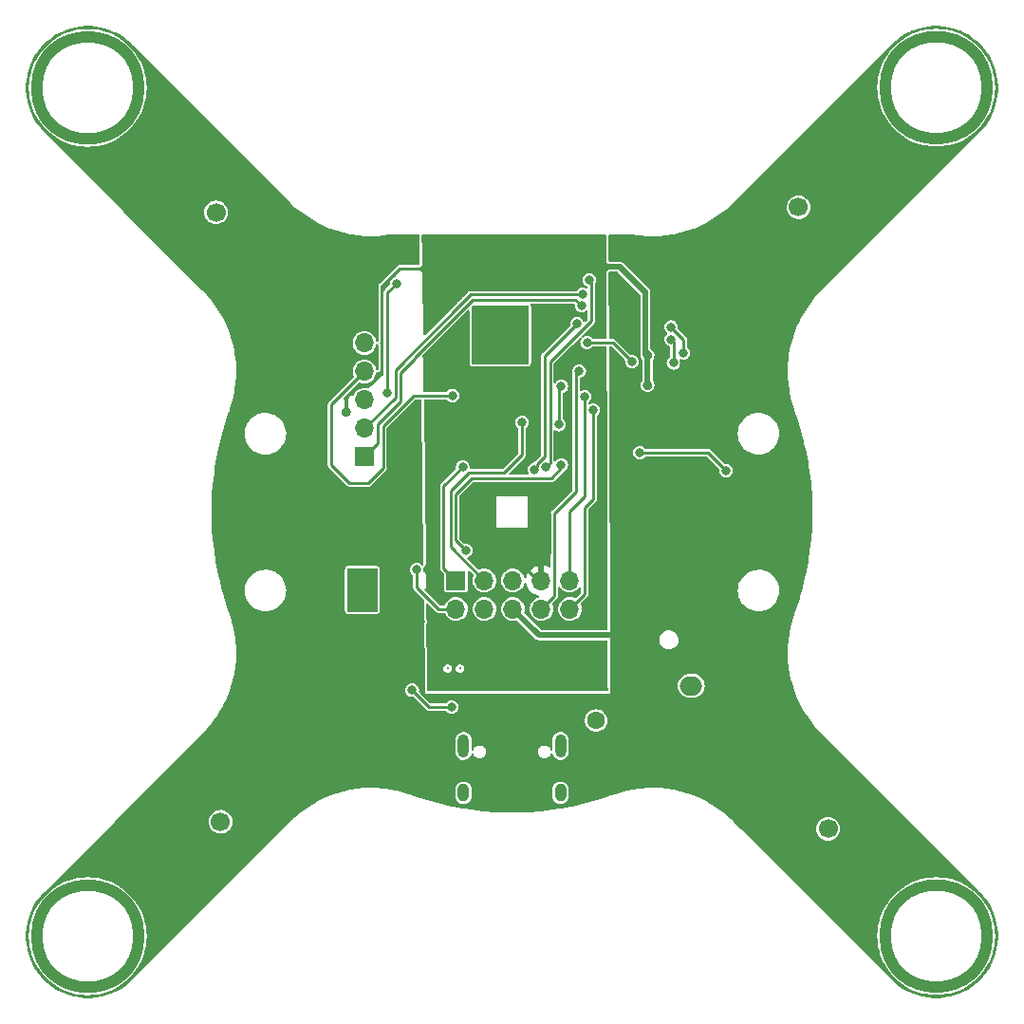
<source format=gbr>
%TF.GenerationSoftware,KiCad,Pcbnew,(6.0.1)*%
%TF.CreationDate,2022-08-15T17:42:43+03:00*%
%TF.ProjectId,ESP32_Drone,45535033-325f-4447-926f-6e652e6b6963,rev?*%
%TF.SameCoordinates,Original*%
%TF.FileFunction,Copper,L2,Bot*%
%TF.FilePolarity,Positive*%
%FSLAX46Y46*%
G04 Gerber Fmt 4.6, Leading zero omitted, Abs format (unit mm)*
G04 Created by KiCad (PCBNEW (6.0.1)) date 2022-08-15 17:42:43*
%MOMM*%
%LPD*%
G01*
G04 APERTURE LIST*
G04 Aperture macros list*
%AMRoundRect*
0 Rectangle with rounded corners*
0 $1 Rounding radius*
0 $2 $3 $4 $5 $6 $7 $8 $9 X,Y pos of 4 corners*
0 Add a 4 corners polygon primitive as box body*
4,1,4,$2,$3,$4,$5,$6,$7,$8,$9,$2,$3,0*
0 Add four circle primitives for the rounded corners*
1,1,$1+$1,$2,$3*
1,1,$1+$1,$4,$5*
1,1,$1+$1,$6,$7*
1,1,$1+$1,$8,$9*
0 Add four rect primitives between the rounded corners*
20,1,$1+$1,$2,$3,$4,$5,0*
20,1,$1+$1,$4,$5,$6,$7,0*
20,1,$1+$1,$6,$7,$8,$9,0*
20,1,$1+$1,$8,$9,$2,$3,0*%
%AMHorizOval*
0 Thick line with rounded ends*
0 $1 width*
0 $2 $3 position (X,Y) of the first rounded end (center of the circle)*
0 $4 $5 position (X,Y) of the second rounded end (center of the circle)*
0 Add line between two ends*
20,1,$1,$2,$3,$4,$5,0*
0 Add two circle primitives to create the rounded ends*
1,1,$1,$2,$3*
1,1,$1,$4,$5*%
%AMRotRect*
0 Rectangle, with rotation*
0 The origin of the aperture is its center*
0 $1 length*
0 $2 width*
0 $3 Rotation angle, in degrees counterclockwise*
0 Add horizontal line*
21,1,$1,$2,0,0,$3*%
G04 Aperture macros list end*
%TA.AperFunction,EtchedComponent*%
%ADD10C,1.000000*%
%TD*%
%TA.AperFunction,ComponentPad*%
%ADD11RoundRect,0.250000X-0.750000X0.600000X-0.750000X-0.600000X0.750000X-0.600000X0.750000X0.600000X0*%
%TD*%
%TA.AperFunction,ComponentPad*%
%ADD12O,2.000000X1.700000*%
%TD*%
%TA.AperFunction,ComponentPad*%
%ADD13R,1.600000X1.600000*%
%TD*%
%TA.AperFunction,ComponentPad*%
%ADD14C,1.600000*%
%TD*%
%TA.AperFunction,ComponentPad*%
%ADD15R,1.700000X1.700000*%
%TD*%
%TA.AperFunction,ComponentPad*%
%ADD16O,1.700000X1.700000*%
%TD*%
%TA.AperFunction,ComponentPad*%
%ADD17O,1.000000X1.600000*%
%TD*%
%TA.AperFunction,ComponentPad*%
%ADD18O,1.000000X2.100000*%
%TD*%
%TA.AperFunction,ComponentPad*%
%ADD19RotRect,1.700000X1.700000X45.000000*%
%TD*%
%TA.AperFunction,ComponentPad*%
%ADD20HorizOval,1.700000X0.000000X0.000000X0.000000X0.000000X0*%
%TD*%
%TA.AperFunction,ComponentPad*%
%ADD21C,0.300000*%
%TD*%
%TA.AperFunction,ComponentPad*%
%ADD22RotRect,1.700000X1.700000X225.000000*%
%TD*%
%TA.AperFunction,ComponentPad*%
%ADD23HorizOval,1.700000X0.000000X0.000000X0.000000X0.000000X0*%
%TD*%
%TA.AperFunction,ComponentPad*%
%ADD24RotRect,1.700000X1.700000X135.000000*%
%TD*%
%TA.AperFunction,ComponentPad*%
%ADD25HorizOval,1.700000X0.000000X0.000000X0.000000X0.000000X0*%
%TD*%
%TA.AperFunction,ViaPad*%
%ADD26C,0.800000*%
%TD*%
%TA.AperFunction,Conductor*%
%ADD27C,0.250000*%
%TD*%
%TA.AperFunction,Conductor*%
%ADD28C,0.500000*%
%TD*%
G04 APERTURE END LIST*
D10*
%TO.C,SYM1*%
X184396000Y-33140508D02*
G75*
G03*
X184396000Y-33140508I-4550000J0D01*
G01*
X184396000Y-108832508D02*
G75*
G03*
X184396000Y-108832508I-4550000J0D01*
G01*
X108704000Y-108846000D02*
G75*
G03*
X108704000Y-108846000I-4550000J0D01*
G01*
X108704000Y-33159216D02*
G75*
G03*
X108704000Y-33159216I-4550000J0D01*
G01*
%TD*%
D11*
%TO.P,J2,1,Pin_1*%
%TO.N,+BATT*%
X158000000Y-84000000D03*
D12*
%TO.P,J2,2,Pin_2*%
%TO.N,GND*%
X158000000Y-86500000D03*
%TD*%
D13*
%TO.P,C11,1*%
%TO.N,+BATT*%
X152000000Y-89600000D03*
D14*
%TO.P,C11,2*%
%TO.N,GND*%
X149500000Y-89600000D03*
%TD*%
D15*
%TO.P,J3,1,Pin_1*%
%TO.N,/GPIO13*%
X137000000Y-77110000D03*
D16*
%TO.P,J3,2,Pin_2*%
%TO.N,/GPIO12*%
X137000000Y-79650000D03*
%TO.P,J3,3,Pin_3*%
%TO.N,/GPIO5*%
X139540000Y-77110000D03*
%TO.P,J3,4,Pin_4*%
%TO.N,/GPIO15*%
X139540000Y-79650000D03*
%TO.P,J3,5,Pin_5*%
%TO.N,GND*%
X142080000Y-77110000D03*
%TO.P,J3,6,Pin_6*%
%TO.N,+BATT*%
X142080000Y-79650000D03*
%TO.P,J3,7,Pin_7*%
%TO.N,VCC*%
X144620000Y-77110000D03*
%TO.P,J3,8,Pin_8*%
%TO.N,/GPIO18*%
X144620000Y-79650000D03*
%TO.P,J3,9,Pin_9*%
%TO.N,/GPIO17*%
X147160000Y-77110000D03*
%TO.P,J3,10,Pin_10*%
%TO.N,/GPIO16*%
X147160000Y-79650000D03*
%TD*%
D17*
%TO.P,J8,S1,SHIELD*%
%TO.N,GND*%
X137680000Y-96050000D03*
D18*
X146320000Y-91870000D03*
D17*
X146320000Y-96050000D03*
D18*
X137680000Y-91870000D03*
%TD*%
D19*
%TO.P,J7,1,Pin_1*%
%TO.N,+BATT*%
X114203949Y-96838334D03*
D20*
%TO.P,J7,2,Pin_2*%
%TO.N,Net-(D7-Pad2)*%
X116000000Y-98634385D03*
%TD*%
D15*
%TO.P,J1,1,Pin_1*%
%TO.N,/RX*%
X128840000Y-66075000D03*
D16*
%TO.P,J1,2,Pin_2*%
%TO.N,/TX*%
X128840000Y-63535000D03*
%TO.P,J1,3,Pin_3*%
%TO.N,/EN*%
X128840000Y-60995000D03*
%TO.P,J1,4,Pin_4*%
%TO.N,/DTR*%
X128840000Y-58455000D03*
%TO.P,J1,5,Pin_5*%
%TO.N,GND*%
X128840000Y-55915000D03*
%TD*%
D21*
%TO.P,PS1,9_1,EXP*%
%TO.N,GND*%
X136250000Y-84962500D03*
%TO.P,PS1,9_2,EXP*%
X137350000Y-84962500D03*
%TD*%
D22*
%TO.P,J5,1,Pin_1*%
%TO.N,+BATT*%
X169366206Y-45601561D03*
D23*
%TO.P,J5,2,Pin_2*%
%TO.N,Net-(D5-Pad2)*%
X167570155Y-43805510D03*
%TD*%
D24*
%TO.P,J6,1,Pin_1*%
%TO.N,+BATT*%
X168403464Y-101061181D03*
D25*
%TO.P,J6,2,Pin_2*%
%TO.N,Net-(D6-Pad2)*%
X170199515Y-99265130D03*
%TD*%
D24*
%TO.P,J4,1,Pin_1*%
%TO.N,+BATT*%
X113798439Y-46066206D03*
D25*
%TO.P,J4,2,Pin_2*%
%TO.N,Net-(D4-Pad2)*%
X115594490Y-44270155D03*
%TD*%
D26*
%TO.N,GND*%
X141000000Y-54200000D03*
X138995467Y-55200000D03*
X127800000Y-76500000D03*
X142986417Y-57300000D03*
X142995467Y-55200000D03*
X139000000Y-53200000D03*
X141000000Y-56300000D03*
X128800000Y-76500000D03*
X138986417Y-57300000D03*
X127800000Y-77500000D03*
X143000000Y-53200000D03*
X129500000Y-78400000D03*
X128500000Y-79400000D03*
X129500000Y-79400000D03*
%TO.N,VCC*%
X142750000Y-75550000D03*
X137115818Y-55889614D03*
X135600000Y-56000000D03*
X154100000Y-59700000D03*
X146509050Y-52800000D03*
X135600000Y-49300000D03*
X137100000Y-54900000D03*
X154100000Y-57000000D03*
X135597289Y-56900000D03*
X140997757Y-83000000D03*
X143000000Y-82100000D03*
X146511761Y-50800000D03*
X142997757Y-83000000D03*
X137097289Y-56900000D03*
X145009050Y-52800000D03*
X127200000Y-62100000D03*
X135584182Y-51800000D03*
X135602711Y-50789614D03*
X138100000Y-69500000D03*
X140000000Y-82100000D03*
X137102711Y-50789614D03*
X142000000Y-82100000D03*
X135600000Y-52789614D03*
X139997757Y-83000000D03*
X137100000Y-51791869D03*
X141000000Y-82100000D03*
X145011761Y-50800000D03*
X141997757Y-83000000D03*
%TO.N,+BATT*%
X133800000Y-80800000D03*
X128000000Y-50300000D03*
X135900000Y-89300000D03*
X132900000Y-80800000D03*
X132900000Y-81700000D03*
%TO.N,/RX*%
X148200000Y-52600000D03*
%TO.N,/TX*%
X148300000Y-51600000D03*
%TO.N,/EN*%
X131700000Y-50600000D03*
X130875500Y-60400000D03*
%TO.N,/DTR*%
X136700000Y-60600000D03*
%TO.N,/GPIO5*%
X146400000Y-59800000D03*
X146200000Y-63200000D03*
X142900000Y-63000000D03*
%TO.N,/GPIO12*%
X133500000Y-76150000D03*
%TO.N,/GPIO13*%
X137600000Y-67000000D03*
%TO.N,/GPIO15*%
X146400000Y-66800000D03*
X137877299Y-74422701D03*
%TO.N,/GPIO18*%
X148000000Y-58450500D03*
%TO.N,/GPIO17*%
X148500000Y-60700000D03*
%TO.N,/GPIO16*%
X149224500Y-61900000D03*
%TO.N,Net-(PS1-Pad3)*%
X136600000Y-88400000D03*
X133100000Y-86900000D03*
%TO.N,/MOTOR_2*%
X152700000Y-57600000D03*
X148700000Y-55900000D03*
%TO.N,/MOTOR_3*%
X153400000Y-65700000D03*
X161100000Y-67300000D03*
%TO.N,/SCL*%
X148900000Y-50300000D03*
X157300000Y-56800000D03*
X145000000Y-67000000D03*
X156200000Y-54500000D03*
%TO.N,/SDA*%
X147800000Y-54200000D03*
X156200000Y-55600000D03*
X156400000Y-57700000D03*
X144000000Y-67200000D03*
%TD*%
D27*
%TO.N,VCC*%
X139900000Y-72700000D02*
X142750000Y-75550000D01*
X127200000Y-62100000D02*
X127200000Y-60783012D01*
X130400000Y-58600000D02*
X130400000Y-50875386D01*
X129370489Y-59629511D02*
X130400000Y-58600000D01*
X139900000Y-71300000D02*
X139900000Y-72700000D01*
X131975386Y-49300000D02*
X135600000Y-49300000D01*
D28*
X148200000Y-49100000D02*
X146511761Y-50788239D01*
X154100000Y-59700000D02*
X154100000Y-57000000D01*
D27*
X138100000Y-69500000D02*
X139900000Y-71300000D01*
X128353501Y-59629511D02*
X129370489Y-59629511D01*
D28*
X151600000Y-49100000D02*
X148200000Y-49100000D01*
D27*
X142750000Y-75550000D02*
X144310000Y-77110000D01*
X127200000Y-60783012D02*
X128353501Y-59629511D01*
D28*
X146511761Y-50788239D02*
X146511761Y-50800000D01*
X153900000Y-56800000D02*
X153900000Y-51400000D01*
D27*
X130400000Y-50875386D02*
X131975386Y-49300000D01*
D28*
X154100000Y-57000000D02*
X153900000Y-56800000D01*
X153900000Y-51400000D02*
X151600000Y-49100000D01*
D27*
X144310000Y-77110000D02*
X144620000Y-77110000D01*
D28*
%TO.N,+BATT*%
X144430000Y-82000000D02*
X153400000Y-82000000D01*
X153400000Y-82000000D02*
X155700000Y-84300000D01*
X142080000Y-79650000D02*
X144430000Y-82000000D01*
X157700000Y-84300000D02*
X158000000Y-84000000D01*
X155700000Y-84300000D02*
X157700000Y-84300000D01*
D27*
%TO.N,/RX*%
X147649520Y-52049520D02*
X148200000Y-52600000D01*
X138502681Y-52049520D02*
X147649520Y-52049520D01*
X130014511Y-63200000D02*
X132049520Y-61164991D01*
X132049520Y-61164991D02*
X132049520Y-58586198D01*
X137586301Y-52965900D02*
X138502681Y-52049520D01*
X128840000Y-66075000D02*
X130014511Y-64900489D01*
X133317859Y-57317859D02*
X133317859Y-57217859D01*
X137569818Y-52965900D02*
X137586301Y-52965900D01*
X130014511Y-64900489D02*
X130014511Y-63200000D01*
X132049520Y-58586198D02*
X133317859Y-57317859D01*
X133317859Y-57217859D02*
X137569818Y-52965900D01*
%TO.N,/TX*%
X128840000Y-63535000D02*
X131600000Y-60775000D01*
X137383620Y-52516380D02*
X137400103Y-52516380D01*
X137400103Y-52516380D02*
X137824511Y-52091972D01*
X137824511Y-52075489D02*
X138300000Y-51600000D01*
X131600000Y-58300000D02*
X137383620Y-52516380D01*
X138300000Y-51600000D02*
X148300000Y-51600000D01*
X131600000Y-60775000D02*
X131600000Y-58300000D01*
X137824511Y-52091972D02*
X137824511Y-52075489D01*
%TO.N,/EN*%
X130875500Y-51424500D02*
X131700000Y-50600000D01*
X130875500Y-60400000D02*
X130875500Y-51424500D01*
%TO.N,/DTR*%
X130500000Y-63350229D02*
X130500000Y-67100000D01*
X127500000Y-68400000D02*
X125900000Y-66800000D01*
X130500000Y-67100000D02*
X129200000Y-68400000D01*
X136700000Y-60600000D02*
X133250229Y-60600000D01*
X129200000Y-68400000D02*
X127500000Y-68400000D01*
X125900000Y-61395000D02*
X128840000Y-58455000D01*
X125900000Y-66800000D02*
X125900000Y-61395000D01*
X133250229Y-60600000D02*
X130500000Y-63350229D01*
%TO.N,/GPIO5*%
X146200000Y-60000000D02*
X146200000Y-63200000D01*
X141300000Y-67500000D02*
X142900000Y-65900000D01*
X139540000Y-77110000D02*
X136500000Y-74070000D01*
X142900000Y-65900000D02*
X142900000Y-63000000D01*
X136500000Y-74070000D02*
X136500000Y-69124614D01*
X138124614Y-67500000D02*
X141300000Y-67500000D01*
X136500000Y-69124614D02*
X138124614Y-67500000D01*
X146400000Y-59800000D02*
X146200000Y-60000000D01*
%TO.N,/GPIO12*%
X133500000Y-77700000D02*
X133500000Y-76150000D01*
X135450000Y-79650000D02*
X133500000Y-77700000D01*
X137000000Y-79650000D02*
X135450000Y-79650000D01*
%TO.N,/GPIO13*%
X137600000Y-67000000D02*
X135900000Y-68700000D01*
X135900000Y-76010000D02*
X137000000Y-77110000D01*
X135900000Y-68700000D02*
X135900000Y-76010000D01*
%TO.N,/GPIO15*%
X136949520Y-73494922D02*
X136949520Y-69425866D01*
X137877299Y-74422701D02*
X136949520Y-73494922D01*
X136949520Y-69425866D02*
X138375386Y-68000000D01*
X146400000Y-67100000D02*
X146400000Y-66800000D01*
X138375386Y-68000000D02*
X145500000Y-68000000D01*
X145500000Y-68000000D02*
X146400000Y-67100000D01*
%TO.N,/GPIO18*%
X145800000Y-71100000D02*
X147700000Y-69200000D01*
X147700000Y-69200000D02*
X147700000Y-58750500D01*
X145794511Y-78475489D02*
X145794511Y-74805489D01*
X147700000Y-58750500D02*
X148000000Y-58450500D01*
X145794511Y-74805489D02*
X145800000Y-74800000D01*
X144620000Y-79650000D02*
X145794511Y-78475489D01*
X145800000Y-74800000D02*
X145800000Y-71100000D01*
%TO.N,/GPIO17*%
X148300000Y-69800000D02*
X148500000Y-69600000D01*
X148500000Y-69600000D02*
X148500000Y-60700000D01*
X147160000Y-77110000D02*
X147160000Y-70940000D01*
X147160000Y-70940000D02*
X148300000Y-69800000D01*
%TO.N,/GPIO16*%
X149224500Y-69875500D02*
X149224500Y-61900000D01*
X148500000Y-75900000D02*
X148500000Y-70600000D01*
X148500000Y-78310000D02*
X148500000Y-75900000D01*
X149100000Y-70000000D02*
X149224500Y-69875500D01*
X148500000Y-70600000D02*
X149100000Y-70000000D01*
X147160000Y-79650000D02*
X148500000Y-78310000D01*
%TO.N,Net-(PS1-Pad3)*%
X134600000Y-88400000D02*
X133100000Y-86900000D01*
X136600000Y-88400000D02*
X134600000Y-88400000D01*
%TO.N,/MOTOR_2*%
X148700000Y-55900000D02*
X151000000Y-55900000D01*
X151000000Y-55900000D02*
X152700000Y-57600000D01*
%TO.N,/MOTOR_3*%
X153400000Y-65700000D02*
X159500000Y-65700000D01*
X159500000Y-65700000D02*
X161100000Y-67300000D01*
%TO.N,/SCL*%
X145400000Y-57600000D02*
X147100000Y-55900000D01*
X157300000Y-56800000D02*
X157300000Y-55600000D01*
X149100000Y-50500000D02*
X148900000Y-50300000D01*
X147124614Y-55900000D02*
X149100000Y-53924614D01*
X145000000Y-67000000D02*
X145400000Y-66600000D01*
X157300000Y-55600000D02*
X156200000Y-54500000D01*
X147100000Y-55900000D02*
X147124614Y-55900000D01*
X145400000Y-66600000D02*
X145400000Y-57600000D01*
X149100000Y-53924614D02*
X149100000Y-50500000D01*
%TO.N,/SDA*%
X156400000Y-55800000D02*
X156200000Y-55600000D01*
X144950480Y-57049520D02*
X147800000Y-54200000D01*
X144275489Y-66924511D02*
X144275489Y-66699897D01*
X156400000Y-57700000D02*
X156400000Y-55800000D01*
X144950480Y-66024906D02*
X144950480Y-57049520D01*
X144275489Y-66699897D02*
X144950480Y-66024906D01*
X144000000Y-67200000D02*
X144275489Y-66924511D01*
%TD*%
%TA.AperFunction,Conductor*%
%TO.N,GND*%
G36*
X129959191Y-76018907D02*
G01*
X129995155Y-76068407D01*
X130000000Y-76099000D01*
X130000000Y-79801000D01*
X129981093Y-79859191D01*
X129931593Y-79895155D01*
X129901000Y-79900000D01*
X127399000Y-79900000D01*
X127340809Y-79881093D01*
X127304845Y-79831593D01*
X127300000Y-79801000D01*
X127300000Y-76099000D01*
X127318907Y-76040809D01*
X127368407Y-76004845D01*
X127399000Y-76000000D01*
X129901000Y-76000000D01*
X129959191Y-76018907D01*
G37*
%TD.AperFunction*%
%TD*%
%TA.AperFunction,Conductor*%
%TO.N,+BATT*%
G36*
X104403220Y-27624866D02*
G01*
X104852198Y-27662070D01*
X104860318Y-27663082D01*
X105304692Y-27737235D01*
X105312700Y-27738914D01*
X105749438Y-27849510D01*
X105757280Y-27851845D01*
X106183378Y-27998125D01*
X106191001Y-28001099D01*
X106356643Y-28073756D01*
X106603589Y-28182077D01*
X106610925Y-28185663D01*
X106952911Y-28370738D01*
X107007153Y-28400092D01*
X107014166Y-28404271D01*
X107391355Y-28650701D01*
X107397984Y-28655434D01*
X107652346Y-28853411D01*
X107753514Y-28932153D01*
X107759758Y-28937441D01*
X108070252Y-29223271D01*
X108079158Y-29233995D01*
X108084425Y-29239280D01*
X108090340Y-29248728D01*
X108099767Y-29254676D01*
X108099768Y-29254677D01*
X108100691Y-29255259D01*
X108117867Y-29268982D01*
X122226024Y-43377139D01*
X122240021Y-43394753D01*
X122246079Y-43404466D01*
X122246585Y-43404973D01*
X122249241Y-43406642D01*
X122250288Y-43407551D01*
X122689137Y-43821023D01*
X123155218Y-44210502D01*
X123156371Y-44211354D01*
X123156382Y-44211363D01*
X123642460Y-44570686D01*
X123642476Y-44570697D01*
X123643646Y-44571562D01*
X123644883Y-44572367D01*
X123644887Y-44572370D01*
X124151452Y-44902116D01*
X124151464Y-44902124D01*
X124152691Y-44902922D01*
X124153979Y-44903655D01*
X124679263Y-45202678D01*
X124679276Y-45202685D01*
X124680548Y-45203409D01*
X124681861Y-45204056D01*
X124681870Y-45204061D01*
X125224017Y-45471303D01*
X125225348Y-45471959D01*
X125226692Y-45472525D01*
X125226710Y-45472533D01*
X125731687Y-45685109D01*
X125785160Y-45707619D01*
X126358001Y-45909556D01*
X126941842Y-46077054D01*
X126943257Y-46077370D01*
X126943264Y-46077372D01*
X127533182Y-46209198D01*
X127534614Y-46209518D01*
X127536052Y-46209751D01*
X127536070Y-46209754D01*
X127678174Y-46232733D01*
X127727301Y-46240677D01*
X127744737Y-46247933D01*
X127750000Y-46248766D01*
X127750000Y-46250000D01*
X127776997Y-46250000D01*
X127792801Y-46251270D01*
X127793599Y-46251399D01*
X128134218Y-46306481D01*
X128135659Y-46306627D01*
X128135661Y-46306627D01*
X128409770Y-46334349D01*
X128738528Y-46367598D01*
X128739995Y-46367659D01*
X128740001Y-46367659D01*
X129343920Y-46392592D01*
X129343928Y-46392592D01*
X129345403Y-46392653D01*
X129346888Y-46392626D01*
X129346900Y-46392626D01*
X129657096Y-46386958D01*
X129952694Y-46381557D01*
X130558250Y-46334349D01*
X131031777Y-46268907D01*
X131158462Y-46251399D01*
X131158465Y-46251399D01*
X131159923Y-46251197D01*
X131159932Y-46251266D01*
X131175047Y-46250000D01*
X133651125Y-46250000D01*
X133709316Y-46268907D01*
X133745280Y-46318407D01*
X133750118Y-46347802D01*
X133766269Y-47682878D01*
X133780682Y-48874304D01*
X133762481Y-48932718D01*
X133713419Y-48969278D01*
X133681690Y-48974500D01*
X131993912Y-48974500D01*
X131985284Y-48974123D01*
X131981962Y-48973832D01*
X131946579Y-48970737D01*
X131938216Y-48972978D01*
X131938213Y-48972978D01*
X131909042Y-48980794D01*
X131900615Y-48982663D01*
X131862341Y-48989412D01*
X131854840Y-48993743D01*
X131849346Y-48995742D01*
X131844064Y-48998205D01*
X131835702Y-49000446D01*
X131828609Y-49005413D01*
X131828608Y-49005413D01*
X131803864Y-49022739D01*
X131796605Y-49027364D01*
X131762931Y-49046806D01*
X131757361Y-49053444D01*
X131737960Y-49076565D01*
X131732126Y-49082933D01*
X130182943Y-50632117D01*
X130176576Y-50637951D01*
X130146806Y-50662931D01*
X130142477Y-50670430D01*
X130127373Y-50696591D01*
X130122732Y-50703875D01*
X130100446Y-50735702D01*
X130098204Y-50744070D01*
X130095738Y-50749357D01*
X130093742Y-50754842D01*
X130089412Y-50762341D01*
X130087909Y-50770867D01*
X130087908Y-50770869D01*
X130082666Y-50800602D01*
X130080796Y-50809036D01*
X130070736Y-50846579D01*
X130071491Y-50855208D01*
X130074123Y-50885291D01*
X130074500Y-50893920D01*
X130074500Y-55715526D01*
X130055593Y-55773717D01*
X130006093Y-55809681D01*
X129944907Y-55809681D01*
X129895407Y-55773717D01*
X129876972Y-55725186D01*
X129875952Y-55714781D01*
X129875951Y-55714778D01*
X129875480Y-55709970D01*
X129815935Y-55512749D01*
X129719218Y-55330849D01*
X129589011Y-55171200D01*
X129430275Y-55039882D01*
X129249055Y-54941897D01*
X129185855Y-54922333D01*
X129056875Y-54882407D01*
X129056871Y-54882406D01*
X129052254Y-54880977D01*
X129047446Y-54880472D01*
X129047443Y-54880471D01*
X128852185Y-54859949D01*
X128852183Y-54859949D01*
X128847369Y-54859443D01*
X128787354Y-54864905D01*
X128647022Y-54877675D01*
X128647017Y-54877676D01*
X128642203Y-54878114D01*
X128444572Y-54936280D01*
X128440288Y-54938519D01*
X128440287Y-54938520D01*
X128429428Y-54944197D01*
X128262002Y-55031726D01*
X128258231Y-55034758D01*
X128105220Y-55157781D01*
X128105217Y-55157783D01*
X128101447Y-55160815D01*
X128098333Y-55164526D01*
X128098332Y-55164527D01*
X128089585Y-55174952D01*
X127969024Y-55318630D01*
X127966689Y-55322878D01*
X127966688Y-55322879D01*
X127959955Y-55335126D01*
X127869776Y-55499162D01*
X127868313Y-55503775D01*
X127868311Y-55503779D01*
X127839500Y-55594604D01*
X127807484Y-55695532D01*
X127806944Y-55700344D01*
X127806944Y-55700345D01*
X127805865Y-55709970D01*
X127784520Y-55900262D01*
X127784925Y-55905082D01*
X127801167Y-56098498D01*
X127801759Y-56105553D01*
X127858544Y-56303586D01*
X127952712Y-56486818D01*
X128080677Y-56648270D01*
X128084357Y-56651402D01*
X128084359Y-56651404D01*
X128197017Y-56747283D01*
X128237564Y-56781791D01*
X128241787Y-56784151D01*
X128241791Y-56784154D01*
X128281342Y-56806258D01*
X128417398Y-56882297D01*
X128421996Y-56883791D01*
X128608724Y-56944463D01*
X128608726Y-56944464D01*
X128613329Y-56945959D01*
X128817894Y-56970351D01*
X128822716Y-56969980D01*
X128822719Y-56969980D01*
X128890541Y-56964761D01*
X129023300Y-56954546D01*
X129221725Y-56899145D01*
X129226038Y-56896966D01*
X129226044Y-56896964D01*
X129401289Y-56808441D01*
X129401291Y-56808440D01*
X129405610Y-56806258D01*
X129440943Y-56778653D01*
X129564135Y-56682406D01*
X129564139Y-56682402D01*
X129567951Y-56679424D01*
X129702564Y-56523472D01*
X129721231Y-56490613D01*
X129801934Y-56348550D01*
X129801935Y-56348547D01*
X129804323Y-56344344D01*
X129817882Y-56303586D01*
X129867824Y-56153454D01*
X129867824Y-56153452D01*
X129869351Y-56148863D01*
X129875714Y-56098498D01*
X129877281Y-56086090D01*
X129903332Y-56030728D01*
X129956949Y-56001252D01*
X130017652Y-56008920D01*
X130062254Y-56050804D01*
X130074500Y-56098498D01*
X130074500Y-58255526D01*
X130055593Y-58313717D01*
X130006093Y-58349681D01*
X129944907Y-58349681D01*
X129895407Y-58313717D01*
X129876972Y-58265186D01*
X129875952Y-58254781D01*
X129875951Y-58254778D01*
X129875480Y-58249970D01*
X129856455Y-58186955D01*
X129829097Y-58096343D01*
X129815935Y-58052749D01*
X129719218Y-57870849D01*
X129589011Y-57711200D01*
X129430275Y-57579882D01*
X129269434Y-57492916D01*
X129253309Y-57484197D01*
X129253308Y-57484197D01*
X129249055Y-57481897D01*
X129170380Y-57457543D01*
X129056875Y-57422407D01*
X129056871Y-57422406D01*
X129052254Y-57420977D01*
X129047446Y-57420472D01*
X129047443Y-57420471D01*
X128852185Y-57399949D01*
X128852183Y-57399949D01*
X128847369Y-57399443D01*
X128787354Y-57404905D01*
X128647022Y-57417675D01*
X128647017Y-57417676D01*
X128642203Y-57418114D01*
X128444572Y-57476280D01*
X128440288Y-57478519D01*
X128440287Y-57478520D01*
X128405579Y-57496665D01*
X128262002Y-57571726D01*
X128258231Y-57574758D01*
X128105220Y-57697781D01*
X128105217Y-57697783D01*
X128101447Y-57700815D01*
X128098333Y-57704526D01*
X128098332Y-57704527D01*
X128071030Y-57737065D01*
X127969024Y-57858630D01*
X127966689Y-57862878D01*
X127966688Y-57862879D01*
X127959955Y-57875126D01*
X127869776Y-58039162D01*
X127868313Y-58043775D01*
X127868311Y-58043779D01*
X127856333Y-58081540D01*
X127807484Y-58235532D01*
X127806944Y-58240344D01*
X127806944Y-58240345D01*
X127805865Y-58249970D01*
X127784520Y-58440262D01*
X127801759Y-58645553D01*
X127858544Y-58843586D01*
X127860758Y-58847894D01*
X127870540Y-58866928D01*
X127880321Y-58927327D01*
X127852491Y-58982183D01*
X125682943Y-61151731D01*
X125676576Y-61157565D01*
X125646806Y-61182545D01*
X125627373Y-61216205D01*
X125622732Y-61223489D01*
X125600446Y-61255316D01*
X125598204Y-61263684D01*
X125595738Y-61268971D01*
X125593742Y-61274456D01*
X125589412Y-61281955D01*
X125587909Y-61290481D01*
X125587908Y-61290483D01*
X125582666Y-61320216D01*
X125580796Y-61328650D01*
X125570736Y-61366193D01*
X125571491Y-61374822D01*
X125574123Y-61404905D01*
X125574500Y-61413534D01*
X125574500Y-66781466D01*
X125574123Y-66790095D01*
X125570736Y-66828807D01*
X125572978Y-66837174D01*
X125580796Y-66866349D01*
X125582666Y-66874783D01*
X125589412Y-66913045D01*
X125593742Y-66920544D01*
X125595738Y-66926029D01*
X125598204Y-66931316D01*
X125600446Y-66939684D01*
X125618295Y-66965174D01*
X125622732Y-66971511D01*
X125627371Y-66978792D01*
X125646806Y-67012455D01*
X125676571Y-67037431D01*
X125682939Y-67043265D01*
X127256731Y-68617057D01*
X127262565Y-68623424D01*
X127287545Y-68653194D01*
X127321205Y-68672627D01*
X127328489Y-68677268D01*
X127360316Y-68699554D01*
X127368684Y-68701796D01*
X127373971Y-68704262D01*
X127379456Y-68706258D01*
X127386955Y-68710588D01*
X127395481Y-68712091D01*
X127395483Y-68712092D01*
X127425216Y-68717334D01*
X127433650Y-68719204D01*
X127471193Y-68729264D01*
X127509908Y-68725877D01*
X127518537Y-68725500D01*
X129181466Y-68725500D01*
X129190095Y-68725877D01*
X129228807Y-68729264D01*
X129266350Y-68719204D01*
X129274784Y-68717334D01*
X129304517Y-68712092D01*
X129304519Y-68712091D01*
X129313045Y-68710588D01*
X129320544Y-68706258D01*
X129326029Y-68704262D01*
X129331316Y-68701796D01*
X129339684Y-68699554D01*
X129371511Y-68677268D01*
X129378795Y-68672627D01*
X129412455Y-68653194D01*
X129437431Y-68623429D01*
X129443265Y-68617061D01*
X130717057Y-67343269D01*
X130723425Y-67337434D01*
X130753194Y-67312455D01*
X130772629Y-67278792D01*
X130777268Y-67271511D01*
X130784009Y-67261884D01*
X130799554Y-67239684D01*
X130801796Y-67231316D01*
X130804262Y-67226029D01*
X130806258Y-67220544D01*
X130810588Y-67213045D01*
X130812467Y-67202391D01*
X130817334Y-67174784D01*
X130819204Y-67166349D01*
X130827022Y-67137174D01*
X130829264Y-67128807D01*
X130825877Y-67090091D01*
X130825500Y-67081463D01*
X130825500Y-63526063D01*
X130844407Y-63467872D01*
X130854496Y-63456059D01*
X133356059Y-60954496D01*
X133410576Y-60926719D01*
X133426063Y-60925500D01*
X133828659Y-60925500D01*
X133886850Y-60944407D01*
X133922814Y-60993907D01*
X133927652Y-61023302D01*
X134104706Y-75659142D01*
X134086504Y-75717558D01*
X134037442Y-75754118D01*
X133976261Y-75754858D01*
X133935709Y-75730344D01*
X133932236Y-75726871D01*
X133928282Y-75721718D01*
X133802841Y-75625464D01*
X133656762Y-75564956D01*
X133500000Y-75544318D01*
X133343238Y-75564956D01*
X133197159Y-75625464D01*
X133071718Y-75721718D01*
X132975464Y-75847159D01*
X132914956Y-75993238D01*
X132894318Y-76150000D01*
X132914956Y-76306762D01*
X132975464Y-76452841D01*
X133071718Y-76578282D01*
X133076871Y-76582236D01*
X133135767Y-76627428D01*
X133170423Y-76677852D01*
X133174500Y-76705970D01*
X133174500Y-77681466D01*
X133174123Y-77690095D01*
X133170736Y-77728807D01*
X133172978Y-77737174D01*
X133180796Y-77766349D01*
X133182666Y-77774783D01*
X133189412Y-77813045D01*
X133193742Y-77820544D01*
X133195738Y-77826029D01*
X133198204Y-77831316D01*
X133200446Y-77839684D01*
X133221013Y-77869056D01*
X133222732Y-77871511D01*
X133227371Y-77878792D01*
X133246806Y-77912455D01*
X133276571Y-77937431D01*
X133282939Y-77943265D01*
X134114238Y-78774565D01*
X134142015Y-78829082D01*
X134143227Y-78843371D01*
X134246080Y-87345555D01*
X134227878Y-87403971D01*
X134178816Y-87440531D01*
X134117635Y-87441271D01*
X134077083Y-87416757D01*
X133723293Y-87062967D01*
X133695516Y-87008450D01*
X133695144Y-86980045D01*
X133705682Y-86900000D01*
X133685044Y-86743238D01*
X133624536Y-86597159D01*
X133528282Y-86471718D01*
X133402841Y-86375464D01*
X133256762Y-86314956D01*
X133100000Y-86294318D01*
X132943238Y-86314956D01*
X132797159Y-86375464D01*
X132671718Y-86471718D01*
X132575464Y-86597159D01*
X132514956Y-86743238D01*
X132494318Y-86900000D01*
X132514956Y-87056762D01*
X132575464Y-87202841D01*
X132671718Y-87328282D01*
X132797159Y-87424536D01*
X132943238Y-87485044D01*
X133100000Y-87505682D01*
X133180042Y-87495144D01*
X133240201Y-87506294D01*
X133262967Y-87523293D01*
X134231794Y-88492121D01*
X134259571Y-88546638D01*
X134260783Y-88560927D01*
X134287298Y-90752758D01*
X134357173Y-96528759D01*
X134357410Y-96548385D01*
X134339208Y-96606801D01*
X134290146Y-96643361D01*
X134230003Y-96644418D01*
X133843982Y-96528759D01*
X133840551Y-96527662D01*
X133057809Y-96261743D01*
X132950627Y-96225330D01*
X132928762Y-96214755D01*
X132921352Y-96209969D01*
X132921018Y-96209849D01*
X132921016Y-96209847D01*
X132921013Y-96209847D01*
X132920679Y-96209726D01*
X132917547Y-96209344D01*
X132916312Y-96208995D01*
X132851094Y-96187677D01*
X132343122Y-96021635D01*
X132341721Y-96021268D01*
X132341705Y-96021263D01*
X131757011Y-95867979D01*
X131757008Y-95867978D01*
X131755584Y-95867605D01*
X131754143Y-95867317D01*
X131754136Y-95867316D01*
X131161344Y-95749086D01*
X131161331Y-95749084D01*
X131159923Y-95748803D01*
X131158499Y-95748606D01*
X131158486Y-95748604D01*
X130753381Y-95692618D01*
X130558250Y-95665651D01*
X129952694Y-95618443D01*
X129657096Y-95613042D01*
X129346900Y-95607374D01*
X129346888Y-95607374D01*
X129345403Y-95607347D01*
X129343928Y-95607408D01*
X129343920Y-95607408D01*
X128740001Y-95632341D01*
X128739995Y-95632341D01*
X128738528Y-95632402D01*
X128737064Y-95632550D01*
X128737065Y-95632550D01*
X128135661Y-95693373D01*
X128135659Y-95693373D01*
X128134218Y-95693519D01*
X128132771Y-95693753D01*
X127536071Y-95790246D01*
X127536058Y-95790248D01*
X127534614Y-95790482D01*
X127533182Y-95790802D01*
X126943264Y-95922628D01*
X126943257Y-95922630D01*
X126941842Y-95922946D01*
X126358001Y-96090444D01*
X125785160Y-96292381D01*
X125783804Y-96292952D01*
X125783801Y-96292953D01*
X125226710Y-96527467D01*
X125226692Y-96527475D01*
X125225348Y-96528041D01*
X125224020Y-96528696D01*
X125224017Y-96528697D01*
X124681870Y-96795939D01*
X124681861Y-96795944D01*
X124680548Y-96796591D01*
X124679276Y-96797315D01*
X124679263Y-96797322D01*
X124307245Y-97009097D01*
X124152691Y-97097078D01*
X124151464Y-97097876D01*
X124151452Y-97097884D01*
X123894635Y-97265058D01*
X123643646Y-97428438D01*
X123642476Y-97429303D01*
X123642460Y-97429314D01*
X123156382Y-97788637D01*
X123156371Y-97788646D01*
X123155218Y-97789498D01*
X122689137Y-98178977D01*
X122642238Y-98223164D01*
X122251003Y-98591775D01*
X122249732Y-98592874D01*
X122247092Y-98594521D01*
X122246585Y-98595027D01*
X122240212Y-98605167D01*
X122226400Y-98622485D01*
X108118240Y-112730645D01*
X108100771Y-112744553D01*
X108090846Y-112750766D01*
X108084897Y-112760194D01*
X108080325Y-112764750D01*
X108070636Y-112776375D01*
X107759758Y-113062559D01*
X107753514Y-113067847D01*
X107397984Y-113344566D01*
X107391355Y-113349299D01*
X107014166Y-113595729D01*
X107007153Y-113599908D01*
X106610925Y-113814337D01*
X106603589Y-113817923D01*
X106367927Y-113921294D01*
X106191001Y-113998901D01*
X106183378Y-114001875D01*
X105757280Y-114148155D01*
X105749438Y-114150490D01*
X105312700Y-114261086D01*
X105304692Y-114262765D01*
X104860318Y-114336918D01*
X104852198Y-114337930D01*
X104403220Y-114375134D01*
X104395045Y-114375472D01*
X103944529Y-114375472D01*
X103936354Y-114375134D01*
X103487376Y-114337930D01*
X103479256Y-114336918D01*
X103034882Y-114262765D01*
X103026874Y-114261086D01*
X102590136Y-114150490D01*
X102582294Y-114148155D01*
X102156196Y-114001875D01*
X102148573Y-113998901D01*
X101971647Y-113921294D01*
X101735985Y-113817923D01*
X101728649Y-113814337D01*
X101332421Y-113599908D01*
X101325408Y-113595729D01*
X100948219Y-113349299D01*
X100941590Y-113344566D01*
X100586060Y-113067847D01*
X100579816Y-113062559D01*
X100248357Y-112757429D01*
X100242571Y-112751643D01*
X99937441Y-112420184D01*
X99932153Y-112413940D01*
X99785440Y-112225443D01*
X99655434Y-112058410D01*
X99650701Y-112051781D01*
X99404271Y-111674592D01*
X99400092Y-111667579D01*
X99294029Y-111471592D01*
X99185663Y-111271351D01*
X99182073Y-111264007D01*
X99096441Y-111068784D01*
X99001099Y-110851427D01*
X98998125Y-110843804D01*
X98851845Y-110417706D01*
X98849510Y-110409864D01*
X98738914Y-109973126D01*
X98737235Y-109965118D01*
X98663082Y-109520744D01*
X98662070Y-109512624D01*
X98624866Y-109063646D01*
X98624528Y-109055471D01*
X98624528Y-108846000D01*
X98898998Y-108846000D01*
X98918995Y-109304004D01*
X98978833Y-109758522D01*
X99078058Y-110206095D01*
X99078705Y-110208146D01*
X99078706Y-110208151D01*
X99135205Y-110387344D01*
X99215913Y-110643317D01*
X99391351Y-111066860D01*
X99603035Y-111473501D01*
X99849354Y-111860145D01*
X100128435Y-112223850D01*
X100438152Y-112561848D01*
X100776150Y-112871565D01*
X101139855Y-113150646D01*
X101526499Y-113396965D01*
X101933140Y-113608649D01*
X102356683Y-113784087D01*
X102358752Y-113784739D01*
X102358751Y-113784739D01*
X102791849Y-113921294D01*
X102791854Y-113921295D01*
X102793905Y-113921942D01*
X102813310Y-113926244D01*
X103239357Y-114020697D01*
X103239362Y-114020698D01*
X103241478Y-114021167D01*
X103695996Y-114081005D01*
X104154000Y-114101002D01*
X104612004Y-114081005D01*
X105066522Y-114021167D01*
X105068638Y-114020698D01*
X105068643Y-114020697D01*
X105494690Y-113926244D01*
X105514095Y-113921942D01*
X105516146Y-113921295D01*
X105516151Y-113921294D01*
X105949249Y-113784739D01*
X105949248Y-113784739D01*
X105951317Y-113784087D01*
X106374860Y-113608649D01*
X106781501Y-113396965D01*
X107168145Y-113150646D01*
X107531850Y-112871565D01*
X107869848Y-112561848D01*
X108179565Y-112223850D01*
X108458646Y-111860145D01*
X108704965Y-111473501D01*
X108916649Y-111066860D01*
X109092087Y-110643317D01*
X109172795Y-110387344D01*
X109229294Y-110208151D01*
X109229295Y-110208146D01*
X109229942Y-110206095D01*
X109329167Y-109758522D01*
X109389005Y-109304004D01*
X109409002Y-108846000D01*
X109389005Y-108387996D01*
X109329167Y-107933478D01*
X109229942Y-107485905D01*
X109180573Y-107329324D01*
X109092739Y-107050751D01*
X109092087Y-107048683D01*
X108916649Y-106625140D01*
X108704965Y-106218499D01*
X108458646Y-105831855D01*
X108179565Y-105468150D01*
X107869848Y-105130152D01*
X107531850Y-104820435D01*
X107168145Y-104541354D01*
X106781501Y-104295035D01*
X106374860Y-104083351D01*
X105951317Y-103907913D01*
X105896084Y-103890498D01*
X105516151Y-103770706D01*
X105516146Y-103770705D01*
X105514095Y-103770058D01*
X105360143Y-103735927D01*
X105068643Y-103671303D01*
X105068638Y-103671302D01*
X105066522Y-103670833D01*
X104612004Y-103610995D01*
X104154000Y-103590998D01*
X103695996Y-103610995D01*
X103241478Y-103670833D01*
X103239362Y-103671302D01*
X103239357Y-103671303D01*
X102947857Y-103735927D01*
X102793905Y-103770058D01*
X102791854Y-103770705D01*
X102791849Y-103770706D01*
X102411916Y-103890498D01*
X102356683Y-103907913D01*
X101933140Y-104083351D01*
X101526499Y-104295035D01*
X101139855Y-104541354D01*
X100776150Y-104820435D01*
X100438152Y-105130152D01*
X100128435Y-105468150D01*
X99849354Y-105831855D01*
X99603035Y-106218499D01*
X99391351Y-106625140D01*
X99215913Y-107048683D01*
X99215261Y-107050751D01*
X99127428Y-107329324D01*
X99078058Y-107485905D01*
X98978833Y-107933478D01*
X98918995Y-108387996D01*
X98899585Y-108832561D01*
X98898998Y-108846000D01*
X98624528Y-108846000D01*
X98624528Y-108604955D01*
X98624866Y-108596780D01*
X98662070Y-108147802D01*
X98663082Y-108139682D01*
X98737235Y-107695308D01*
X98738914Y-107687300D01*
X98849510Y-107250562D01*
X98851845Y-107242720D01*
X98998125Y-106816622D01*
X99001099Y-106808999D01*
X99182073Y-106396419D01*
X99185667Y-106389068D01*
X99400092Y-105992847D01*
X99404271Y-105985834D01*
X99650701Y-105608645D01*
X99655439Y-105602009D01*
X99671780Y-105581015D01*
X99932153Y-105246486D01*
X99937441Y-105240242D01*
X100223271Y-104929748D01*
X100233995Y-104920842D01*
X100239280Y-104915575D01*
X100248728Y-104909660D01*
X100255259Y-104899308D01*
X100268982Y-104882133D01*
X106531468Y-98619647D01*
X114944520Y-98619647D01*
X114961759Y-98824938D01*
X115018544Y-99022971D01*
X115112712Y-99206203D01*
X115240677Y-99367655D01*
X115244357Y-99370787D01*
X115244359Y-99370789D01*
X115357017Y-99466668D01*
X115397564Y-99501176D01*
X115401787Y-99503536D01*
X115401791Y-99503539D01*
X115441342Y-99525643D01*
X115577398Y-99601682D01*
X115581996Y-99603176D01*
X115768724Y-99663848D01*
X115768726Y-99663849D01*
X115773329Y-99665344D01*
X115977894Y-99689736D01*
X115982716Y-99689365D01*
X115982719Y-99689365D01*
X116050541Y-99684146D01*
X116183300Y-99673931D01*
X116381725Y-99618530D01*
X116386038Y-99616351D01*
X116386044Y-99616349D01*
X116561289Y-99527826D01*
X116561291Y-99527825D01*
X116565610Y-99525643D01*
X116600943Y-99498038D01*
X116724135Y-99401791D01*
X116724139Y-99401787D01*
X116727951Y-99398809D01*
X116862564Y-99242857D01*
X116881231Y-99209998D01*
X116961934Y-99067935D01*
X116961935Y-99067932D01*
X116964323Y-99063729D01*
X116977882Y-99022971D01*
X117027824Y-98872839D01*
X117027824Y-98872837D01*
X117029351Y-98868248D01*
X117055171Y-98663859D01*
X117055583Y-98634385D01*
X117051685Y-98594627D01*
X117035952Y-98434165D01*
X117035951Y-98434161D01*
X117035480Y-98429355D01*
X116975935Y-98232134D01*
X116879218Y-98050234D01*
X116749011Y-97890585D01*
X116688562Y-97840577D01*
X116594002Y-97762350D01*
X116594000Y-97762349D01*
X116590275Y-97759267D01*
X116409055Y-97661282D01*
X116345855Y-97641718D01*
X116216875Y-97601792D01*
X116216871Y-97601791D01*
X116212254Y-97600362D01*
X116207446Y-97599857D01*
X116207443Y-97599856D01*
X116012185Y-97579334D01*
X116012183Y-97579334D01*
X116007369Y-97578828D01*
X115947354Y-97584290D01*
X115807022Y-97597060D01*
X115807017Y-97597061D01*
X115802203Y-97597499D01*
X115604572Y-97655665D01*
X115600288Y-97657904D01*
X115600287Y-97657905D01*
X115593470Y-97661469D01*
X115422002Y-97751111D01*
X115418231Y-97754143D01*
X115265220Y-97877166D01*
X115265217Y-97877168D01*
X115261447Y-97880200D01*
X115258333Y-97883911D01*
X115258332Y-97883912D01*
X115249585Y-97894337D01*
X115129024Y-98038015D01*
X115126689Y-98042263D01*
X115126688Y-98042264D01*
X115119955Y-98054511D01*
X115029776Y-98218547D01*
X114967484Y-98414917D01*
X114966944Y-98419729D01*
X114966944Y-98419730D01*
X114945086Y-98614605D01*
X114944520Y-98619647D01*
X106531468Y-98619647D01*
X114377139Y-90773976D01*
X114394753Y-90759979D01*
X114404466Y-90753921D01*
X114404973Y-90753415D01*
X114406642Y-90750759D01*
X114407551Y-90749712D01*
X114820009Y-90311939D01*
X114821023Y-90310863D01*
X115210502Y-89844782D01*
X115211354Y-89843629D01*
X115211363Y-89843618D01*
X115570686Y-89357540D01*
X115570697Y-89357524D01*
X115571562Y-89356354D01*
X115721705Y-89125700D01*
X115902116Y-88848548D01*
X115902124Y-88848536D01*
X115902922Y-88847309D01*
X116063480Y-88565261D01*
X116202678Y-88320737D01*
X116202685Y-88320724D01*
X116203409Y-88319452D01*
X116245167Y-88234740D01*
X116471303Y-87775983D01*
X116471304Y-87775980D01*
X116471959Y-87774652D01*
X116472525Y-87773308D01*
X116472533Y-87773290D01*
X116707047Y-87216199D01*
X116707048Y-87216196D01*
X116707619Y-87214840D01*
X116909556Y-86641999D01*
X117077054Y-86058158D01*
X117209518Y-85465386D01*
X117306481Y-84865782D01*
X117367598Y-84261472D01*
X117392653Y-83654597D01*
X117381557Y-83047306D01*
X117334349Y-82441750D01*
X117307382Y-82246619D01*
X117251396Y-81841514D01*
X117251394Y-81841501D01*
X117251197Y-81840077D01*
X117150522Y-81335300D01*
X117132684Y-81245864D01*
X117132683Y-81245857D01*
X117132395Y-81244416D01*
X117008297Y-80771051D01*
X116978737Y-80658295D01*
X116978732Y-80658279D01*
X116978365Y-80656878D01*
X116791333Y-80084692D01*
X116790882Y-80083084D01*
X116790516Y-80079995D01*
X116790274Y-80079321D01*
X116785226Y-80071445D01*
X116774837Y-80049868D01*
X116764533Y-80019538D01*
X116472335Y-79159440D01*
X116471243Y-79156026D01*
X116192384Y-78225315D01*
X116191419Y-78221868D01*
X116144612Y-78042095D01*
X118145028Y-78042095D01*
X118145368Y-78045657D01*
X118145368Y-78045664D01*
X118162922Y-78229648D01*
X118170534Y-78309431D01*
X118234364Y-78570285D01*
X118335182Y-78819192D01*
X118470875Y-79050938D01*
X118638601Y-79260669D01*
X118767887Y-79381441D01*
X118830543Y-79439971D01*
X118834846Y-79443991D01*
X119055499Y-79597064D01*
X119177066Y-79657542D01*
X119292723Y-79715081D01*
X119292728Y-79715083D01*
X119295938Y-79716680D01*
X119299349Y-79717798D01*
X119299351Y-79717799D01*
X119547721Y-79799219D01*
X119547724Y-79799220D01*
X119551126Y-79800335D01*
X119815717Y-79846276D01*
X119864761Y-79848717D01*
X119899335Y-79850439D01*
X119899348Y-79850439D01*
X119900567Y-79850500D01*
X120068223Y-79850500D01*
X120267846Y-79836016D01*
X120426447Y-79801000D01*
X127100000Y-79801000D01*
X127102462Y-79832284D01*
X127107307Y-79862877D01*
X127109540Y-79868267D01*
X127109541Y-79868272D01*
X127122807Y-79900298D01*
X127143042Y-79949150D01*
X127179006Y-79998650D01*
X127182394Y-80002528D01*
X127197255Y-80019538D01*
X127202597Y-80025653D01*
X127279007Y-80071305D01*
X127284286Y-80073020D01*
X127284290Y-80073022D01*
X127333495Y-80089009D01*
X127337198Y-80090212D01*
X127341042Y-80090821D01*
X127341047Y-80090822D01*
X127395152Y-80099391D01*
X127395157Y-80099391D01*
X127399000Y-80100000D01*
X129901000Y-80100000D01*
X129932284Y-80097538D01*
X129962877Y-80092693D01*
X129968267Y-80090460D01*
X129968272Y-80090459D01*
X130021393Y-80068455D01*
X130049150Y-80056958D01*
X130098650Y-80020994D01*
X130125653Y-79997403D01*
X130171305Y-79920993D01*
X130190212Y-79862802D01*
X130190822Y-79858953D01*
X130199391Y-79804848D01*
X130199391Y-79804843D01*
X130200000Y-79801000D01*
X130200000Y-76099000D01*
X130197538Y-76067716D01*
X130192693Y-76037123D01*
X130190460Y-76031733D01*
X130190459Y-76031728D01*
X130159194Y-75956249D01*
X130156958Y-75950850D01*
X130120994Y-75901350D01*
X130107428Y-75885822D01*
X130102528Y-75880213D01*
X130102527Y-75880212D01*
X130097403Y-75874347D01*
X130020993Y-75828695D01*
X130015714Y-75826980D01*
X130015710Y-75826978D01*
X129966505Y-75810991D01*
X129966503Y-75810991D01*
X129962802Y-75809788D01*
X129958958Y-75809179D01*
X129958953Y-75809178D01*
X129904848Y-75800609D01*
X129904843Y-75800609D01*
X129901000Y-75800000D01*
X127399000Y-75800000D01*
X127367716Y-75802462D01*
X127337123Y-75807307D01*
X127331733Y-75809540D01*
X127331728Y-75809541D01*
X127289632Y-75826978D01*
X127250850Y-75843042D01*
X127201350Y-75879006D01*
X127174347Y-75902597D01*
X127128695Y-75979007D01*
X127126980Y-75984286D01*
X127126978Y-75984290D01*
X127124071Y-75993238D01*
X127109788Y-76037198D01*
X127109179Y-76041042D01*
X127109178Y-76041047D01*
X127104649Y-76069648D01*
X127100000Y-76099000D01*
X127100000Y-79801000D01*
X120426447Y-79801000D01*
X120530080Y-79778120D01*
X120533429Y-79776851D01*
X120533433Y-79776850D01*
X120642455Y-79735545D01*
X120781211Y-79682975D01*
X120935879Y-79597064D01*
X121012837Y-79554318D01*
X121012841Y-79554315D01*
X121015976Y-79552574D01*
X121071348Y-79510316D01*
X121226607Y-79391826D01*
X121226609Y-79391825D01*
X121229458Y-79389650D01*
X121417185Y-79197614D01*
X121575225Y-78980491D01*
X121700265Y-78742828D01*
X121789688Y-78489603D01*
X121825904Y-78305861D01*
X121840925Y-78229648D01*
X121841620Y-78226122D01*
X121854972Y-77957905D01*
X121854632Y-77954343D01*
X121854632Y-77954336D01*
X121829807Y-77694139D01*
X121829806Y-77694134D01*
X121829466Y-77690569D01*
X121765636Y-77429715D01*
X121664818Y-77180808D01*
X121529125Y-76949062D01*
X121361399Y-76739331D01*
X121178758Y-76568717D01*
X121167777Y-76558459D01*
X121167775Y-76558457D01*
X121165154Y-76556009D01*
X120944501Y-76402936D01*
X120771812Y-76317025D01*
X120707277Y-76284919D01*
X120707272Y-76284917D01*
X120704062Y-76283320D01*
X120520515Y-76223150D01*
X120452279Y-76200781D01*
X120452276Y-76200780D01*
X120448874Y-76199665D01*
X120184283Y-76153724D01*
X120135239Y-76151283D01*
X120100665Y-76149561D01*
X120100652Y-76149561D01*
X120099433Y-76149500D01*
X119931777Y-76149500D01*
X119732154Y-76163984D01*
X119469920Y-76221880D01*
X119466571Y-76223149D01*
X119466567Y-76223150D01*
X119364913Y-76261663D01*
X119218789Y-76317025D01*
X119088411Y-76389444D01*
X118987163Y-76445682D01*
X118987159Y-76445685D01*
X118984024Y-76447426D01*
X118981174Y-76449601D01*
X118981171Y-76449603D01*
X118830587Y-76564525D01*
X118770542Y-76610350D01*
X118582815Y-76802386D01*
X118424775Y-77019509D01*
X118299735Y-77257172D01*
X118210312Y-77510397D01*
X118209618Y-77513919D01*
X118209617Y-77513922D01*
X118173099Y-77699201D01*
X118158380Y-77773878D01*
X118145028Y-78042095D01*
X116144612Y-78042095D01*
X116143681Y-78038521D01*
X115946609Y-77281644D01*
X115945769Y-77278158D01*
X115941865Y-77260559D01*
X115801394Y-76627428D01*
X115735332Y-76329671D01*
X115734616Y-76326141D01*
X115558823Y-75370621D01*
X115558236Y-75367067D01*
X115417324Y-74405806D01*
X115416866Y-74402233D01*
X115311015Y-73436446D01*
X115310688Y-73432859D01*
X115240043Y-72463869D01*
X115239847Y-72460272D01*
X115204503Y-71489391D01*
X115204437Y-71485789D01*
X115204437Y-70514211D01*
X115204503Y-70510609D01*
X115239847Y-69539728D01*
X115240043Y-69536131D01*
X115310688Y-68567141D01*
X115311015Y-68563554D01*
X115416866Y-67597767D01*
X115417324Y-67594194D01*
X115483046Y-67145861D01*
X115498940Y-67037431D01*
X115558236Y-66632933D01*
X115558823Y-66629379D01*
X115734616Y-65673859D01*
X115735332Y-65670329D01*
X115878409Y-65025448D01*
X115945773Y-64721827D01*
X115946613Y-64718340D01*
X116122690Y-64042095D01*
X118145028Y-64042095D01*
X118145368Y-64045657D01*
X118145368Y-64045664D01*
X118166906Y-64271404D01*
X118170534Y-64309431D01*
X118234364Y-64570285D01*
X118335182Y-64819192D01*
X118470875Y-65050938D01*
X118473110Y-65053733D01*
X118473113Y-65053737D01*
X118500960Y-65088558D01*
X118638601Y-65260669D01*
X118834846Y-65443991D01*
X119055499Y-65597064D01*
X119177066Y-65657542D01*
X119292723Y-65715081D01*
X119292728Y-65715083D01*
X119295938Y-65716680D01*
X119299349Y-65717798D01*
X119299351Y-65717799D01*
X119547721Y-65799219D01*
X119547724Y-65799220D01*
X119551126Y-65800335D01*
X119815717Y-65846276D01*
X119864761Y-65848717D01*
X119899335Y-65850439D01*
X119899348Y-65850439D01*
X119900567Y-65850500D01*
X120068223Y-65850500D01*
X120267846Y-65836016D01*
X120530080Y-65778120D01*
X120533429Y-65776851D01*
X120533433Y-65776850D01*
X120635087Y-65738337D01*
X120781211Y-65682975D01*
X120935879Y-65597064D01*
X121012837Y-65554318D01*
X121012841Y-65554315D01*
X121015976Y-65552574D01*
X121127262Y-65467644D01*
X121226607Y-65391826D01*
X121226609Y-65391825D01*
X121229458Y-65389650D01*
X121417185Y-65197614D01*
X121575225Y-64980491D01*
X121700265Y-64742828D01*
X121789688Y-64489603D01*
X121825904Y-64305861D01*
X121840925Y-64229648D01*
X121841620Y-64226122D01*
X121854972Y-63957905D01*
X121854632Y-63954343D01*
X121854632Y-63954336D01*
X121829807Y-63694139D01*
X121829806Y-63694134D01*
X121829466Y-63690569D01*
X121765636Y-63429715D01*
X121664818Y-63180808D01*
X121529125Y-62949062D01*
X121524181Y-62942879D01*
X121397543Y-62784527D01*
X121361399Y-62739331D01*
X121165154Y-62556009D01*
X120944501Y-62402936D01*
X120771812Y-62317025D01*
X120707277Y-62284919D01*
X120707272Y-62284917D01*
X120704062Y-62283320D01*
X120700649Y-62282201D01*
X120452279Y-62200781D01*
X120452276Y-62200780D01*
X120448874Y-62199665D01*
X120184283Y-62153724D01*
X120135239Y-62151283D01*
X120100665Y-62149561D01*
X120100652Y-62149561D01*
X120099433Y-62149500D01*
X119931777Y-62149500D01*
X119732154Y-62163984D01*
X119469920Y-62221880D01*
X119466571Y-62223149D01*
X119466567Y-62223150D01*
X119364913Y-62261663D01*
X119218789Y-62317025D01*
X119088411Y-62389444D01*
X118987163Y-62445682D01*
X118987159Y-62445685D01*
X118984024Y-62447426D01*
X118981174Y-62449601D01*
X118981171Y-62449603D01*
X118828556Y-62566075D01*
X118770542Y-62610350D01*
X118582815Y-62802386D01*
X118424775Y-63019509D01*
X118299735Y-63257172D01*
X118210312Y-63510397D01*
X118209618Y-63513919D01*
X118209617Y-63513922D01*
X118168855Y-63720734D01*
X118158380Y-63773878D01*
X118145028Y-64042095D01*
X116122690Y-64042095D01*
X116191425Y-63778110D01*
X116192390Y-63774663D01*
X116192626Y-63773878D01*
X116471241Y-62843982D01*
X116472338Y-62840551D01*
X116682780Y-62221108D01*
X116774670Y-61950627D01*
X116785245Y-61928762D01*
X116790031Y-61921352D01*
X116790151Y-61921018D01*
X116790153Y-61921016D01*
X116790153Y-61921013D01*
X116790274Y-61920679D01*
X116790656Y-61917547D01*
X116791005Y-61916312D01*
X116835131Y-61781318D01*
X116978365Y-61343122D01*
X116978732Y-61341721D01*
X116978737Y-61341705D01*
X117132021Y-60757011D01*
X117132022Y-60757008D01*
X117132395Y-60755584D01*
X117132684Y-60754136D01*
X117250914Y-60161344D01*
X117250916Y-60161331D01*
X117251197Y-60159923D01*
X117256305Y-60122968D01*
X117334148Y-59559703D01*
X117334349Y-59558250D01*
X117381557Y-58952694D01*
X117392653Y-58345403D01*
X117391366Y-58314214D01*
X117367659Y-57740001D01*
X117367659Y-57739995D01*
X117367598Y-57738528D01*
X117306481Y-57134218D01*
X117276037Y-56945959D01*
X117209754Y-56536071D01*
X117209752Y-56536058D01*
X117209518Y-56534614D01*
X117112061Y-56098498D01*
X117077372Y-55943264D01*
X117077370Y-55943257D01*
X117077054Y-55941842D01*
X116909556Y-55358001D01*
X116707619Y-54785160D01*
X116707047Y-54783801D01*
X116472533Y-54226710D01*
X116472525Y-54226692D01*
X116471959Y-54225348D01*
X116203409Y-53680548D01*
X115902922Y-53152691D01*
X115902124Y-53151464D01*
X115902116Y-53151452D01*
X115572370Y-52644887D01*
X115572367Y-52644883D01*
X115571562Y-52643646D01*
X115570697Y-52642476D01*
X115570686Y-52642460D01*
X115211363Y-52156382D01*
X115211354Y-52156371D01*
X115210502Y-52155218D01*
X114821023Y-51689137D01*
X114658838Y-51516998D01*
X114408225Y-51251003D01*
X114407126Y-51249732D01*
X114405479Y-51247092D01*
X114404973Y-51246585D01*
X114394833Y-51240212D01*
X114377515Y-51226400D01*
X107406532Y-44255417D01*
X114539010Y-44255417D01*
X114556249Y-44460708D01*
X114557582Y-44465356D01*
X114557582Y-44465357D01*
X114588268Y-44572370D01*
X114613034Y-44658741D01*
X114707202Y-44841973D01*
X114835167Y-45003425D01*
X114838847Y-45006557D01*
X114838849Y-45006559D01*
X114951507Y-45102438D01*
X114992054Y-45136946D01*
X114996277Y-45139306D01*
X114996281Y-45139309D01*
X115035832Y-45161413D01*
X115171888Y-45237452D01*
X115176486Y-45238946D01*
X115363214Y-45299618D01*
X115363216Y-45299619D01*
X115367819Y-45301114D01*
X115572384Y-45325506D01*
X115577206Y-45325135D01*
X115577209Y-45325135D01*
X115645031Y-45319916D01*
X115777790Y-45309701D01*
X115976215Y-45254300D01*
X115980528Y-45252121D01*
X115980534Y-45252119D01*
X116155779Y-45163596D01*
X116155781Y-45163595D01*
X116160100Y-45161413D01*
X116233587Y-45103999D01*
X116318625Y-45037561D01*
X116318629Y-45037557D01*
X116322441Y-45034579D01*
X116457054Y-44878627D01*
X116475721Y-44845768D01*
X116556424Y-44703705D01*
X116556425Y-44703702D01*
X116558813Y-44699499D01*
X116572372Y-44658741D01*
X116622314Y-44508609D01*
X116622314Y-44508607D01*
X116623841Y-44504018D01*
X116649661Y-44299629D01*
X116650073Y-44270155D01*
X116647047Y-44239291D01*
X116630442Y-44069935D01*
X116630441Y-44069931D01*
X116629970Y-44065125D01*
X116570425Y-43867904D01*
X116473708Y-43686004D01*
X116343501Y-43526355D01*
X116184765Y-43395037D01*
X116003545Y-43297052D01*
X115940345Y-43277488D01*
X115811365Y-43237562D01*
X115811361Y-43237561D01*
X115806744Y-43236132D01*
X115801936Y-43235627D01*
X115801933Y-43235626D01*
X115606675Y-43215104D01*
X115606673Y-43215104D01*
X115601859Y-43214598D01*
X115541844Y-43220060D01*
X115401512Y-43232830D01*
X115401507Y-43232831D01*
X115396693Y-43233269D01*
X115199062Y-43291435D01*
X115194778Y-43293674D01*
X115194777Y-43293675D01*
X115183918Y-43299352D01*
X115016492Y-43386881D01*
X115012721Y-43389913D01*
X114859710Y-43512936D01*
X114859707Y-43512938D01*
X114855937Y-43515970D01*
X114852823Y-43519681D01*
X114852822Y-43519682D01*
X114844075Y-43530107D01*
X114723514Y-43673785D01*
X114721179Y-43678033D01*
X114721178Y-43678034D01*
X114714445Y-43690281D01*
X114624266Y-43854317D01*
X114561974Y-44050687D01*
X114561434Y-44055499D01*
X114561434Y-44055500D01*
X114560355Y-44065125D01*
X114539010Y-44255417D01*
X107406532Y-44255417D01*
X100269355Y-37118240D01*
X100255447Y-37100770D01*
X100255149Y-37100294D01*
X100249234Y-37090846D01*
X100239806Y-37084897D01*
X100235250Y-37080325D01*
X100223625Y-37070636D01*
X99937441Y-36759758D01*
X99932153Y-36753514D01*
X99762348Y-36535348D01*
X99655434Y-36397984D01*
X99650701Y-36391355D01*
X99404271Y-36014166D01*
X99400092Y-36007153D01*
X99281777Y-35788527D01*
X99185663Y-35610925D01*
X99182073Y-35603581D01*
X99001099Y-35191001D01*
X98998125Y-35183378D01*
X98851845Y-34757280D01*
X98849510Y-34749438D01*
X98738914Y-34312700D01*
X98737235Y-34304692D01*
X98663082Y-33860318D01*
X98662070Y-33852198D01*
X98624866Y-33403220D01*
X98624528Y-33395045D01*
X98624528Y-33159216D01*
X98898998Y-33159216D01*
X98918995Y-33617220D01*
X98978833Y-34071738D01*
X99078058Y-34519311D01*
X99215913Y-34956533D01*
X99391351Y-35380076D01*
X99603035Y-35786717D01*
X99849354Y-36173361D01*
X100128435Y-36537066D01*
X100438152Y-36875064D01*
X100776150Y-37184781D01*
X101139855Y-37463862D01*
X101526499Y-37710181D01*
X101933140Y-37921865D01*
X102356683Y-38097303D01*
X102358752Y-38097955D01*
X102358751Y-38097955D01*
X102791849Y-38234510D01*
X102791854Y-38234511D01*
X102793905Y-38235158D01*
X102947857Y-38269289D01*
X103239357Y-38333913D01*
X103239362Y-38333914D01*
X103241478Y-38334383D01*
X103695996Y-38394221D01*
X104154000Y-38414218D01*
X104612004Y-38394221D01*
X105066522Y-38334383D01*
X105068638Y-38333914D01*
X105068643Y-38333913D01*
X105360143Y-38269289D01*
X105514095Y-38235158D01*
X105516146Y-38234511D01*
X105516151Y-38234510D01*
X105949249Y-38097955D01*
X105949248Y-38097955D01*
X105951317Y-38097303D01*
X106374860Y-37921865D01*
X106781501Y-37710181D01*
X107168145Y-37463862D01*
X107531850Y-37184781D01*
X107869848Y-36875064D01*
X108179565Y-36537066D01*
X108458646Y-36173361D01*
X108704965Y-35786717D01*
X108916649Y-35380076D01*
X109092087Y-34956533D01*
X109229942Y-34519311D01*
X109329167Y-34071738D01*
X109389005Y-33617220D01*
X109409002Y-33159216D01*
X109389005Y-32701212D01*
X109329167Y-32246694D01*
X109229942Y-31799121D01*
X109180573Y-31642540D01*
X109092739Y-31363967D01*
X109092087Y-31361899D01*
X108916649Y-30938356D01*
X108704965Y-30531715D01*
X108458646Y-30145071D01*
X108179565Y-29781366D01*
X107869848Y-29443368D01*
X107531850Y-29133651D01*
X107168145Y-28854570D01*
X106855572Y-28655439D01*
X106783311Y-28609404D01*
X106783309Y-28609403D01*
X106781501Y-28608251D01*
X106374860Y-28396567D01*
X105951317Y-28221129D01*
X105890438Y-28201934D01*
X105516151Y-28083922D01*
X105516146Y-28083921D01*
X105514095Y-28083274D01*
X105360143Y-28049143D01*
X105068643Y-27984519D01*
X105068638Y-27984518D01*
X105066522Y-27984049D01*
X104612004Y-27924211D01*
X104154000Y-27904214D01*
X103695996Y-27924211D01*
X103241478Y-27984049D01*
X103239362Y-27984518D01*
X103239357Y-27984519D01*
X102947857Y-28049143D01*
X102793905Y-28083274D01*
X102791854Y-28083921D01*
X102791849Y-28083922D01*
X102417562Y-28201934D01*
X102356683Y-28221129D01*
X101933140Y-28396567D01*
X101526499Y-28608251D01*
X101524691Y-28609403D01*
X101524689Y-28609404D01*
X101452429Y-28655439D01*
X101139855Y-28854570D01*
X100776150Y-29133651D01*
X100438152Y-29443368D01*
X100128435Y-29781366D01*
X99849354Y-30145071D01*
X99603035Y-30531715D01*
X99391351Y-30938356D01*
X99215913Y-31361899D01*
X99215261Y-31363967D01*
X99127428Y-31642540D01*
X99078058Y-31799121D01*
X98978833Y-32246694D01*
X98918995Y-32701212D01*
X98899585Y-33145777D01*
X98898998Y-33159216D01*
X98624528Y-33159216D01*
X98624528Y-32944529D01*
X98624866Y-32936354D01*
X98662070Y-32487376D01*
X98663082Y-32479256D01*
X98737235Y-32034882D01*
X98738914Y-32026874D01*
X98849510Y-31590136D01*
X98851845Y-31582294D01*
X98998125Y-31156196D01*
X99001099Y-31148573D01*
X99093309Y-30938356D01*
X99182077Y-30735985D01*
X99185667Y-30728642D01*
X99231719Y-30643547D01*
X99400092Y-30332421D01*
X99404271Y-30325408D01*
X99650701Y-29948219D01*
X99655439Y-29941583D01*
X99692295Y-29894231D01*
X99932153Y-29586060D01*
X99937441Y-29579816D01*
X100242571Y-29248357D01*
X100248357Y-29242571D01*
X100579816Y-28937441D01*
X100586060Y-28932153D01*
X100687228Y-28853411D01*
X100941590Y-28655434D01*
X100948219Y-28650701D01*
X101325408Y-28404271D01*
X101332421Y-28400092D01*
X101386663Y-28370738D01*
X101728649Y-28185663D01*
X101735985Y-28182077D01*
X101982931Y-28073756D01*
X102148573Y-28001099D01*
X102156196Y-27998125D01*
X102582294Y-27851845D01*
X102590136Y-27849510D01*
X103026874Y-27738914D01*
X103034882Y-27737235D01*
X103479256Y-27663082D01*
X103487376Y-27662070D01*
X103936354Y-27624866D01*
X103944529Y-27624528D01*
X104395045Y-27624528D01*
X104403220Y-27624866D01*
G37*
%TD.AperFunction*%
%TD*%
%TA.AperFunction,Conductor*%
%TO.N,+BATT*%
G36*
X180063646Y-27624866D02*
G01*
X180512624Y-27662070D01*
X180520744Y-27663082D01*
X180965118Y-27737235D01*
X180973126Y-27738914D01*
X181409864Y-27849510D01*
X181417706Y-27851845D01*
X181843804Y-27998125D01*
X181851427Y-28001099D01*
X181997595Y-28065214D01*
X182264015Y-28182077D01*
X182271351Y-28185663D01*
X182613337Y-28370738D01*
X182667579Y-28400092D01*
X182674592Y-28404271D01*
X183051781Y-28650701D01*
X183058410Y-28655434D01*
X183288736Y-28834703D01*
X183413940Y-28932153D01*
X183420184Y-28937441D01*
X183751643Y-29242571D01*
X183757429Y-29248357D01*
X184062559Y-29579816D01*
X184067847Y-29586060D01*
X184301635Y-29886431D01*
X184344561Y-29941583D01*
X184349299Y-29948219D01*
X184595729Y-30325408D01*
X184599908Y-30332421D01*
X184814333Y-30728642D01*
X184817923Y-30735985D01*
X184904008Y-30932239D01*
X184998901Y-31148573D01*
X185001875Y-31156196D01*
X185148155Y-31582294D01*
X185150490Y-31590136D01*
X185261086Y-32026874D01*
X185262765Y-32034882D01*
X185336918Y-32479256D01*
X185337930Y-32487376D01*
X185375134Y-32936354D01*
X185375472Y-32944529D01*
X185375472Y-33395045D01*
X185375134Y-33403220D01*
X185337930Y-33852198D01*
X185336918Y-33860318D01*
X185262765Y-34304692D01*
X185261086Y-34312700D01*
X185150490Y-34749438D01*
X185148155Y-34757280D01*
X185001875Y-35183378D01*
X184998901Y-35191001D01*
X184817927Y-35603581D01*
X184814333Y-35610932D01*
X184599908Y-36007153D01*
X184595729Y-36014166D01*
X184349299Y-36391355D01*
X184344566Y-36397984D01*
X184182089Y-36606735D01*
X184067847Y-36753514D01*
X184062559Y-36759758D01*
X183776729Y-37070252D01*
X183766005Y-37079158D01*
X183760720Y-37084425D01*
X183751272Y-37090340D01*
X183745324Y-37099767D01*
X183745323Y-37099768D01*
X183744741Y-37100691D01*
X183731018Y-37117867D01*
X169622861Y-51226024D01*
X169605247Y-51240021D01*
X169595534Y-51246079D01*
X169595027Y-51246585D01*
X169593358Y-51249241D01*
X169592449Y-51250288D01*
X169178977Y-51689137D01*
X168789498Y-52155218D01*
X168788646Y-52156371D01*
X168788637Y-52156382D01*
X168429314Y-52642460D01*
X168429303Y-52642476D01*
X168428438Y-52643646D01*
X168427633Y-52644883D01*
X168427630Y-52644887D01*
X168097884Y-53151452D01*
X168097876Y-53151464D01*
X168097078Y-53152691D01*
X167796591Y-53680548D01*
X167795944Y-53681861D01*
X167795939Y-53681870D01*
X167605719Y-54067764D01*
X167528041Y-54225348D01*
X167527475Y-54226692D01*
X167527467Y-54226710D01*
X167292953Y-54783801D01*
X167292381Y-54785160D01*
X167090444Y-55358001D01*
X166922946Y-55941842D01*
X166922630Y-55943257D01*
X166922628Y-55943264D01*
X166798852Y-56497159D01*
X166790482Y-56534614D01*
X166790248Y-56536058D01*
X166790246Y-56536071D01*
X166715693Y-56997097D01*
X166693519Y-57134218D01*
X166693373Y-57135659D01*
X166693373Y-57135661D01*
X166668578Y-57380832D01*
X166632402Y-57738528D01*
X166632341Y-57739995D01*
X166632341Y-57740001D01*
X166612235Y-58227019D01*
X166607347Y-58345403D01*
X166618443Y-58952694D01*
X166665651Y-59558250D01*
X166665852Y-59559703D01*
X166744977Y-60132236D01*
X166748803Y-60159923D01*
X166749084Y-60161331D01*
X166749086Y-60161344D01*
X166867316Y-60754136D01*
X166867605Y-60755584D01*
X166867978Y-60757008D01*
X166867979Y-60757011D01*
X167021263Y-61341705D01*
X167021268Y-61341721D01*
X167021635Y-61343122D01*
X167022094Y-61344525D01*
X167208667Y-61915308D01*
X167209118Y-61916916D01*
X167209484Y-61920005D01*
X167209726Y-61920679D01*
X167212736Y-61925375D01*
X167214773Y-61928553D01*
X167225162Y-61950130D01*
X167513825Y-62799818D01*
X167527660Y-62840543D01*
X167528751Y-62843957D01*
X167807375Y-63773878D01*
X167807610Y-63774663D01*
X167808575Y-63778110D01*
X168053387Y-64718340D01*
X168054227Y-64721827D01*
X168076516Y-64822287D01*
X168264668Y-65670329D01*
X168265384Y-65673859D01*
X168441177Y-66629379D01*
X168441764Y-66632933D01*
X168582676Y-67594194D01*
X168583133Y-67597760D01*
X168597872Y-67732236D01*
X168688985Y-68563554D01*
X168689312Y-68567141D01*
X168759957Y-69536131D01*
X168760153Y-69539728D01*
X168795497Y-70510609D01*
X168795563Y-70514211D01*
X168795563Y-71485789D01*
X168795497Y-71489391D01*
X168760153Y-72460272D01*
X168759957Y-72463869D01*
X168689312Y-73432859D01*
X168688985Y-73436446D01*
X168583134Y-74402233D01*
X168582676Y-74405806D01*
X168441764Y-75367067D01*
X168441177Y-75370621D01*
X168265384Y-76326141D01*
X168264668Y-76329671D01*
X168058136Y-77260559D01*
X168054231Y-77278158D01*
X168053391Y-77281644D01*
X167856320Y-78038521D01*
X167808581Y-78221868D01*
X167807616Y-78225315D01*
X167582299Y-78977325D01*
X167528759Y-79156018D01*
X167527662Y-79159449D01*
X167448717Y-79391826D01*
X167297814Y-79836016D01*
X167225331Y-80049371D01*
X167214755Y-80071238D01*
X167209969Y-80078648D01*
X167209849Y-80078982D01*
X167209847Y-80078984D01*
X167209847Y-80078987D01*
X167209726Y-80079321D01*
X167209344Y-80082453D01*
X167208996Y-80083686D01*
X167021635Y-80656878D01*
X167021268Y-80658279D01*
X167021263Y-80658295D01*
X166991703Y-80771051D01*
X166867605Y-81244416D01*
X166867317Y-81245857D01*
X166867316Y-81245864D01*
X166759877Y-81784554D01*
X166748803Y-81840077D01*
X166748606Y-81841501D01*
X166748604Y-81841514D01*
X166738102Y-81917506D01*
X166665651Y-82441750D01*
X166618443Y-83047306D01*
X166607347Y-83654597D01*
X166632402Y-84261472D01*
X166693519Y-84865782D01*
X166790482Y-85465386D01*
X166790802Y-85466818D01*
X166888944Y-85905998D01*
X166922946Y-86058158D01*
X167090444Y-86641999D01*
X167292381Y-87214840D01*
X167292952Y-87216196D01*
X167292953Y-87216199D01*
X167527467Y-87773290D01*
X167527475Y-87773308D01*
X167528041Y-87774652D01*
X167796591Y-88319452D01*
X167797315Y-88320724D01*
X167797322Y-88320737D01*
X167963392Y-88612466D01*
X168097078Y-88847309D01*
X168097876Y-88848536D01*
X168097884Y-88848548D01*
X168125910Y-88891602D01*
X168428438Y-89356354D01*
X168429303Y-89357524D01*
X168429314Y-89357540D01*
X168788637Y-89843618D01*
X168788646Y-89843629D01*
X168789498Y-89844782D01*
X169178977Y-90310863D01*
X169179991Y-90311939D01*
X169591775Y-90748997D01*
X169592874Y-90750268D01*
X169594521Y-90752908D01*
X169595027Y-90753415D01*
X169605167Y-90759788D01*
X169622485Y-90773600D01*
X183730645Y-104881760D01*
X183744553Y-104899229D01*
X183750766Y-104909154D01*
X183760194Y-104915103D01*
X183764750Y-104919675D01*
X183776375Y-104929364D01*
X184062559Y-105240242D01*
X184067847Y-105246486D01*
X184317720Y-105567523D01*
X184344561Y-105602009D01*
X184349299Y-105608645D01*
X184595729Y-105985834D01*
X184599908Y-105992847D01*
X184814333Y-106389068D01*
X184817927Y-106396419D01*
X184998901Y-106808999D01*
X185001875Y-106816622D01*
X185148155Y-107242720D01*
X185150490Y-107250562D01*
X185261086Y-107687300D01*
X185262765Y-107695308D01*
X185336918Y-108139682D01*
X185337930Y-108147802D01*
X185375134Y-108596780D01*
X185375472Y-108604955D01*
X185375472Y-109055471D01*
X185375134Y-109063646D01*
X185337930Y-109512624D01*
X185336918Y-109520744D01*
X185262765Y-109965118D01*
X185261086Y-109973126D01*
X185150490Y-110409864D01*
X185148155Y-110417706D01*
X185001875Y-110843804D01*
X184998901Y-110851427D01*
X184817927Y-111264007D01*
X184814333Y-111271358D01*
X184599908Y-111667579D01*
X184595729Y-111674592D01*
X184349299Y-112051781D01*
X184344566Y-112058410D01*
X184227638Y-112208640D01*
X184067847Y-112413940D01*
X184062559Y-112420184D01*
X183757429Y-112751643D01*
X183751643Y-112757429D01*
X183420184Y-113062559D01*
X183413940Y-113067847D01*
X183058410Y-113344566D01*
X183051781Y-113349299D01*
X182674592Y-113595729D01*
X182667579Y-113599908D01*
X182271351Y-113814337D01*
X182264015Y-113817923D01*
X182059112Y-113907802D01*
X181851427Y-113998901D01*
X181843804Y-114001875D01*
X181417706Y-114148155D01*
X181409864Y-114150490D01*
X180973126Y-114261086D01*
X180965118Y-114262765D01*
X180520744Y-114336918D01*
X180512624Y-114337930D01*
X180063646Y-114375134D01*
X180055471Y-114375472D01*
X179604955Y-114375472D01*
X179596780Y-114375134D01*
X179147802Y-114337930D01*
X179139682Y-114336918D01*
X178695308Y-114262765D01*
X178687300Y-114261086D01*
X178250562Y-114150490D01*
X178242720Y-114148155D01*
X177816622Y-114001875D01*
X177808999Y-113998901D01*
X177601314Y-113907802D01*
X177396411Y-113817923D01*
X177389075Y-113814337D01*
X176992847Y-113599908D01*
X176985834Y-113595729D01*
X176608645Y-113349299D01*
X176602016Y-113344566D01*
X176246486Y-113067847D01*
X176240242Y-113062559D01*
X175929748Y-112776729D01*
X175920842Y-112766005D01*
X175915575Y-112760720D01*
X175909660Y-112751272D01*
X175899308Y-112744741D01*
X175882133Y-112731018D01*
X171983623Y-108832508D01*
X174590998Y-108832508D01*
X174610995Y-109290512D01*
X174670833Y-109745030D01*
X174671302Y-109747146D01*
X174671303Y-109747151D01*
X174719626Y-109965118D01*
X174770058Y-110192603D01*
X174770705Y-110194654D01*
X174770706Y-110194659D01*
X174827205Y-110373852D01*
X174907913Y-110629825D01*
X175083351Y-111053368D01*
X175295035Y-111460009D01*
X175541354Y-111846653D01*
X175820435Y-112210358D01*
X176130152Y-112548356D01*
X176468150Y-112858073D01*
X176831855Y-113137154D01*
X176833671Y-113138311D01*
X176833674Y-113138313D01*
X177157419Y-113344561D01*
X177218499Y-113383473D01*
X177625140Y-113595157D01*
X178048683Y-113770595D01*
X178050752Y-113771247D01*
X178050751Y-113771247D01*
X178483849Y-113907802D01*
X178483854Y-113907803D01*
X178485905Y-113908450D01*
X178566168Y-113926244D01*
X178931357Y-114007205D01*
X178931362Y-114007206D01*
X178933478Y-114007675D01*
X179387996Y-114067513D01*
X179846000Y-114087510D01*
X180304004Y-114067513D01*
X180758522Y-114007675D01*
X180760638Y-114007206D01*
X180760643Y-114007205D01*
X181125832Y-113926244D01*
X181206095Y-113908450D01*
X181208146Y-113907803D01*
X181208151Y-113907802D01*
X181641249Y-113771247D01*
X181641248Y-113771247D01*
X181643317Y-113770595D01*
X182066860Y-113595157D01*
X182473501Y-113383473D01*
X182534581Y-113344561D01*
X182858326Y-113138313D01*
X182858329Y-113138311D01*
X182860145Y-113137154D01*
X183223850Y-112858073D01*
X183561848Y-112548356D01*
X183871565Y-112210358D01*
X184150646Y-111846653D01*
X184396965Y-111460009D01*
X184608649Y-111053368D01*
X184784087Y-110629825D01*
X184864795Y-110373852D01*
X184921294Y-110194659D01*
X184921295Y-110194654D01*
X184921942Y-110192603D01*
X184972374Y-109965118D01*
X185020697Y-109747151D01*
X185020698Y-109747146D01*
X185021167Y-109745030D01*
X185081005Y-109290512D01*
X185101002Y-108832508D01*
X185081005Y-108374504D01*
X185021167Y-107919986D01*
X184921942Y-107472413D01*
X184872573Y-107315832D01*
X184784739Y-107037259D01*
X184784087Y-107035191D01*
X184608649Y-106611648D01*
X184396965Y-106205007D01*
X184395812Y-106203197D01*
X184151805Y-105820182D01*
X184151803Y-105820179D01*
X184150646Y-105818363D01*
X183871565Y-105454658D01*
X183561848Y-105116660D01*
X183223850Y-104806943D01*
X182860145Y-104527862D01*
X182473501Y-104281543D01*
X182066860Y-104069859D01*
X181643317Y-103894421D01*
X181588084Y-103877006D01*
X181208151Y-103757214D01*
X181208146Y-103757213D01*
X181206095Y-103756566D01*
X181052143Y-103722435D01*
X180760643Y-103657811D01*
X180760638Y-103657810D01*
X180758522Y-103657341D01*
X180304004Y-103597503D01*
X179846000Y-103577506D01*
X179387996Y-103597503D01*
X178933478Y-103657341D01*
X178931362Y-103657810D01*
X178931357Y-103657811D01*
X178639857Y-103722435D01*
X178485905Y-103756566D01*
X178483854Y-103757213D01*
X178483849Y-103757214D01*
X178103916Y-103877006D01*
X178048683Y-103894421D01*
X177625140Y-104069859D01*
X177218499Y-104281543D01*
X176831855Y-104527862D01*
X176468150Y-104806943D01*
X176130152Y-105116660D01*
X175820435Y-105454658D01*
X175541354Y-105818363D01*
X175540197Y-105820179D01*
X175540195Y-105820182D01*
X175296188Y-106203197D01*
X175295035Y-106205007D01*
X175083351Y-106611648D01*
X174907913Y-107035191D01*
X174907261Y-107037259D01*
X174819428Y-107315832D01*
X174770058Y-107472413D01*
X174670833Y-107919986D01*
X174610995Y-108374504D01*
X174591585Y-108819069D01*
X174590998Y-108832508D01*
X171983623Y-108832508D01*
X162401507Y-99250392D01*
X169144035Y-99250392D01*
X169161274Y-99455683D01*
X169218059Y-99653716D01*
X169312227Y-99836948D01*
X169440192Y-99998400D01*
X169443872Y-100001532D01*
X169443874Y-100001534D01*
X169556532Y-100097413D01*
X169597079Y-100131921D01*
X169601302Y-100134281D01*
X169601306Y-100134284D01*
X169640857Y-100156388D01*
X169776913Y-100232427D01*
X169781511Y-100233921D01*
X169968239Y-100294593D01*
X169968241Y-100294594D01*
X169972844Y-100296089D01*
X170177409Y-100320481D01*
X170182231Y-100320110D01*
X170182234Y-100320110D01*
X170250056Y-100314891D01*
X170382815Y-100304676D01*
X170581240Y-100249275D01*
X170585553Y-100247096D01*
X170585559Y-100247094D01*
X170760804Y-100158571D01*
X170760806Y-100158570D01*
X170765125Y-100156388D01*
X170800458Y-100128783D01*
X170923650Y-100032536D01*
X170923654Y-100032532D01*
X170927466Y-100029554D01*
X171062079Y-99873602D01*
X171080746Y-99840743D01*
X171161449Y-99698680D01*
X171161450Y-99698677D01*
X171163838Y-99694474D01*
X171177397Y-99653716D01*
X171227339Y-99503584D01*
X171227339Y-99503582D01*
X171228866Y-99498993D01*
X171254686Y-99294604D01*
X171255098Y-99265130D01*
X171234995Y-99060100D01*
X171175450Y-98862879D01*
X171078733Y-98680979D01*
X170948526Y-98521330D01*
X170932305Y-98507911D01*
X170793517Y-98393095D01*
X170793515Y-98393094D01*
X170789790Y-98390012D01*
X170608570Y-98292027D01*
X170545370Y-98272463D01*
X170416390Y-98232537D01*
X170416386Y-98232536D01*
X170411769Y-98231107D01*
X170406961Y-98230602D01*
X170406958Y-98230601D01*
X170211700Y-98210079D01*
X170211698Y-98210079D01*
X170206884Y-98209573D01*
X170146869Y-98215035D01*
X170006537Y-98227805D01*
X170006532Y-98227806D01*
X170001718Y-98228244D01*
X169804087Y-98286410D01*
X169799803Y-98288649D01*
X169799802Y-98288650D01*
X169788943Y-98294327D01*
X169621517Y-98381856D01*
X169617746Y-98384888D01*
X169464735Y-98507911D01*
X169464732Y-98507913D01*
X169460962Y-98510945D01*
X169457848Y-98514656D01*
X169457847Y-98514657D01*
X169390409Y-98595027D01*
X169328539Y-98668760D01*
X169326204Y-98673008D01*
X169326203Y-98673009D01*
X169319470Y-98685256D01*
X169229291Y-98849292D01*
X169227828Y-98853905D01*
X169227826Y-98853909D01*
X169214054Y-98897325D01*
X169166999Y-99045662D01*
X169166459Y-99050474D01*
X169166459Y-99050475D01*
X169165380Y-99060100D01*
X169144035Y-99250392D01*
X162401507Y-99250392D01*
X161773976Y-98622861D01*
X161759979Y-98605247D01*
X161753921Y-98595534D01*
X161753415Y-98595027D01*
X161750759Y-98593358D01*
X161749712Y-98592449D01*
X161523814Y-98379614D01*
X161310863Y-98178977D01*
X160844782Y-97789498D01*
X160843629Y-97788646D01*
X160843618Y-97788637D01*
X160357540Y-97429314D01*
X160357524Y-97429303D01*
X160356354Y-97428438D01*
X160105365Y-97265058D01*
X159848548Y-97097884D01*
X159848536Y-97097876D01*
X159847309Y-97097078D01*
X159692755Y-97009097D01*
X159320737Y-96797322D01*
X159320724Y-96797315D01*
X159319452Y-96796591D01*
X159318139Y-96795944D01*
X159318130Y-96795939D01*
X158775983Y-96528697D01*
X158775980Y-96528696D01*
X158774652Y-96528041D01*
X158773308Y-96527475D01*
X158773290Y-96527467D01*
X158216199Y-96292953D01*
X158216196Y-96292952D01*
X158214840Y-96292381D01*
X157641999Y-96090444D01*
X157058158Y-95922946D01*
X157056743Y-95922630D01*
X157056736Y-95922628D01*
X156466818Y-95790802D01*
X156465386Y-95790482D01*
X156463942Y-95790248D01*
X156463929Y-95790246D01*
X155867229Y-95693753D01*
X155865782Y-95693519D01*
X155864341Y-95693373D01*
X155864339Y-95693373D01*
X155262935Y-95632550D01*
X155262936Y-95632550D01*
X155261472Y-95632402D01*
X155260005Y-95632341D01*
X155259999Y-95632341D01*
X154656080Y-95607408D01*
X154656072Y-95607408D01*
X154654597Y-95607347D01*
X154653112Y-95607374D01*
X154653100Y-95607374D01*
X154342904Y-95613042D01*
X154047306Y-95618443D01*
X153441750Y-95665651D01*
X153246619Y-95692618D01*
X152841514Y-95748604D01*
X152841501Y-95748606D01*
X152840077Y-95748803D01*
X152838669Y-95749084D01*
X152838656Y-95749086D01*
X152245864Y-95867316D01*
X152245857Y-95867317D01*
X152244416Y-95867605D01*
X152242992Y-95867978D01*
X152242989Y-95867979D01*
X151658295Y-96021263D01*
X151658279Y-96021268D01*
X151656878Y-96021635D01*
X151271361Y-96147650D01*
X151084692Y-96208667D01*
X151083084Y-96209118D01*
X151079995Y-96209484D01*
X151079321Y-96209726D01*
X151074625Y-96212736D01*
X151071447Y-96214773D01*
X151049870Y-96225162D01*
X150916881Y-96270342D01*
X150855703Y-96271158D01*
X150805727Y-96235858D01*
X150786039Y-96176951D01*
X150752511Y-86492631D01*
X156794443Y-86492631D01*
X156813114Y-86697797D01*
X156871280Y-86895428D01*
X156966726Y-87077998D01*
X157095815Y-87238553D01*
X157253630Y-87370976D01*
X157257878Y-87373311D01*
X157257879Y-87373312D01*
X157315263Y-87404859D01*
X157434162Y-87470224D01*
X157438775Y-87471687D01*
X157438779Y-87471689D01*
X157608689Y-87525587D01*
X157630532Y-87532516D01*
X157635344Y-87533056D01*
X157635345Y-87533056D01*
X157788108Y-87550191D01*
X157788110Y-87550191D01*
X157790864Y-87550500D01*
X158201841Y-87550500D01*
X158204236Y-87550265D01*
X158204240Y-87550265D01*
X158350220Y-87535952D01*
X158350224Y-87535951D01*
X158355030Y-87535480D01*
X158359655Y-87534084D01*
X158359658Y-87534083D01*
X158472131Y-87500125D01*
X158552251Y-87475935D01*
X158734151Y-87379218D01*
X158893800Y-87249011D01*
X158905573Y-87234780D01*
X159022035Y-87094002D01*
X159022036Y-87094000D01*
X159025118Y-87090275D01*
X159123103Y-86909055D01*
X159184023Y-86712254D01*
X159185055Y-86702441D01*
X159205051Y-86512185D01*
X159205051Y-86512183D01*
X159205557Y-86507369D01*
X159186886Y-86302203D01*
X159128720Y-86104572D01*
X159033274Y-85922002D01*
X158904185Y-85761447D01*
X158746370Y-85629024D01*
X158727242Y-85618508D01*
X158570085Y-85532111D01*
X158565838Y-85529776D01*
X158561225Y-85528313D01*
X158561221Y-85528311D01*
X158374083Y-85468948D01*
X158369468Y-85467484D01*
X158364656Y-85466944D01*
X158364655Y-85466944D01*
X158211892Y-85449809D01*
X158211890Y-85449809D01*
X158209136Y-85449500D01*
X157798159Y-85449500D01*
X157795764Y-85449735D01*
X157795760Y-85449735D01*
X157649780Y-85464048D01*
X157649776Y-85464049D01*
X157644970Y-85464520D01*
X157640345Y-85465916D01*
X157640342Y-85465917D01*
X157527869Y-85499875D01*
X157447749Y-85524065D01*
X157265849Y-85620782D01*
X157106200Y-85750989D01*
X156974882Y-85909725D01*
X156876897Y-86090945D01*
X156815977Y-86287746D01*
X156815472Y-86292554D01*
X156815471Y-86292557D01*
X156813951Y-86307022D01*
X156794443Y-86492631D01*
X150752511Y-86492631D01*
X150738177Y-82352244D01*
X155145819Y-82352244D01*
X155155490Y-82536781D01*
X155204562Y-82714936D01*
X155290746Y-82878398D01*
X155294205Y-82882492D01*
X155294207Y-82882494D01*
X155358147Y-82958157D01*
X155410020Y-83019540D01*
X155556820Y-83131777D01*
X155724297Y-83209873D01*
X155729524Y-83211041D01*
X155729526Y-83211042D01*
X155831561Y-83233849D01*
X155904637Y-83250183D01*
X155908788Y-83250415D01*
X155908921Y-83250423D01*
X155908938Y-83250423D01*
X155910307Y-83250500D01*
X156046164Y-83250500D01*
X156076564Y-83247198D01*
X156178384Y-83236137D01*
X156178389Y-83236136D01*
X156183709Y-83235558D01*
X156358848Y-83176617D01*
X156517244Y-83081443D01*
X156553343Y-83047306D01*
X156647615Y-82958157D01*
X156647617Y-82958154D01*
X156651507Y-82954476D01*
X156700427Y-82882494D01*
X156752364Y-82806071D01*
X156752365Y-82806069D01*
X156755375Y-82801640D01*
X156824000Y-82630065D01*
X156854181Y-82447756D01*
X156844510Y-82263219D01*
X156795438Y-82085064D01*
X156709254Y-81921602D01*
X156697211Y-81907350D01*
X156593440Y-81784554D01*
X156593438Y-81784552D01*
X156589980Y-81780460D01*
X156443180Y-81668223D01*
X156275703Y-81590127D01*
X156270476Y-81588959D01*
X156270474Y-81588958D01*
X156099322Y-81550702D01*
X156099323Y-81550702D01*
X156095363Y-81549817D01*
X156091212Y-81549585D01*
X156091079Y-81549577D01*
X156091062Y-81549577D01*
X156089693Y-81549500D01*
X155953836Y-81549500D01*
X155923436Y-81552802D01*
X155821616Y-81563863D01*
X155821611Y-81563864D01*
X155816291Y-81564442D01*
X155641152Y-81623383D01*
X155482756Y-81718557D01*
X155478864Y-81722237D01*
X155478862Y-81722239D01*
X155352385Y-81841843D01*
X155352383Y-81841846D01*
X155348493Y-81845524D01*
X155345484Y-81849952D01*
X155345482Y-81849954D01*
X155247636Y-81993929D01*
X155244625Y-81998360D01*
X155176000Y-82169935D01*
X155145819Y-82352244D01*
X150738177Y-82352244D01*
X150723255Y-78042095D01*
X162145028Y-78042095D01*
X162145368Y-78045657D01*
X162145368Y-78045664D01*
X162162922Y-78229648D01*
X162170534Y-78309431D01*
X162234364Y-78570285D01*
X162335182Y-78819192D01*
X162470875Y-79050938D01*
X162473110Y-79053733D01*
X162473113Y-79053737D01*
X162556284Y-79157737D01*
X162638601Y-79260669D01*
X162834846Y-79443991D01*
X163055499Y-79597064D01*
X163177066Y-79657542D01*
X163292723Y-79715081D01*
X163292728Y-79715083D01*
X163295938Y-79716680D01*
X163299349Y-79717798D01*
X163299351Y-79717799D01*
X163547721Y-79799219D01*
X163547724Y-79799220D01*
X163551126Y-79800335D01*
X163815717Y-79846276D01*
X163864761Y-79848717D01*
X163899335Y-79850439D01*
X163899348Y-79850439D01*
X163900567Y-79850500D01*
X164068223Y-79850500D01*
X164267846Y-79836016D01*
X164530080Y-79778120D01*
X164533429Y-79776851D01*
X164533433Y-79776850D01*
X164635087Y-79738337D01*
X164781211Y-79682975D01*
X164935879Y-79597064D01*
X165012837Y-79554318D01*
X165012841Y-79554315D01*
X165015976Y-79552574D01*
X165155575Y-79446036D01*
X165226607Y-79391826D01*
X165226609Y-79391825D01*
X165229458Y-79389650D01*
X165417185Y-79197614D01*
X165575225Y-78980491D01*
X165700265Y-78742828D01*
X165789688Y-78489603D01*
X165825904Y-78305861D01*
X165840925Y-78229648D01*
X165841620Y-78226122D01*
X165854972Y-77957905D01*
X165854632Y-77954343D01*
X165854632Y-77954336D01*
X165829807Y-77694139D01*
X165829806Y-77694134D01*
X165829466Y-77690569D01*
X165765636Y-77429715D01*
X165664818Y-77180808D01*
X165529125Y-76949062D01*
X165361399Y-76739331D01*
X165165154Y-76556009D01*
X164944501Y-76402936D01*
X164771812Y-76317025D01*
X164707277Y-76284919D01*
X164707272Y-76284917D01*
X164704062Y-76283320D01*
X164520515Y-76223150D01*
X164452279Y-76200781D01*
X164452276Y-76200780D01*
X164448874Y-76199665D01*
X164184283Y-76153724D01*
X164135239Y-76151283D01*
X164100665Y-76149561D01*
X164100652Y-76149561D01*
X164099433Y-76149500D01*
X163931777Y-76149500D01*
X163732154Y-76163984D01*
X163469920Y-76221880D01*
X163466571Y-76223149D01*
X163466567Y-76223150D01*
X163364913Y-76261663D01*
X163218789Y-76317025D01*
X163088411Y-76389444D01*
X162987163Y-76445682D01*
X162987159Y-76445685D01*
X162984024Y-76447426D01*
X162981174Y-76449601D01*
X162981171Y-76449603D01*
X162773393Y-76608174D01*
X162770542Y-76610350D01*
X162582815Y-76802386D01*
X162424775Y-77019509D01*
X162299735Y-77257172D01*
X162210312Y-77510397D01*
X162209618Y-77513919D01*
X162209617Y-77513922D01*
X162164479Y-77742934D01*
X162158380Y-77773878D01*
X162145028Y-78042095D01*
X150723255Y-78042095D01*
X150680525Y-65700000D01*
X152794318Y-65700000D01*
X152814956Y-65856762D01*
X152875464Y-66002841D01*
X152971718Y-66128282D01*
X153097159Y-66224536D01*
X153243238Y-66285044D01*
X153400000Y-66305682D01*
X153556762Y-66285044D01*
X153702841Y-66224536D01*
X153828282Y-66128282D01*
X153877429Y-66064233D01*
X153927852Y-66029577D01*
X153955970Y-66025500D01*
X159324166Y-66025500D01*
X159382357Y-66044407D01*
X159394170Y-66054496D01*
X160476707Y-67137033D01*
X160504484Y-67191550D01*
X160504856Y-67219955D01*
X160494318Y-67300000D01*
X160514956Y-67456762D01*
X160575464Y-67602841D01*
X160671718Y-67728282D01*
X160797159Y-67824536D01*
X160943238Y-67885044D01*
X161100000Y-67905682D01*
X161256762Y-67885044D01*
X161402841Y-67824536D01*
X161528282Y-67728282D01*
X161624536Y-67602841D01*
X161685044Y-67456762D01*
X161705682Y-67300000D01*
X161685044Y-67143238D01*
X161624536Y-66997159D01*
X161528282Y-66871718D01*
X161402841Y-66775464D01*
X161256762Y-66714956D01*
X161100000Y-66694318D01*
X161019958Y-66704856D01*
X160959799Y-66693706D01*
X160937033Y-66676707D01*
X159743269Y-65482943D01*
X159737434Y-65476575D01*
X159712455Y-65446806D01*
X159678792Y-65427371D01*
X159671511Y-65422732D01*
X159669056Y-65421013D01*
X159639684Y-65400446D01*
X159631316Y-65398204D01*
X159626029Y-65395738D01*
X159620544Y-65393742D01*
X159613045Y-65389412D01*
X159604519Y-65387909D01*
X159604517Y-65387908D01*
X159574784Y-65382666D01*
X159566349Y-65380796D01*
X159537174Y-65372978D01*
X159528807Y-65370736D01*
X159520178Y-65371491D01*
X159490095Y-65374123D01*
X159481466Y-65374500D01*
X153955970Y-65374500D01*
X153897779Y-65355593D01*
X153877428Y-65335767D01*
X153832236Y-65276871D01*
X153828282Y-65271718D01*
X153702841Y-65175464D01*
X153556762Y-65114956D01*
X153400000Y-65094318D01*
X153243238Y-65114956D01*
X153097159Y-65175464D01*
X152971718Y-65271718D01*
X152875464Y-65397159D01*
X152814956Y-65543238D01*
X152794318Y-65700000D01*
X150680525Y-65700000D01*
X150674785Y-64042095D01*
X162145028Y-64042095D01*
X162145368Y-64045657D01*
X162145368Y-64045664D01*
X162162922Y-64229648D01*
X162170534Y-64309431D01*
X162234364Y-64570285D01*
X162335182Y-64819192D01*
X162470875Y-65050938D01*
X162638601Y-65260669D01*
X162718993Y-65335767D01*
X162817057Y-65427373D01*
X162834846Y-65443991D01*
X163055499Y-65597064D01*
X163177066Y-65657542D01*
X163292723Y-65715081D01*
X163292728Y-65715083D01*
X163295938Y-65716680D01*
X163299349Y-65717798D01*
X163299351Y-65717799D01*
X163547721Y-65799219D01*
X163547724Y-65799220D01*
X163551126Y-65800335D01*
X163815717Y-65846276D01*
X163864761Y-65848717D01*
X163899335Y-65850439D01*
X163899348Y-65850439D01*
X163900567Y-65850500D01*
X164068223Y-65850500D01*
X164267846Y-65836016D01*
X164530080Y-65778120D01*
X164533429Y-65776851D01*
X164533433Y-65776850D01*
X164635087Y-65738337D01*
X164781211Y-65682975D01*
X164935879Y-65597064D01*
X165012837Y-65554318D01*
X165012841Y-65554315D01*
X165015976Y-65552574D01*
X165028210Y-65543238D01*
X165226607Y-65391826D01*
X165226609Y-65391825D01*
X165229458Y-65389650D01*
X165417185Y-65197614D01*
X165575225Y-64980491D01*
X165700265Y-64742828D01*
X165789688Y-64489603D01*
X165825904Y-64305861D01*
X165840925Y-64229648D01*
X165841620Y-64226122D01*
X165854972Y-63957905D01*
X165854632Y-63954343D01*
X165854632Y-63954336D01*
X165829807Y-63694139D01*
X165829806Y-63694134D01*
X165829466Y-63690569D01*
X165765636Y-63429715D01*
X165664818Y-63180808D01*
X165529125Y-62949062D01*
X165361399Y-62739331D01*
X165165154Y-62556009D01*
X164944501Y-62402936D01*
X164771812Y-62317025D01*
X164707277Y-62284919D01*
X164707272Y-62284917D01*
X164704062Y-62283320D01*
X164520515Y-62223150D01*
X164452279Y-62200781D01*
X164452276Y-62200780D01*
X164448874Y-62199665D01*
X164184283Y-62153724D01*
X164135239Y-62151283D01*
X164100665Y-62149561D01*
X164100652Y-62149561D01*
X164099433Y-62149500D01*
X163931777Y-62149500D01*
X163732154Y-62163984D01*
X163469920Y-62221880D01*
X163466571Y-62223149D01*
X163466567Y-62223150D01*
X163364913Y-62261663D01*
X163218789Y-62317025D01*
X163088411Y-62389444D01*
X162987163Y-62445682D01*
X162987159Y-62445685D01*
X162984024Y-62447426D01*
X162981174Y-62449601D01*
X162981171Y-62449603D01*
X162773393Y-62608174D01*
X162770542Y-62610350D01*
X162582815Y-62802386D01*
X162424775Y-63019509D01*
X162299735Y-63257172D01*
X162210312Y-63510397D01*
X162209618Y-63513919D01*
X162209617Y-63513922D01*
X162164479Y-63742934D01*
X162158380Y-63773878D01*
X162145028Y-64042095D01*
X150674785Y-64042095D01*
X150648067Y-56324842D01*
X150666772Y-56266587D01*
X150716148Y-56230452D01*
X150747066Y-56225500D01*
X150824166Y-56225500D01*
X150882357Y-56244407D01*
X150894170Y-56254496D01*
X152076707Y-57437033D01*
X152104484Y-57491550D01*
X152104856Y-57519955D01*
X152094318Y-57600000D01*
X152114956Y-57756762D01*
X152175464Y-57902841D01*
X152271718Y-58028282D01*
X152397159Y-58124536D01*
X152543238Y-58185044D01*
X152700000Y-58205682D01*
X152856762Y-58185044D01*
X153002841Y-58124536D01*
X153128282Y-58028282D01*
X153224536Y-57902841D01*
X153285044Y-57756762D01*
X153305682Y-57600000D01*
X153285044Y-57443238D01*
X153224536Y-57297159D01*
X153128282Y-57171718D01*
X153002841Y-57075464D01*
X152856762Y-57014956D01*
X152700000Y-56994318D01*
X152619958Y-57004856D01*
X152559799Y-56993706D01*
X152537033Y-56976707D01*
X151243269Y-55682943D01*
X151237434Y-55676575D01*
X151212455Y-55646806D01*
X151178792Y-55627371D01*
X151171511Y-55622732D01*
X151169056Y-55621013D01*
X151139684Y-55600446D01*
X151131316Y-55598204D01*
X151126029Y-55595738D01*
X151120544Y-55593742D01*
X151113045Y-55589412D01*
X151104519Y-55587909D01*
X151104517Y-55587908D01*
X151074784Y-55582666D01*
X151066349Y-55580796D01*
X151037174Y-55572978D01*
X151028807Y-55570736D01*
X151020178Y-55571491D01*
X150990095Y-55574123D01*
X150981466Y-55574500D01*
X150744126Y-55574500D01*
X150685935Y-55555593D01*
X150649971Y-55506093D01*
X150645128Y-55475849D01*
X150624958Y-49649843D01*
X150643663Y-49591587D01*
X150693039Y-49555452D01*
X150723957Y-49550500D01*
X151372389Y-49550500D01*
X151430580Y-49569407D01*
X151442393Y-49579496D01*
X153420504Y-51557607D01*
X153448281Y-51612124D01*
X153449500Y-51627611D01*
X153449500Y-56767373D01*
X153448814Y-56779009D01*
X153444636Y-56814310D01*
X153445965Y-56821586D01*
X153445965Y-56821589D01*
X153455248Y-56872414D01*
X153455758Y-56875476D01*
X153464551Y-56933962D01*
X153467679Y-56940475D01*
X153468975Y-56947573D01*
X153484109Y-56976707D01*
X153485651Y-56979676D01*
X153495949Y-57012389D01*
X153514956Y-57156762D01*
X153575464Y-57302841D01*
X153579415Y-57307990D01*
X153629042Y-57372666D01*
X153649500Y-57432933D01*
X153649500Y-59267067D01*
X153629042Y-59327334D01*
X153575464Y-59397159D01*
X153514956Y-59543238D01*
X153494318Y-59700000D01*
X153514956Y-59856762D01*
X153575464Y-60002841D01*
X153671718Y-60128282D01*
X153797159Y-60224536D01*
X153943238Y-60285044D01*
X154100000Y-60305682D01*
X154256762Y-60285044D01*
X154402841Y-60224536D01*
X154528282Y-60128282D01*
X154624536Y-60002841D01*
X154685044Y-59856762D01*
X154705682Y-59700000D01*
X154685044Y-59543238D01*
X154624536Y-59397159D01*
X154570958Y-59327334D01*
X154550500Y-59267067D01*
X154550500Y-57432933D01*
X154570958Y-57372666D01*
X154620585Y-57307990D01*
X154624536Y-57302841D01*
X154685044Y-57156762D01*
X154705682Y-57000000D01*
X154685044Y-56843238D01*
X154624536Y-56697159D01*
X154528282Y-56571718D01*
X154402841Y-56475464D01*
X154399263Y-56473982D01*
X154359060Y-56429336D01*
X154350500Y-56389066D01*
X154350500Y-55600000D01*
X155594318Y-55600000D01*
X155614956Y-55756762D01*
X155675464Y-55902841D01*
X155771718Y-56028282D01*
X155897159Y-56124536D01*
X155966345Y-56153194D01*
X156013386Y-56172679D01*
X156059911Y-56212416D01*
X156074500Y-56264143D01*
X156074500Y-57144030D01*
X156055593Y-57202221D01*
X156035768Y-57222571D01*
X155971718Y-57271718D01*
X155875464Y-57397159D01*
X155814956Y-57543238D01*
X155794318Y-57700000D01*
X155814956Y-57856762D01*
X155875464Y-58002841D01*
X155971718Y-58128282D01*
X156097159Y-58224536D01*
X156243238Y-58285044D01*
X156400000Y-58305682D01*
X156556762Y-58285044D01*
X156702841Y-58224536D01*
X156828282Y-58128282D01*
X156924536Y-58002841D01*
X156985044Y-57856762D01*
X157005682Y-57700000D01*
X156985044Y-57543238D01*
X156964648Y-57493998D01*
X156959847Y-57433001D01*
X156991816Y-57380832D01*
X157048344Y-57357417D01*
X157093998Y-57364648D01*
X157143238Y-57385044D01*
X157300000Y-57405682D01*
X157456762Y-57385044D01*
X157602841Y-57324536D01*
X157728282Y-57228282D01*
X157824536Y-57102841D01*
X157875553Y-56979676D01*
X157882560Y-56962759D01*
X157885044Y-56956762D01*
X157905682Y-56800000D01*
X157902919Y-56779009D01*
X157885891Y-56649674D01*
X157885044Y-56643238D01*
X157824536Y-56497159D01*
X157728282Y-56371718D01*
X157664233Y-56322571D01*
X157629577Y-56272148D01*
X157625500Y-56244030D01*
X157625500Y-55618534D01*
X157625877Y-55609905D01*
X157627034Y-55596682D01*
X157629264Y-55571193D01*
X157619204Y-55533650D01*
X157617334Y-55525216D01*
X157612092Y-55495483D01*
X157612091Y-55495481D01*
X157610588Y-55486955D01*
X157606258Y-55479456D01*
X157604262Y-55473971D01*
X157601796Y-55468684D01*
X157599554Y-55460316D01*
X157577268Y-55428489D01*
X157572627Y-55421205D01*
X157557523Y-55395044D01*
X157553194Y-55387545D01*
X157523429Y-55362569D01*
X157517061Y-55356735D01*
X156823293Y-54662967D01*
X156795516Y-54608450D01*
X156795144Y-54580045D01*
X156805682Y-54500000D01*
X156785044Y-54343238D01*
X156724536Y-54197159D01*
X156628282Y-54071718D01*
X156502841Y-53975464D01*
X156356762Y-53914956D01*
X156200000Y-53894318D01*
X156043238Y-53914956D01*
X155897159Y-53975464D01*
X155771718Y-54071718D01*
X155675464Y-54197159D01*
X155614956Y-54343238D01*
X155594318Y-54500000D01*
X155614956Y-54656762D01*
X155675464Y-54802841D01*
X155771718Y-54928282D01*
X155776871Y-54932236D01*
X155827986Y-54971458D01*
X155862642Y-55021883D01*
X155861040Y-55083047D01*
X155827986Y-55128542D01*
X155771718Y-55171718D01*
X155675464Y-55297159D01*
X155614956Y-55443238D01*
X155594318Y-55600000D01*
X154350500Y-55600000D01*
X154350500Y-51432626D01*
X154351186Y-51420990D01*
X154354494Y-51393037D01*
X154355364Y-51385689D01*
X154354035Y-51378413D01*
X154354035Y-51378409D01*
X154344750Y-51327573D01*
X154344239Y-51324505D01*
X154336549Y-51273355D01*
X154335449Y-51266038D01*
X154332321Y-51259525D01*
X154331025Y-51252427D01*
X154303793Y-51200002D01*
X154302403Y-51197221D01*
X154280012Y-51150592D01*
X154276809Y-51143921D01*
X154272705Y-51139481D01*
X154271180Y-51137218D01*
X154268579Y-51132211D01*
X154264275Y-51127172D01*
X154226643Y-51089540D01*
X154223949Y-51086737D01*
X154189876Y-51049876D01*
X154189873Y-51049874D01*
X154184854Y-51044444D01*
X154178790Y-51040922D01*
X154171465Y-51034362D01*
X151941619Y-48804516D01*
X151933877Y-48795803D01*
X151916453Y-48773701D01*
X151911872Y-48767890D01*
X151863251Y-48734286D01*
X151860728Y-48732483D01*
X151819139Y-48701764D01*
X151819137Y-48701763D01*
X151813184Y-48697366D01*
X151806368Y-48694973D01*
X151800431Y-48690869D01*
X151793372Y-48688636D01*
X151793371Y-48688636D01*
X151773027Y-48682202D01*
X151744071Y-48673044D01*
X151741186Y-48672082D01*
X151685369Y-48652481D01*
X151679327Y-48652244D01*
X151676653Y-48651723D01*
X151671270Y-48650020D01*
X151664663Y-48649500D01*
X151611459Y-48649500D01*
X151607572Y-48649424D01*
X151557397Y-48647452D01*
X151557394Y-48647452D01*
X151550006Y-48647162D01*
X151543228Y-48648959D01*
X151533403Y-48649500D01*
X150720151Y-48649500D01*
X150661960Y-48630593D01*
X150625996Y-48581093D01*
X150621153Y-48550849D01*
X150613531Y-46349343D01*
X150632236Y-46291087D01*
X150681612Y-46254952D01*
X150712530Y-46250000D01*
X152824953Y-46250000D01*
X152840068Y-46251266D01*
X152840077Y-46251197D01*
X152841535Y-46251399D01*
X152841538Y-46251399D01*
X153028546Y-46277244D01*
X153441750Y-46334349D01*
X154047306Y-46381557D01*
X154342904Y-46386958D01*
X154653100Y-46392626D01*
X154653112Y-46392626D01*
X154654597Y-46392653D01*
X154656072Y-46392592D01*
X154656080Y-46392592D01*
X155259999Y-46367659D01*
X155260005Y-46367659D01*
X155261472Y-46367598D01*
X155590230Y-46334349D01*
X155864339Y-46306627D01*
X155864341Y-46306627D01*
X155865782Y-46306481D01*
X156206401Y-46251399D01*
X156207199Y-46251270D01*
X156223003Y-46250000D01*
X156300000Y-46250000D01*
X156300000Y-46244905D01*
X156323656Y-46237219D01*
X156330022Y-46232593D01*
X156344816Y-46229016D01*
X156385958Y-46222363D01*
X156463929Y-46209754D01*
X156463942Y-46209752D01*
X156465386Y-46209518D01*
X156466818Y-46209198D01*
X157056736Y-46077372D01*
X157056743Y-46077370D01*
X157058158Y-46077054D01*
X157641999Y-45909556D01*
X158214840Y-45707619D01*
X158268313Y-45685109D01*
X158773290Y-45472533D01*
X158773308Y-45472525D01*
X158774652Y-45471959D01*
X158775983Y-45471303D01*
X159318130Y-45204061D01*
X159318139Y-45204056D01*
X159319452Y-45203409D01*
X159320724Y-45202685D01*
X159320737Y-45202678D01*
X159846021Y-44903655D01*
X159847309Y-44902922D01*
X159848536Y-44902124D01*
X159848548Y-44902116D01*
X160355113Y-44572370D01*
X160355117Y-44572367D01*
X160356354Y-44571562D01*
X160357524Y-44570697D01*
X160357540Y-44570686D01*
X160843618Y-44211363D01*
X160843629Y-44211354D01*
X160844782Y-44210502D01*
X161310863Y-43821023D01*
X161342971Y-43790772D01*
X166514675Y-43790772D01*
X166531914Y-43996063D01*
X166588699Y-44194096D01*
X166682867Y-44377328D01*
X166810832Y-44538780D01*
X166814512Y-44541912D01*
X166814514Y-44541914D01*
X166927172Y-44637793D01*
X166967719Y-44672301D01*
X166971942Y-44674661D01*
X166971946Y-44674664D01*
X167011497Y-44696768D01*
X167147553Y-44772807D01*
X167152151Y-44774301D01*
X167338879Y-44834973D01*
X167338881Y-44834974D01*
X167343484Y-44836469D01*
X167548049Y-44860861D01*
X167552871Y-44860490D01*
X167552874Y-44860490D01*
X167620696Y-44855271D01*
X167753455Y-44845056D01*
X167951880Y-44789655D01*
X167956193Y-44787476D01*
X167956199Y-44787474D01*
X168131444Y-44698951D01*
X168131446Y-44698950D01*
X168135765Y-44696768D01*
X168171098Y-44669163D01*
X168294290Y-44572916D01*
X168294294Y-44572912D01*
X168298106Y-44569934D01*
X168432719Y-44413982D01*
X168451386Y-44381123D01*
X168532089Y-44239060D01*
X168532090Y-44239057D01*
X168534478Y-44234854D01*
X168542293Y-44211363D01*
X168597979Y-44043964D01*
X168597979Y-44043962D01*
X168599506Y-44039373D01*
X168625326Y-43834984D01*
X168625738Y-43805510D01*
X168605635Y-43600480D01*
X168546090Y-43403259D01*
X168449373Y-43221359D01*
X168319166Y-43061710D01*
X168160430Y-42930392D01*
X167979210Y-42832407D01*
X167916010Y-42812843D01*
X167787030Y-42772917D01*
X167787026Y-42772916D01*
X167782409Y-42771487D01*
X167777601Y-42770982D01*
X167777598Y-42770981D01*
X167582340Y-42750459D01*
X167582338Y-42750459D01*
X167577524Y-42749953D01*
X167517509Y-42755415D01*
X167377177Y-42768185D01*
X167377172Y-42768186D01*
X167372358Y-42768624D01*
X167174727Y-42826790D01*
X167170443Y-42829029D01*
X167170442Y-42829030D01*
X167159583Y-42834707D01*
X166992157Y-42922236D01*
X166988386Y-42925268D01*
X166835375Y-43048291D01*
X166835372Y-43048293D01*
X166831602Y-43051325D01*
X166828488Y-43055036D01*
X166828487Y-43055037D01*
X166819740Y-43065462D01*
X166699179Y-43209140D01*
X166696844Y-43213388D01*
X166696843Y-43213389D01*
X166690110Y-43225636D01*
X166599931Y-43389672D01*
X166598468Y-43394285D01*
X166598466Y-43394289D01*
X166559064Y-43518502D01*
X166537639Y-43586042D01*
X166537099Y-43590854D01*
X166537099Y-43590855D01*
X166536020Y-43600480D01*
X166514675Y-43790772D01*
X161342971Y-43790772D01*
X161549854Y-43595852D01*
X161748997Y-43408225D01*
X161750268Y-43407126D01*
X161752908Y-43405479D01*
X161753415Y-43404973D01*
X161759788Y-43394833D01*
X161773600Y-43377515D01*
X172010607Y-33140508D01*
X174590998Y-33140508D01*
X174610995Y-33598512D01*
X174670833Y-34053030D01*
X174770058Y-34500603D01*
X174907913Y-34937825D01*
X175083351Y-35361368D01*
X175295035Y-35768009D01*
X175541354Y-36154653D01*
X175820435Y-36518358D01*
X176130152Y-36856356D01*
X176468150Y-37166073D01*
X176831855Y-37445154D01*
X177218499Y-37691473D01*
X177625140Y-37903157D01*
X178048683Y-38078595D01*
X178050752Y-38079247D01*
X178050751Y-38079247D01*
X178483849Y-38215802D01*
X178483854Y-38215803D01*
X178485905Y-38216450D01*
X178639857Y-38250581D01*
X178931357Y-38315205D01*
X178931362Y-38315206D01*
X178933478Y-38315675D01*
X179387996Y-38375513D01*
X179846000Y-38395510D01*
X180304004Y-38375513D01*
X180758522Y-38315675D01*
X180760638Y-38315206D01*
X180760643Y-38315205D01*
X181052143Y-38250581D01*
X181206095Y-38216450D01*
X181208146Y-38215803D01*
X181208151Y-38215802D01*
X181641249Y-38079247D01*
X181641248Y-38079247D01*
X181643317Y-38078595D01*
X182066860Y-37903157D01*
X182473501Y-37691473D01*
X182860145Y-37445154D01*
X183223850Y-37166073D01*
X183561848Y-36856356D01*
X183871565Y-36518358D01*
X184150646Y-36154653D01*
X184396965Y-35768009D01*
X184608649Y-35361368D01*
X184784087Y-34937825D01*
X184921942Y-34500603D01*
X185021167Y-34053030D01*
X185081005Y-33598512D01*
X185101002Y-33140508D01*
X185081005Y-32682504D01*
X185021167Y-32227986D01*
X184921942Y-31780413D01*
X184874065Y-31628564D01*
X184784739Y-31345259D01*
X184784087Y-31343191D01*
X184608649Y-30919648D01*
X184396965Y-30513007D01*
X184277441Y-30325392D01*
X184151805Y-30128182D01*
X184151803Y-30128179D01*
X184150646Y-30126363D01*
X183871565Y-29762658D01*
X183561848Y-29424660D01*
X183223850Y-29114943D01*
X182860145Y-28835862D01*
X182473501Y-28589543D01*
X182066860Y-28377859D01*
X181643317Y-28202421D01*
X181578781Y-28182073D01*
X181208151Y-28065214D01*
X181208146Y-28065213D01*
X181206095Y-28064566D01*
X181052143Y-28030435D01*
X180760643Y-27965811D01*
X180760638Y-27965810D01*
X180758522Y-27965341D01*
X180304004Y-27905503D01*
X179846000Y-27885506D01*
X179387996Y-27905503D01*
X178933478Y-27965341D01*
X178931362Y-27965810D01*
X178931357Y-27965811D01*
X178639857Y-28030435D01*
X178485905Y-28064566D01*
X178483854Y-28065213D01*
X178483849Y-28065214D01*
X178113219Y-28182073D01*
X178048683Y-28202421D01*
X177625140Y-28377859D01*
X177218499Y-28589543D01*
X176831855Y-28835862D01*
X176468150Y-29114943D01*
X176130152Y-29424660D01*
X175820435Y-29762658D01*
X175541354Y-30126363D01*
X175540197Y-30128179D01*
X175540195Y-30128182D01*
X175414559Y-30325392D01*
X175295035Y-30513007D01*
X175083351Y-30919648D01*
X174907913Y-31343191D01*
X174907261Y-31345259D01*
X174817936Y-31628564D01*
X174770058Y-31780413D01*
X174670833Y-32227986D01*
X174610995Y-32682504D01*
X174591585Y-33127069D01*
X174590998Y-33140508D01*
X172010607Y-33140508D01*
X175881760Y-29269355D01*
X175899230Y-29255447D01*
X175899706Y-29255149D01*
X175909154Y-29249234D01*
X175915103Y-29239806D01*
X175919675Y-29235250D01*
X175929364Y-29223625D01*
X176240242Y-28937441D01*
X176246486Y-28932153D01*
X176371690Y-28834703D01*
X176602016Y-28655434D01*
X176608645Y-28650701D01*
X176985834Y-28404271D01*
X176992847Y-28400092D01*
X177047089Y-28370738D01*
X177389075Y-28185663D01*
X177396411Y-28182077D01*
X177662831Y-28065214D01*
X177808999Y-28001099D01*
X177816622Y-27998125D01*
X178242720Y-27851845D01*
X178250562Y-27849510D01*
X178687300Y-27738914D01*
X178695308Y-27737235D01*
X179139682Y-27663082D01*
X179147802Y-27662070D01*
X179596780Y-27624866D01*
X179604955Y-27624528D01*
X180055471Y-27624528D01*
X180063646Y-27624866D01*
G37*
%TD.AperFunction*%
%TD*%
%TA.AperFunction,Conductor*%
%TO.N,+BATT*%
G36*
X152600000Y-95796685D02*
G01*
X152245864Y-95867316D01*
X152245857Y-95867317D01*
X152244416Y-95867605D01*
X152242992Y-95867978D01*
X152242989Y-95867979D01*
X151658295Y-96021263D01*
X151658279Y-96021268D01*
X151656878Y-96021635D01*
X151271361Y-96147650D01*
X151084692Y-96208667D01*
X151083084Y-96209118D01*
X151079995Y-96209484D01*
X151079321Y-96209726D01*
X151071480Y-96214752D01*
X151071447Y-96214773D01*
X151049870Y-96225162D01*
X150159440Y-96527665D01*
X150156043Y-96528751D01*
X149225315Y-96807616D01*
X149221890Y-96808575D01*
X148281644Y-97053391D01*
X148278173Y-97054227D01*
X147691255Y-97184445D01*
X147329671Y-97264668D01*
X147326141Y-97265384D01*
X146370621Y-97441177D01*
X146367067Y-97441764D01*
X146330919Y-97447063D01*
X145405799Y-97582677D01*
X145402240Y-97583133D01*
X145148454Y-97610948D01*
X144436446Y-97688985D01*
X144432859Y-97689312D01*
X143463869Y-97759957D01*
X143460272Y-97760153D01*
X142489391Y-97795497D01*
X142485789Y-97795563D01*
X141514211Y-97795563D01*
X141510609Y-97795497D01*
X140539728Y-97760153D01*
X140536131Y-97759957D01*
X139567141Y-97689312D01*
X139563554Y-97688985D01*
X138851546Y-97610948D01*
X138597760Y-97583133D01*
X138594201Y-97582677D01*
X137669081Y-97447063D01*
X137632933Y-97441764D01*
X137629379Y-97441177D01*
X136673859Y-97265384D01*
X136670329Y-97264668D01*
X136308745Y-97184445D01*
X135721827Y-97054227D01*
X135718356Y-97053391D01*
X134778110Y-96808575D01*
X134774685Y-96807616D01*
X133843982Y-96528759D01*
X133840551Y-96527662D01*
X133442744Y-96392516D01*
X136979500Y-96392516D01*
X136994724Y-96518320D01*
X137054655Y-96676923D01*
X137150688Y-96816651D01*
X137277279Y-96929440D01*
X137427119Y-97008776D01*
X137509339Y-97029428D01*
X137585769Y-97048627D01*
X137585772Y-97048627D01*
X137591559Y-97050081D01*
X137677159Y-97050529D01*
X137755139Y-97050938D01*
X137755141Y-97050938D01*
X137761105Y-97050969D01*
X137766901Y-97049577D01*
X137766905Y-97049577D01*
X137874297Y-97023793D01*
X137925968Y-97011388D01*
X138001299Y-96972507D01*
X138071325Y-96936364D01*
X138071327Y-96936362D01*
X138076631Y-96933625D01*
X138204396Y-96822169D01*
X138222373Y-96796591D01*
X138298456Y-96688335D01*
X138298456Y-96688334D01*
X138301887Y-96683453D01*
X138363476Y-96525487D01*
X138380500Y-96396174D01*
X138380500Y-96392516D01*
X145619500Y-96392516D01*
X145634724Y-96518320D01*
X145694655Y-96676923D01*
X145790688Y-96816651D01*
X145917279Y-96929440D01*
X146067119Y-97008776D01*
X146149339Y-97029428D01*
X146225769Y-97048627D01*
X146225772Y-97048627D01*
X146231559Y-97050081D01*
X146317159Y-97050529D01*
X146395139Y-97050938D01*
X146395141Y-97050938D01*
X146401105Y-97050969D01*
X146406901Y-97049577D01*
X146406905Y-97049577D01*
X146514297Y-97023793D01*
X146565968Y-97011388D01*
X146641299Y-96972507D01*
X146711325Y-96936364D01*
X146711327Y-96936362D01*
X146716631Y-96933625D01*
X146844396Y-96822169D01*
X146862373Y-96796591D01*
X146938456Y-96688335D01*
X146938456Y-96688334D01*
X146941887Y-96683453D01*
X147003476Y-96525487D01*
X147020500Y-96396174D01*
X147020500Y-95707484D01*
X147005276Y-95581680D01*
X146945345Y-95423077D01*
X146849312Y-95283349D01*
X146722721Y-95170560D01*
X146572881Y-95091224D01*
X146490661Y-95070571D01*
X146414231Y-95051373D01*
X146414228Y-95051373D01*
X146408441Y-95049919D01*
X146322841Y-95049471D01*
X146244861Y-95049062D01*
X146244859Y-95049062D01*
X146238895Y-95049031D01*
X146233099Y-95050423D01*
X146233095Y-95050423D01*
X146125703Y-95076207D01*
X146074032Y-95088612D01*
X145998701Y-95127493D01*
X145928675Y-95163636D01*
X145928673Y-95163638D01*
X145923369Y-95166375D01*
X145795604Y-95277831D01*
X145698113Y-95416547D01*
X145636524Y-95574513D01*
X145619500Y-95703826D01*
X145619500Y-96392516D01*
X138380500Y-96392516D01*
X138380500Y-95707484D01*
X138365276Y-95581680D01*
X138305345Y-95423077D01*
X138209312Y-95283349D01*
X138082721Y-95170560D01*
X137932881Y-95091224D01*
X137850661Y-95070571D01*
X137774231Y-95051373D01*
X137774228Y-95051373D01*
X137768441Y-95049919D01*
X137682841Y-95049471D01*
X137604861Y-95049062D01*
X137604859Y-95049062D01*
X137598895Y-95049031D01*
X137593099Y-95050423D01*
X137593095Y-95050423D01*
X137485703Y-95076207D01*
X137434032Y-95088612D01*
X137358701Y-95127493D01*
X137288675Y-95163636D01*
X137288673Y-95163638D01*
X137283369Y-95166375D01*
X137155604Y-95277831D01*
X137058113Y-95416547D01*
X136996524Y-95574513D01*
X136979500Y-95703826D01*
X136979500Y-96392516D01*
X133442744Y-96392516D01*
X133057809Y-96261743D01*
X132950627Y-96225330D01*
X132928762Y-96214755D01*
X132921352Y-96209969D01*
X132921018Y-96209849D01*
X132921016Y-96209847D01*
X132921013Y-96209847D01*
X132920679Y-96209726D01*
X132917547Y-96209344D01*
X132916312Y-96208995D01*
X132700000Y-96138288D01*
X132700000Y-92462516D01*
X136979500Y-92462516D01*
X136982274Y-92485443D01*
X136990414Y-92552702D01*
X136994724Y-92588320D01*
X137054655Y-92746923D01*
X137150688Y-92886651D01*
X137277279Y-92999440D01*
X137427119Y-93078776D01*
X137509339Y-93099428D01*
X137585769Y-93118627D01*
X137585772Y-93118627D01*
X137591559Y-93120081D01*
X137677159Y-93120529D01*
X137755139Y-93120938D01*
X137755141Y-93120938D01*
X137761105Y-93120969D01*
X137766901Y-93119577D01*
X137766905Y-93119577D01*
X137874297Y-93093793D01*
X137925968Y-93081388D01*
X138001300Y-93042506D01*
X138071325Y-93006364D01*
X138071327Y-93006362D01*
X138076631Y-93003625D01*
X138204396Y-92892169D01*
X138259052Y-92814402D01*
X138298456Y-92758335D01*
X138298456Y-92758334D01*
X138301887Y-92753453D01*
X138363476Y-92595487D01*
X138364591Y-92587018D01*
X138365283Y-92585568D01*
X138365740Y-92583787D01*
X138366089Y-92583877D01*
X138390932Y-92531793D01*
X138444703Y-92502598D01*
X138505365Y-92510584D01*
X138549747Y-92552702D01*
X138554208Y-92562054D01*
X138604819Y-92684240D01*
X138604821Y-92684244D01*
X138607302Y-92690233D01*
X138611248Y-92695375D01*
X138611250Y-92695379D01*
X138695598Y-92805302D01*
X138699549Y-92810451D01*
X138704698Y-92814402D01*
X138814621Y-92898750D01*
X138814625Y-92898752D01*
X138819767Y-92902698D01*
X138825756Y-92905179D01*
X138825760Y-92905181D01*
X138953767Y-92958203D01*
X138959764Y-92960687D01*
X139072280Y-92975500D01*
X139147720Y-92975500D01*
X139260236Y-92960687D01*
X139266233Y-92958203D01*
X139394240Y-92905181D01*
X139394244Y-92905179D01*
X139400233Y-92902698D01*
X139405375Y-92898752D01*
X139405379Y-92898750D01*
X139515302Y-92814402D01*
X139520451Y-92810451D01*
X139524402Y-92805302D01*
X139608750Y-92695379D01*
X139608752Y-92695375D01*
X139612698Y-92690233D01*
X139615179Y-92684244D01*
X139615181Y-92684240D01*
X139668203Y-92556233D01*
X139670687Y-92550236D01*
X139690466Y-92400000D01*
X144309534Y-92400000D01*
X144329313Y-92550236D01*
X144331797Y-92556233D01*
X144384819Y-92684240D01*
X144384821Y-92684244D01*
X144387302Y-92690233D01*
X144391248Y-92695375D01*
X144391250Y-92695379D01*
X144475598Y-92805302D01*
X144479549Y-92810451D01*
X144484698Y-92814402D01*
X144594621Y-92898750D01*
X144594625Y-92898752D01*
X144599767Y-92902698D01*
X144605756Y-92905179D01*
X144605760Y-92905181D01*
X144733767Y-92958203D01*
X144739764Y-92960687D01*
X144852280Y-92975500D01*
X144927720Y-92975500D01*
X145040236Y-92960687D01*
X145046233Y-92958203D01*
X145174240Y-92905181D01*
X145174244Y-92905179D01*
X145180233Y-92902698D01*
X145185375Y-92898752D01*
X145185379Y-92898750D01*
X145295302Y-92814402D01*
X145300451Y-92810451D01*
X145304402Y-92805302D01*
X145388750Y-92695379D01*
X145388752Y-92695375D01*
X145392698Y-92690233D01*
X145395179Y-92684244D01*
X145395181Y-92684240D01*
X145445238Y-92563391D01*
X145484975Y-92516866D01*
X145544470Y-92502582D01*
X145600998Y-92525997D01*
X145632844Y-92577661D01*
X145634007Y-92582397D01*
X145634724Y-92588320D01*
X145636833Y-92593900D01*
X145636833Y-92593902D01*
X145664689Y-92667621D01*
X145694655Y-92746923D01*
X145790688Y-92886651D01*
X145917279Y-92999440D01*
X146067119Y-93078776D01*
X146149339Y-93099428D01*
X146225769Y-93118627D01*
X146225772Y-93118627D01*
X146231559Y-93120081D01*
X146317159Y-93120529D01*
X146395139Y-93120938D01*
X146395141Y-93120938D01*
X146401105Y-93120969D01*
X146406901Y-93119577D01*
X146406905Y-93119577D01*
X146514297Y-93093793D01*
X146565968Y-93081388D01*
X146641300Y-93042506D01*
X146711325Y-93006364D01*
X146711327Y-93006362D01*
X146716631Y-93003625D01*
X146844396Y-92892169D01*
X146899052Y-92814402D01*
X146938456Y-92758335D01*
X146938456Y-92758334D01*
X146941887Y-92753453D01*
X147003476Y-92595487D01*
X147005005Y-92583877D01*
X147020077Y-92469387D01*
X147020500Y-92466174D01*
X147020500Y-91277484D01*
X147005276Y-91151680D01*
X146945345Y-90993077D01*
X146849312Y-90853349D01*
X146722721Y-90740560D01*
X146572881Y-90661224D01*
X146490661Y-90640571D01*
X146414231Y-90621373D01*
X146414228Y-90621373D01*
X146408441Y-90619919D01*
X146322841Y-90619471D01*
X146244861Y-90619062D01*
X146244859Y-90619062D01*
X146238895Y-90619031D01*
X146233099Y-90620423D01*
X146233095Y-90620423D01*
X146125703Y-90646207D01*
X146074032Y-90658612D01*
X145998700Y-90697494D01*
X145928675Y-90733636D01*
X145928673Y-90733638D01*
X145923369Y-90736375D01*
X145795604Y-90847831D01*
X145698113Y-90986547D01*
X145636524Y-91144513D01*
X145619500Y-91273826D01*
X145619500Y-92159608D01*
X145600593Y-92217799D01*
X145551093Y-92253763D01*
X145489907Y-92253763D01*
X145440407Y-92217799D01*
X145429036Y-92197494D01*
X145395181Y-92115760D01*
X145395179Y-92115756D01*
X145392698Y-92109767D01*
X145388752Y-92104625D01*
X145388750Y-92104621D01*
X145304402Y-91994698D01*
X145300451Y-91989549D01*
X145295302Y-91985598D01*
X145185379Y-91901250D01*
X145185375Y-91901248D01*
X145180233Y-91897302D01*
X145174244Y-91894821D01*
X145174240Y-91894819D01*
X145046233Y-91841797D01*
X145040236Y-91839313D01*
X144927720Y-91824500D01*
X144852280Y-91824500D01*
X144739764Y-91839313D01*
X144733767Y-91841797D01*
X144605760Y-91894819D01*
X144605756Y-91894821D01*
X144599767Y-91897302D01*
X144594625Y-91901248D01*
X144594621Y-91901250D01*
X144484698Y-91985598D01*
X144479549Y-91989549D01*
X144475598Y-91994698D01*
X144391250Y-92104621D01*
X144391248Y-92104625D01*
X144387302Y-92109767D01*
X144384821Y-92115756D01*
X144384819Y-92115760D01*
X144366657Y-92159608D01*
X144329313Y-92249764D01*
X144309534Y-92400000D01*
X139690466Y-92400000D01*
X139670687Y-92249764D01*
X139633343Y-92159608D01*
X139615181Y-92115760D01*
X139615179Y-92115756D01*
X139612698Y-92109767D01*
X139608752Y-92104625D01*
X139608750Y-92104621D01*
X139524402Y-91994698D01*
X139520451Y-91989549D01*
X139515302Y-91985598D01*
X139405379Y-91901250D01*
X139405375Y-91901248D01*
X139400233Y-91897302D01*
X139394244Y-91894821D01*
X139394240Y-91894819D01*
X139266233Y-91841797D01*
X139260236Y-91839313D01*
X139147720Y-91824500D01*
X139072280Y-91824500D01*
X138959764Y-91839313D01*
X138953767Y-91841797D01*
X138825760Y-91894819D01*
X138825756Y-91894821D01*
X138819767Y-91897302D01*
X138814625Y-91901248D01*
X138814621Y-91901250D01*
X138704698Y-91985598D01*
X138699549Y-91989549D01*
X138695598Y-91994698D01*
X138611250Y-92104621D01*
X138611248Y-92104625D01*
X138607302Y-92109767D01*
X138604821Y-92115756D01*
X138604819Y-92115760D01*
X138570964Y-92197494D01*
X138531227Y-92244020D01*
X138471732Y-92258303D01*
X138415204Y-92234888D01*
X138383235Y-92182719D01*
X138380500Y-92159608D01*
X138380500Y-91277484D01*
X138365276Y-91151680D01*
X138305345Y-90993077D01*
X138209312Y-90853349D01*
X138082721Y-90740560D01*
X137932881Y-90661224D01*
X137850661Y-90640571D01*
X137774231Y-90621373D01*
X137774228Y-90621373D01*
X137768441Y-90619919D01*
X137682841Y-90619471D01*
X137604861Y-90619062D01*
X137604859Y-90619062D01*
X137598895Y-90619031D01*
X137593099Y-90620423D01*
X137593095Y-90620423D01*
X137485703Y-90646207D01*
X137434032Y-90658612D01*
X137358700Y-90697494D01*
X137288675Y-90733636D01*
X137288673Y-90733638D01*
X137283369Y-90736375D01*
X137155604Y-90847831D01*
X137058113Y-90986547D01*
X136996524Y-91144513D01*
X136979500Y-91273826D01*
X136979500Y-92462516D01*
X132700000Y-92462516D01*
X132700000Y-89585963D01*
X148494757Y-89585963D01*
X148511175Y-89781483D01*
X148512508Y-89786131D01*
X148512508Y-89786132D01*
X148524320Y-89827323D01*
X148565258Y-89970091D01*
X148567473Y-89974401D01*
X148652731Y-90140296D01*
X148652734Y-90140300D01*
X148654944Y-90144601D01*
X148776818Y-90298369D01*
X148780505Y-90301507D01*
X148780507Y-90301509D01*
X148922550Y-90422397D01*
X148922555Y-90422400D01*
X148926238Y-90425535D01*
X148930460Y-90427895D01*
X148930465Y-90427898D01*
X148971838Y-90451020D01*
X149097513Y-90521257D01*
X149198549Y-90554086D01*
X149279513Y-90580393D01*
X149279516Y-90580394D01*
X149284118Y-90581889D01*
X149478946Y-90605121D01*
X149483768Y-90604750D01*
X149483771Y-90604750D01*
X149669748Y-90590440D01*
X149669753Y-90590439D01*
X149674576Y-90590068D01*
X149863556Y-90537303D01*
X149867869Y-90535124D01*
X149867875Y-90535122D01*
X150034368Y-90451020D01*
X150034370Y-90451018D01*
X150038689Y-90448837D01*
X150065490Y-90427898D01*
X150189487Y-90331022D01*
X150189491Y-90331018D01*
X150193303Y-90328040D01*
X150218915Y-90298369D01*
X150318345Y-90183177D01*
X150318347Y-90183175D01*
X150321509Y-90179511D01*
X150323902Y-90175299D01*
X150416036Y-90013115D01*
X150416037Y-90013112D01*
X150418425Y-90008909D01*
X150429905Y-89974401D01*
X150478831Y-89827323D01*
X150478831Y-89827321D01*
X150480358Y-89822732D01*
X150504949Y-89628071D01*
X150505341Y-89600000D01*
X150504438Y-89590783D01*
X150486666Y-89409546D01*
X150486194Y-89404728D01*
X150429484Y-89216894D01*
X150337370Y-89043653D01*
X150213361Y-88891602D01*
X150062180Y-88766535D01*
X150053420Y-88761798D01*
X149893839Y-88675513D01*
X149893838Y-88675513D01*
X149889585Y-88673213D01*
X149702152Y-88615193D01*
X149697342Y-88614687D01*
X149697340Y-88614687D01*
X149511835Y-88595189D01*
X149511833Y-88595189D01*
X149507019Y-88594683D01*
X149442891Y-88600519D01*
X149316438Y-88612027D01*
X149316435Y-88612028D01*
X149311618Y-88612466D01*
X149306976Y-88613832D01*
X149306972Y-88613833D01*
X149128040Y-88666496D01*
X149128037Y-88666497D01*
X149123393Y-88667864D01*
X148949512Y-88758767D01*
X148945743Y-88761797D01*
X148945742Y-88761798D01*
X148936016Y-88769618D01*
X148796600Y-88881711D01*
X148770186Y-88913190D01*
X148673589Y-89028310D01*
X148673586Y-89028314D01*
X148670480Y-89032016D01*
X148575956Y-89203954D01*
X148574492Y-89208568D01*
X148574491Y-89208571D01*
X148521318Y-89376193D01*
X148516628Y-89390978D01*
X148494757Y-89585963D01*
X132700000Y-89585963D01*
X132700000Y-87349983D01*
X132797159Y-87424536D01*
X132943238Y-87485044D01*
X133100000Y-87505682D01*
X133180042Y-87495144D01*
X133240201Y-87506294D01*
X133262967Y-87523293D01*
X133810096Y-88070423D01*
X134356742Y-88617069D01*
X134362565Y-88623424D01*
X134387545Y-88653194D01*
X134421219Y-88672636D01*
X134428475Y-88677259D01*
X134460316Y-88699554D01*
X134468678Y-88701795D01*
X134473960Y-88704258D01*
X134479454Y-88706257D01*
X134486955Y-88710588D01*
X134525228Y-88717337D01*
X134533656Y-88719206D01*
X134562827Y-88727022D01*
X134562830Y-88727022D01*
X134571193Y-88729263D01*
X134609896Y-88725877D01*
X134618525Y-88725500D01*
X136044030Y-88725500D01*
X136102221Y-88744407D01*
X136122571Y-88764232D01*
X136171718Y-88828282D01*
X136297159Y-88924536D01*
X136443238Y-88985044D01*
X136600000Y-89005682D01*
X136756762Y-88985044D01*
X136902841Y-88924536D01*
X137028282Y-88828282D01*
X137124536Y-88702841D01*
X137185044Y-88556762D01*
X137205682Y-88400000D01*
X137185044Y-88243238D01*
X137124536Y-88097159D01*
X137028282Y-87971718D01*
X136902841Y-87875464D01*
X136756762Y-87814956D01*
X136600000Y-87794318D01*
X136443238Y-87814956D01*
X136297159Y-87875464D01*
X136171718Y-87971718D01*
X136167764Y-87976871D01*
X136122572Y-88035767D01*
X136072148Y-88070423D01*
X136044030Y-88074500D01*
X134775835Y-88074500D01*
X134717644Y-88055593D01*
X134705831Y-88045504D01*
X133860326Y-87200000D01*
X152600000Y-87200000D01*
X152600000Y-95796685D01*
G37*
%TD.AperFunction*%
%TD*%
%TA.AperFunction,Conductor*%
%TO.N,VCC*%
G36*
X147531877Y-52393927D02*
G01*
X147543690Y-52404016D01*
X147576707Y-52437033D01*
X147604484Y-52491550D01*
X147604856Y-52519955D01*
X147594318Y-52600000D01*
X147614956Y-52756762D01*
X147675464Y-52902841D01*
X147771718Y-53028282D01*
X147897159Y-53124536D01*
X148043238Y-53185044D01*
X148200000Y-53205682D01*
X148356762Y-53185044D01*
X148502841Y-53124536D01*
X148615233Y-53038295D01*
X148672909Y-53017871D01*
X148731574Y-53035249D01*
X148768822Y-53083790D01*
X148774500Y-53116837D01*
X148774500Y-53748780D01*
X148755593Y-53806971D01*
X148745504Y-53818784D01*
X148529647Y-54034641D01*
X148475130Y-54062418D01*
X148414698Y-54052847D01*
X148371433Y-54009582D01*
X148368179Y-54002523D01*
X148365121Y-53995139D01*
X148324536Y-53897159D01*
X148228282Y-53771718D01*
X148102841Y-53675464D01*
X147956762Y-53614956D01*
X147800000Y-53594318D01*
X147643238Y-53614956D01*
X147497159Y-53675464D01*
X147371718Y-53771718D01*
X147275464Y-53897159D01*
X147214956Y-54043238D01*
X147194318Y-54200000D01*
X147204856Y-54280042D01*
X147193706Y-54340201D01*
X147176707Y-54362967D01*
X144733423Y-56806251D01*
X144727056Y-56812085D01*
X144697286Y-56837065D01*
X144682228Y-56863147D01*
X144677853Y-56870725D01*
X144673212Y-56878009D01*
X144650926Y-56909836D01*
X144648684Y-56918204D01*
X144646218Y-56923491D01*
X144644222Y-56928976D01*
X144639892Y-56936475D01*
X144638389Y-56945001D01*
X144638388Y-56945003D01*
X144633146Y-56974736D01*
X144631276Y-56983170D01*
X144621216Y-57020713D01*
X144621971Y-57029342D01*
X144624603Y-57059425D01*
X144624980Y-57068054D01*
X144624980Y-65849071D01*
X144606073Y-65907262D01*
X144595984Y-65919075D01*
X144058432Y-66456628D01*
X144052064Y-66462463D01*
X144022295Y-66487442D01*
X144016685Y-66497159D01*
X144002862Y-66521102D01*
X143998221Y-66528386D01*
X143975936Y-66560212D01*
X143974193Y-66558991D01*
X143940402Y-66595219D01*
X143905338Y-66606780D01*
X143868406Y-66611643D01*
X143843238Y-66614956D01*
X143697159Y-66675464D01*
X143571718Y-66771718D01*
X143475464Y-66897159D01*
X143414956Y-67043238D01*
X143394318Y-67200000D01*
X143414956Y-67356762D01*
X143475464Y-67502841D01*
X143484973Y-67515233D01*
X143505397Y-67572907D01*
X143488020Y-67631573D01*
X143439479Y-67668821D01*
X143406431Y-67674500D01*
X141824834Y-67674500D01*
X141766643Y-67655593D01*
X141730679Y-67606093D01*
X141730679Y-67544907D01*
X141754830Y-67505496D01*
X143117057Y-66143269D01*
X143123425Y-66137434D01*
X143153194Y-66112455D01*
X143172629Y-66078792D01*
X143177268Y-66071511D01*
X143178987Y-66069056D01*
X143199554Y-66039684D01*
X143201796Y-66031316D01*
X143204262Y-66026029D01*
X143206258Y-66020544D01*
X143210588Y-66013045D01*
X143217334Y-65974783D01*
X143219204Y-65966349D01*
X143227022Y-65937174D01*
X143229264Y-65928807D01*
X143225876Y-65890079D01*
X143225500Y-65881463D01*
X143225500Y-63555970D01*
X143244407Y-63497779D01*
X143264233Y-63477428D01*
X143323129Y-63432236D01*
X143328282Y-63428282D01*
X143424536Y-63302841D01*
X143485044Y-63156762D01*
X143505682Y-63000000D01*
X143485044Y-62843238D01*
X143424536Y-62697159D01*
X143328282Y-62571718D01*
X143202841Y-62475464D01*
X143056762Y-62414956D01*
X142900000Y-62394318D01*
X142743238Y-62414956D01*
X142597159Y-62475464D01*
X142471718Y-62571718D01*
X142375464Y-62697159D01*
X142314956Y-62843238D01*
X142294318Y-63000000D01*
X142314956Y-63156762D01*
X142375464Y-63302841D01*
X142471718Y-63428282D01*
X142476871Y-63432236D01*
X142535767Y-63477428D01*
X142570423Y-63527852D01*
X142574500Y-63555970D01*
X142574500Y-65724166D01*
X142555593Y-65782357D01*
X142545504Y-65794170D01*
X141194170Y-67145504D01*
X141139653Y-67173281D01*
X141124166Y-67174500D01*
X138295596Y-67174500D01*
X138237405Y-67155593D01*
X138201441Y-67106093D01*
X138197443Y-67062580D01*
X138205682Y-67000000D01*
X138185044Y-66843238D01*
X138180431Y-66832100D01*
X138142150Y-66739684D01*
X138124536Y-66697159D01*
X138028282Y-66571718D01*
X137902841Y-66475464D01*
X137756762Y-66414956D01*
X137600000Y-66394318D01*
X137443238Y-66414956D01*
X137297159Y-66475464D01*
X137171718Y-66571718D01*
X137075464Y-66697159D01*
X137057850Y-66739684D01*
X137019570Y-66832100D01*
X137014956Y-66843238D01*
X136994318Y-67000000D01*
X137004856Y-67080042D01*
X136993706Y-67140201D01*
X136976707Y-67162967D01*
X135682943Y-68456731D01*
X135676576Y-68462565D01*
X135646806Y-68487545D01*
X135642477Y-68495044D01*
X135627373Y-68521205D01*
X135622732Y-68528489D01*
X135621013Y-68530944D01*
X135600446Y-68560316D01*
X135598204Y-68568684D01*
X135595738Y-68573971D01*
X135593742Y-68579456D01*
X135589412Y-68586955D01*
X135587909Y-68595481D01*
X135587908Y-68595483D01*
X135582666Y-68625216D01*
X135580796Y-68633650D01*
X135570736Y-68671193D01*
X135571491Y-68679822D01*
X135574123Y-68709905D01*
X135574500Y-68718534D01*
X135574500Y-75991466D01*
X135574123Y-76000095D01*
X135570736Y-76038807D01*
X135572978Y-76047174D01*
X135580796Y-76076349D01*
X135582666Y-76084784D01*
X135584282Y-76093947D01*
X135589412Y-76123045D01*
X135593742Y-76130544D01*
X135595738Y-76136029D01*
X135598204Y-76141316D01*
X135600446Y-76149684D01*
X135617119Y-76173495D01*
X135622732Y-76181511D01*
X135627371Y-76188792D01*
X135646806Y-76222455D01*
X135676571Y-76247431D01*
X135682939Y-76253265D01*
X135920504Y-76490830D01*
X135948281Y-76545347D01*
X135949500Y-76560834D01*
X135949500Y-77979748D01*
X135961133Y-78038231D01*
X136005448Y-78104552D01*
X136071769Y-78148867D01*
X136081332Y-78150769D01*
X136081334Y-78150770D01*
X136104005Y-78155279D01*
X136130252Y-78160500D01*
X137869748Y-78160500D01*
X137895995Y-78155279D01*
X137918666Y-78150770D01*
X137918668Y-78150769D01*
X137928231Y-78148867D01*
X137994552Y-78104552D01*
X138038867Y-78038231D01*
X138050500Y-77979748D01*
X138050500Y-76319835D01*
X138069407Y-76261644D01*
X138118907Y-76225680D01*
X138180093Y-76225680D01*
X138219504Y-76249831D01*
X138550959Y-76581286D01*
X138578736Y-76635803D01*
X138571962Y-76690185D01*
X138569776Y-76694162D01*
X138507484Y-76890532D01*
X138506944Y-76895344D01*
X138506944Y-76895345D01*
X138505865Y-76904970D01*
X138484520Y-77095262D01*
X138501759Y-77300553D01*
X138503092Y-77305201D01*
X138503092Y-77305202D01*
X138525715Y-77384096D01*
X138558544Y-77498586D01*
X138652712Y-77681818D01*
X138780677Y-77843270D01*
X138784357Y-77846402D01*
X138784359Y-77846404D01*
X138827765Y-77883345D01*
X138937564Y-77976791D01*
X138941787Y-77979151D01*
X138941791Y-77979154D01*
X138981342Y-78001258D01*
X139117398Y-78077297D01*
X139121996Y-78078791D01*
X139308724Y-78139463D01*
X139308726Y-78139464D01*
X139313329Y-78140959D01*
X139517894Y-78165351D01*
X139522716Y-78164980D01*
X139522719Y-78164980D01*
X139593259Y-78159552D01*
X139723300Y-78149546D01*
X139921725Y-78094145D01*
X139926038Y-78091966D01*
X139926044Y-78091964D01*
X140101289Y-78003441D01*
X140101291Y-78003440D01*
X140105610Y-78001258D01*
X140133902Y-77979154D01*
X140264135Y-77877406D01*
X140264139Y-77877402D01*
X140267951Y-77874424D01*
X140298115Y-77839479D01*
X140355111Y-77773447D01*
X140402564Y-77718472D01*
X140422350Y-77683642D01*
X140501934Y-77543550D01*
X140501935Y-77543547D01*
X140504323Y-77539344D01*
X140510340Y-77521258D01*
X140567824Y-77348454D01*
X140567824Y-77348452D01*
X140569351Y-77343863D01*
X140571963Y-77323191D01*
X140594823Y-77142228D01*
X140595171Y-77139474D01*
X140595583Y-77110000D01*
X140594138Y-77095262D01*
X141024520Y-77095262D01*
X141041759Y-77300553D01*
X141043092Y-77305201D01*
X141043092Y-77305202D01*
X141065715Y-77384096D01*
X141098544Y-77498586D01*
X141192712Y-77681818D01*
X141320677Y-77843270D01*
X141324357Y-77846402D01*
X141324359Y-77846404D01*
X141367765Y-77883345D01*
X141477564Y-77976791D01*
X141481787Y-77979151D01*
X141481791Y-77979154D01*
X141521342Y-78001258D01*
X141657398Y-78077297D01*
X141661996Y-78078791D01*
X141848724Y-78139463D01*
X141848726Y-78139464D01*
X141853329Y-78140959D01*
X142057894Y-78165351D01*
X142062716Y-78164980D01*
X142062719Y-78164980D01*
X142133259Y-78159552D01*
X142263300Y-78149546D01*
X142461725Y-78094145D01*
X142466038Y-78091966D01*
X142466044Y-78091964D01*
X142641289Y-78003441D01*
X142641291Y-78003440D01*
X142645610Y-78001258D01*
X142673902Y-77979154D01*
X142804135Y-77877406D01*
X142804139Y-77877402D01*
X142807951Y-77874424D01*
X142838115Y-77839479D01*
X142895111Y-77773447D01*
X142942564Y-77718472D01*
X142962350Y-77683642D01*
X143041934Y-77543550D01*
X143041935Y-77543547D01*
X143044323Y-77539344D01*
X143050340Y-77521258D01*
X143099122Y-77374612D01*
X143135431Y-77325364D01*
X143193752Y-77306863D01*
X143251809Y-77326177D01*
X143287427Y-77375926D01*
X143289639Y-77384096D01*
X143318807Y-77513524D01*
X143321231Y-77521258D01*
X143402183Y-77720620D01*
X143405840Y-77727860D01*
X143518266Y-77911322D01*
X143523056Y-77917867D01*
X143663935Y-78080502D01*
X143669729Y-78086176D01*
X143835292Y-78223629D01*
X143841921Y-78228270D01*
X144027713Y-78336838D01*
X144035008Y-78340334D01*
X144236038Y-78417099D01*
X144243808Y-78419357D01*
X144347991Y-78440553D01*
X144401244Y-78470682D01*
X144426618Y-78526359D01*
X144414419Y-78586316D01*
X144369309Y-78627652D01*
X144356206Y-78632538D01*
X144224572Y-78671280D01*
X144220288Y-78673519D01*
X144220287Y-78673520D01*
X144207041Y-78680445D01*
X144042002Y-78766726D01*
X144038231Y-78769758D01*
X143885220Y-78892781D01*
X143885217Y-78892783D01*
X143881447Y-78895815D01*
X143878333Y-78899526D01*
X143878332Y-78899527D01*
X143789386Y-79005529D01*
X143749024Y-79053630D01*
X143746689Y-79057878D01*
X143746688Y-79057879D01*
X143739955Y-79070126D01*
X143649776Y-79234162D01*
X143648313Y-79238775D01*
X143648311Y-79238779D01*
X143627117Y-79305593D01*
X143587484Y-79430532D01*
X143586944Y-79435344D01*
X143586944Y-79435345D01*
X143585865Y-79444970D01*
X143564520Y-79635262D01*
X143581759Y-79840553D01*
X143583092Y-79845201D01*
X143583092Y-79845202D01*
X143620891Y-79977021D01*
X143638544Y-80038586D01*
X143732712Y-80221818D01*
X143860677Y-80383270D01*
X143864357Y-80386402D01*
X143864359Y-80386404D01*
X143977017Y-80482283D01*
X144017564Y-80516791D01*
X144021787Y-80519151D01*
X144021791Y-80519154D01*
X144061342Y-80541258D01*
X144197398Y-80617297D01*
X144201996Y-80618791D01*
X144388724Y-80679463D01*
X144388726Y-80679464D01*
X144393329Y-80680959D01*
X144597894Y-80705351D01*
X144602716Y-80704980D01*
X144602719Y-80704980D01*
X144670541Y-80699761D01*
X144803300Y-80689546D01*
X145001725Y-80634145D01*
X145006038Y-80631966D01*
X145006044Y-80631964D01*
X145181289Y-80543441D01*
X145181291Y-80543440D01*
X145185610Y-80541258D01*
X145220943Y-80513653D01*
X145344135Y-80417406D01*
X145344139Y-80417402D01*
X145347951Y-80414424D01*
X145482564Y-80258472D01*
X145484957Y-80254260D01*
X145581934Y-80083550D01*
X145581935Y-80083547D01*
X145584323Y-80079344D01*
X145596451Y-80042888D01*
X145647824Y-79888454D01*
X145647825Y-79888450D01*
X145649351Y-79883863D01*
X145651088Y-79870118D01*
X145674823Y-79682228D01*
X145675171Y-79679474D01*
X145675583Y-79650000D01*
X145655480Y-79444970D01*
X145595935Y-79247749D01*
X145590974Y-79238418D01*
X145580353Y-79178162D01*
X145608385Y-79121942D01*
X146011580Y-78718747D01*
X146017935Y-78712924D01*
X146047705Y-78687944D01*
X146052756Y-78679197D01*
X146067139Y-78654283D01*
X146071780Y-78646998D01*
X146089096Y-78622268D01*
X146094064Y-78615173D01*
X146096306Y-78606807D01*
X146098773Y-78601516D01*
X146100766Y-78596039D01*
X146105099Y-78588534D01*
X146111848Y-78550258D01*
X146113717Y-78541826D01*
X146123774Y-78504296D01*
X146120388Y-78465592D01*
X146120011Y-78456964D01*
X146120011Y-77773447D01*
X146138918Y-77715256D01*
X146188418Y-77679292D01*
X146249604Y-77679292D01*
X146296597Y-77711954D01*
X146397671Y-77839479D01*
X146397675Y-77839483D01*
X146400677Y-77843270D01*
X146404357Y-77846402D01*
X146404359Y-77846404D01*
X146447765Y-77883345D01*
X146557564Y-77976791D01*
X146561787Y-77979151D01*
X146561791Y-77979154D01*
X146601342Y-78001258D01*
X146737398Y-78077297D01*
X146741996Y-78078791D01*
X146928724Y-78139463D01*
X146928726Y-78139464D01*
X146933329Y-78140959D01*
X147137894Y-78165351D01*
X147142716Y-78164980D01*
X147142719Y-78164980D01*
X147213259Y-78159552D01*
X147343300Y-78149546D01*
X147541725Y-78094145D01*
X147546038Y-78091966D01*
X147546044Y-78091964D01*
X147721289Y-78003441D01*
X147721291Y-78003440D01*
X147725610Y-78001258D01*
X147753902Y-77979154D01*
X147884135Y-77877406D01*
X147884139Y-77877402D01*
X147887951Y-77874424D01*
X147911809Y-77846785D01*
X148000557Y-77743968D01*
X148052893Y-77712272D01*
X148113864Y-77717391D01*
X148160181Y-77757371D01*
X148174500Y-77808656D01*
X148174500Y-78134165D01*
X148155593Y-78192356D01*
X148145504Y-78204169D01*
X147688554Y-78661119D01*
X147634037Y-78688896D01*
X147578479Y-78679395D01*
X147577773Y-78681075D01*
X147573319Y-78679202D01*
X147569055Y-78676897D01*
X147558146Y-78673520D01*
X147376875Y-78617407D01*
X147376871Y-78617406D01*
X147372254Y-78615977D01*
X147367446Y-78615472D01*
X147367443Y-78615471D01*
X147172185Y-78594949D01*
X147172183Y-78594949D01*
X147167369Y-78594443D01*
X147114877Y-78599220D01*
X146967022Y-78612675D01*
X146967017Y-78612676D01*
X146962203Y-78613114D01*
X146764572Y-78671280D01*
X146760288Y-78673519D01*
X146760287Y-78673520D01*
X146747041Y-78680445D01*
X146582002Y-78766726D01*
X146578231Y-78769758D01*
X146425220Y-78892781D01*
X146425217Y-78892783D01*
X146421447Y-78895815D01*
X146418333Y-78899526D01*
X146418332Y-78899527D01*
X146329386Y-79005529D01*
X146289024Y-79053630D01*
X146286689Y-79057878D01*
X146286688Y-79057879D01*
X146279955Y-79070126D01*
X146189776Y-79234162D01*
X146188313Y-79238775D01*
X146188311Y-79238779D01*
X146167117Y-79305593D01*
X146127484Y-79430532D01*
X146126944Y-79435344D01*
X146126944Y-79435345D01*
X146125865Y-79444970D01*
X146104520Y-79635262D01*
X146121759Y-79840553D01*
X146123092Y-79845201D01*
X146123092Y-79845202D01*
X146160891Y-79977021D01*
X146178544Y-80038586D01*
X146272712Y-80221818D01*
X146400677Y-80383270D01*
X146404357Y-80386402D01*
X146404359Y-80386404D01*
X146517017Y-80482283D01*
X146557564Y-80516791D01*
X146561787Y-80519151D01*
X146561791Y-80519154D01*
X146601342Y-80541258D01*
X146737398Y-80617297D01*
X146741996Y-80618791D01*
X146928724Y-80679463D01*
X146928726Y-80679464D01*
X146933329Y-80680959D01*
X147137894Y-80705351D01*
X147142716Y-80704980D01*
X147142719Y-80704980D01*
X147210541Y-80699761D01*
X147343300Y-80689546D01*
X147541725Y-80634145D01*
X147546038Y-80631966D01*
X147546044Y-80631964D01*
X147721289Y-80543441D01*
X147721291Y-80543440D01*
X147725610Y-80541258D01*
X147760943Y-80513653D01*
X147884135Y-80417406D01*
X147884139Y-80417402D01*
X147887951Y-80414424D01*
X148022564Y-80258472D01*
X148024957Y-80254260D01*
X148121934Y-80083550D01*
X148121935Y-80083547D01*
X148124323Y-80079344D01*
X148136451Y-80042888D01*
X148187824Y-79888454D01*
X148187825Y-79888450D01*
X148189351Y-79883863D01*
X148191088Y-79870118D01*
X148214823Y-79682228D01*
X148215171Y-79679474D01*
X148215583Y-79650000D01*
X148195480Y-79444970D01*
X148135935Y-79247749D01*
X148130974Y-79238418D01*
X148120353Y-79178162D01*
X148148385Y-79121942D01*
X148717069Y-78553258D01*
X148723424Y-78547435D01*
X148753194Y-78522455D01*
X148772636Y-78488781D01*
X148777261Y-78481522D01*
X148782336Y-78474275D01*
X148788415Y-78465592D01*
X148794587Y-78456778D01*
X148794587Y-78456777D01*
X148799554Y-78449684D01*
X148801795Y-78441322D01*
X148804258Y-78436040D01*
X148806257Y-78430546D01*
X148810588Y-78423045D01*
X148817337Y-78384771D01*
X148819206Y-78376344D01*
X148827022Y-78347173D01*
X148827022Y-78347170D01*
X148829263Y-78338807D01*
X148825877Y-78300103D01*
X148825500Y-78291475D01*
X148825500Y-70775834D01*
X148844407Y-70717643D01*
X148854496Y-70705830D01*
X149441557Y-70118769D01*
X149447925Y-70112934D01*
X149477694Y-70087955D01*
X149497129Y-70054292D01*
X149501768Y-70047011D01*
X149503487Y-70044556D01*
X149524054Y-70015184D01*
X149526296Y-70006816D01*
X149528762Y-70001529D01*
X149530758Y-69996044D01*
X149535088Y-69988545D01*
X149541834Y-69950283D01*
X149543704Y-69941849D01*
X149551522Y-69912674D01*
X149553764Y-69904307D01*
X149550377Y-69865591D01*
X149550000Y-69856963D01*
X149550000Y-62455970D01*
X149568907Y-62397779D01*
X149588733Y-62377428D01*
X149591507Y-62375300D01*
X149652782Y-62328282D01*
X149749036Y-62202841D01*
X149809544Y-62056762D01*
X149830182Y-61900000D01*
X149809544Y-61743238D01*
X149749036Y-61597159D01*
X149652782Y-61471718D01*
X149527341Y-61375464D01*
X149381262Y-61314956D01*
X149224500Y-61294318D01*
X149067738Y-61314956D01*
X149061740Y-61317440D01*
X149061738Y-61317441D01*
X148962385Y-61358594D01*
X148901389Y-61363395D01*
X148849220Y-61331425D01*
X148825805Y-61274897D01*
X148825500Y-61267130D01*
X148825500Y-61255970D01*
X148844407Y-61197779D01*
X148864233Y-61177428D01*
X148923129Y-61132236D01*
X148928282Y-61128282D01*
X149024536Y-61002841D01*
X149085044Y-60856762D01*
X149105682Y-60700000D01*
X149085044Y-60543238D01*
X149024536Y-60397159D01*
X148928282Y-60271718D01*
X148802841Y-60175464D01*
X148656762Y-60114956D01*
X148500000Y-60094318D01*
X148343238Y-60114956D01*
X148197159Y-60175464D01*
X148184767Y-60184973D01*
X148127093Y-60205397D01*
X148068427Y-60188020D01*
X148031179Y-60139479D01*
X148025500Y-60106431D01*
X148025500Y-59139646D01*
X148044407Y-59081455D01*
X148093907Y-59045491D01*
X148111577Y-59041493D01*
X148134613Y-59038460D01*
X148156762Y-59035544D01*
X148302841Y-58975036D01*
X148428282Y-58878782D01*
X148524536Y-58753341D01*
X148585044Y-58607262D01*
X148605682Y-58450500D01*
X148585044Y-58293738D01*
X148524536Y-58147659D01*
X148428282Y-58022218D01*
X148302841Y-57925964D01*
X148156762Y-57865456D01*
X148000000Y-57844818D01*
X147843238Y-57865456D01*
X147697159Y-57925964D01*
X147571718Y-58022218D01*
X147475464Y-58147659D01*
X147414956Y-58293738D01*
X147394318Y-58450500D01*
X147395165Y-58456934D01*
X147408725Y-58559935D01*
X147401019Y-58609997D01*
X147400446Y-58610816D01*
X147398204Y-58619182D01*
X147395738Y-58624470D01*
X147393741Y-58629957D01*
X147389412Y-58637455D01*
X147387909Y-58645981D01*
X147387908Y-58645983D01*
X147382666Y-58675716D01*
X147380796Y-58684150D01*
X147370736Y-58721693D01*
X147371491Y-58730322D01*
X147374123Y-58760405D01*
X147374500Y-58769034D01*
X147374500Y-69024166D01*
X147355593Y-69082357D01*
X147345504Y-69094170D01*
X145582943Y-70856731D01*
X145576576Y-70862565D01*
X145546806Y-70887545D01*
X145542477Y-70895044D01*
X145527373Y-70921205D01*
X145522732Y-70928489D01*
X145500446Y-70960316D01*
X145498204Y-70968684D01*
X145495738Y-70973971D01*
X145493742Y-70979456D01*
X145489412Y-70986955D01*
X145487909Y-70995481D01*
X145487908Y-70995483D01*
X145482666Y-71025216D01*
X145480796Y-71033650D01*
X145470736Y-71071193D01*
X145471491Y-71079822D01*
X145474123Y-71109905D01*
X145474500Y-71118534D01*
X145474500Y-74729114D01*
X145471127Y-74754738D01*
X145465247Y-74776682D01*
X145466002Y-74785308D01*
X145468634Y-74815394D01*
X145469011Y-74824023D01*
X145469011Y-75859687D01*
X145450104Y-75917878D01*
X145400604Y-75953842D01*
X145339418Y-75953842D01*
X145322166Y-75946358D01*
X145182141Y-75869060D01*
X145174749Y-75865738D01*
X144971920Y-75793912D01*
X144964081Y-75791841D01*
X144889436Y-75778545D01*
X144876226Y-75780378D01*
X144875805Y-75780782D01*
X144874000Y-75787996D01*
X144874000Y-77265000D01*
X144855093Y-77323191D01*
X144805593Y-77359155D01*
X144775000Y-77364000D01*
X144465000Y-77364000D01*
X144406809Y-77345093D01*
X144370845Y-77295593D01*
X144366000Y-77265000D01*
X144366000Y-75790667D01*
X144361878Y-75777982D01*
X144360877Y-75777254D01*
X144354549Y-75776739D01*
X144308220Y-75783829D01*
X144300348Y-75785705D01*
X144095807Y-75852558D01*
X144088350Y-75855693D01*
X143897479Y-75955054D01*
X143890627Y-75959369D01*
X143718544Y-76088573D01*
X143712491Y-76093947D01*
X143563830Y-76249513D01*
X143558727Y-76255814D01*
X143437466Y-76433575D01*
X143433468Y-76440613D01*
X143342871Y-76635790D01*
X143340073Y-76643394D01*
X143286095Y-76838031D01*
X143252325Y-76889052D01*
X143195014Y-76910480D01*
X143136054Y-76894129D01*
X143097965Y-76846244D01*
X143095921Y-76840188D01*
X143057333Y-76712380D01*
X143055935Y-76707749D01*
X142959218Y-76525849D01*
X142829011Y-76366200D01*
X142792461Y-76335963D01*
X142674002Y-76237965D01*
X142674000Y-76237964D01*
X142670275Y-76234882D01*
X142489055Y-76136897D01*
X142404423Y-76110699D01*
X142296875Y-76077407D01*
X142296871Y-76077406D01*
X142292254Y-76075977D01*
X142287446Y-76075472D01*
X142287443Y-76075471D01*
X142092185Y-76054949D01*
X142092183Y-76054949D01*
X142087369Y-76054443D01*
X142031800Y-76059500D01*
X141887022Y-76072675D01*
X141887017Y-76072676D01*
X141882203Y-76073114D01*
X141684572Y-76131280D01*
X141680288Y-76133519D01*
X141680287Y-76133520D01*
X141648764Y-76150000D01*
X141502002Y-76226726D01*
X141498231Y-76229758D01*
X141345220Y-76352781D01*
X141345217Y-76352783D01*
X141341447Y-76355815D01*
X141338333Y-76359526D01*
X141338332Y-76359527D01*
X141228156Y-76490830D01*
X141209024Y-76513630D01*
X141206689Y-76517878D01*
X141206688Y-76517879D01*
X141199955Y-76530126D01*
X141109776Y-76694162D01*
X141047484Y-76890532D01*
X141046944Y-76895344D01*
X141046944Y-76895345D01*
X141045865Y-76904970D01*
X141024520Y-77095262D01*
X140594138Y-77095262D01*
X140580597Y-76957156D01*
X140575952Y-76909780D01*
X140575951Y-76909776D01*
X140575480Y-76904970D01*
X140557750Y-76846244D01*
X140517333Y-76712380D01*
X140515935Y-76707749D01*
X140419218Y-76525849D01*
X140289011Y-76366200D01*
X140252461Y-76335963D01*
X140134002Y-76237965D01*
X140134000Y-76237964D01*
X140130275Y-76234882D01*
X139949055Y-76136897D01*
X139864423Y-76110699D01*
X139756875Y-76077407D01*
X139756871Y-76077406D01*
X139752254Y-76075977D01*
X139747446Y-76075472D01*
X139747443Y-76075471D01*
X139552185Y-76054949D01*
X139552183Y-76054949D01*
X139547369Y-76054443D01*
X139491800Y-76059500D01*
X139347022Y-76072675D01*
X139347017Y-76072676D01*
X139342203Y-76073114D01*
X139327617Y-76077407D01*
X139149219Y-76129912D01*
X139149216Y-76129913D01*
X139144572Y-76131280D01*
X139128270Y-76139803D01*
X139067944Y-76150007D01*
X139012400Y-76122073D01*
X138042670Y-75152343D01*
X138014893Y-75097826D01*
X138024464Y-75037394D01*
X138067729Y-74994129D01*
X138074789Y-74990875D01*
X138174143Y-74949722D01*
X138174149Y-74949719D01*
X138180140Y-74947237D01*
X138305581Y-74850983D01*
X138401835Y-74725542D01*
X138462343Y-74579463D01*
X138482981Y-74422701D01*
X138462343Y-74265939D01*
X138401835Y-74119860D01*
X138305581Y-73994419D01*
X138180140Y-73898165D01*
X138034061Y-73837657D01*
X137877299Y-73817019D01*
X137797257Y-73827557D01*
X137737098Y-73816407D01*
X137714332Y-73799408D01*
X137304016Y-73389092D01*
X137276239Y-73334575D01*
X137275020Y-73319088D01*
X137275020Y-72400000D01*
X140600000Y-72400000D01*
X143400000Y-72400000D01*
X143400000Y-69600000D01*
X140600000Y-69600000D01*
X140600000Y-72400000D01*
X137275020Y-72400000D01*
X137275020Y-69601700D01*
X137293927Y-69543509D01*
X137304016Y-69531696D01*
X138481216Y-68354496D01*
X138535733Y-68326719D01*
X138551220Y-68325500D01*
X145481466Y-68325500D01*
X145490095Y-68325877D01*
X145528807Y-68329264D01*
X145538305Y-68326719D01*
X145566349Y-68319204D01*
X145574784Y-68317334D01*
X145604517Y-68312092D01*
X145604519Y-68312091D01*
X145613045Y-68310588D01*
X145620544Y-68306258D01*
X145626029Y-68304262D01*
X145631316Y-68301796D01*
X145639684Y-68299554D01*
X145671511Y-68277268D01*
X145678795Y-68272627D01*
X145712455Y-68253194D01*
X145737430Y-68223430D01*
X145743264Y-68217062D01*
X146574455Y-67385872D01*
X146606573Y-67364412D01*
X146685963Y-67331527D01*
X146702841Y-67324536D01*
X146828282Y-67228282D01*
X146924536Y-67102841D01*
X146985044Y-66956762D01*
X147005682Y-66800000D01*
X146985044Y-66643238D01*
X146979067Y-66628807D01*
X146936003Y-66524843D01*
X146924536Y-66497159D01*
X146828282Y-66371718D01*
X146702841Y-66275464D01*
X146556762Y-66214956D01*
X146400000Y-66194318D01*
X146243238Y-66214956D01*
X146097159Y-66275464D01*
X145971718Y-66371718D01*
X145904220Y-66459684D01*
X145903042Y-66461219D01*
X145852618Y-66495875D01*
X145791453Y-66494274D01*
X145742912Y-66457027D01*
X145725500Y-66400952D01*
X145725500Y-63793569D01*
X145744407Y-63735378D01*
X145793907Y-63699414D01*
X145855093Y-63699414D01*
X145884765Y-63715026D01*
X145897159Y-63724536D01*
X146043238Y-63785044D01*
X146200000Y-63805682D01*
X146356762Y-63785044D01*
X146502841Y-63724536D01*
X146628282Y-63628282D01*
X146724536Y-63502841D01*
X146785044Y-63356762D01*
X146805682Y-63200000D01*
X146785044Y-63043238D01*
X146724536Y-62897159D01*
X146628282Y-62771718D01*
X146564233Y-62722571D01*
X146529577Y-62672148D01*
X146525500Y-62644030D01*
X146525500Y-60464143D01*
X146544407Y-60405952D01*
X146586614Y-60372679D01*
X146626832Y-60356020D01*
X146702841Y-60324536D01*
X146828282Y-60228282D01*
X146924536Y-60102841D01*
X146985044Y-59956762D01*
X147005682Y-59800000D01*
X146985044Y-59643238D01*
X146924536Y-59497159D01*
X146828282Y-59371718D01*
X146702841Y-59275464D01*
X146556762Y-59214956D01*
X146400000Y-59194318D01*
X146243238Y-59214956D01*
X146097159Y-59275464D01*
X145971718Y-59371718D01*
X145906259Y-59457027D01*
X145903042Y-59461219D01*
X145852618Y-59495875D01*
X145791453Y-59494274D01*
X145742912Y-59457027D01*
X145725500Y-59400952D01*
X145725500Y-57775834D01*
X145744407Y-57717643D01*
X145754496Y-57705830D01*
X147248459Y-56211867D01*
X147264873Y-56200373D01*
X147264299Y-56199553D01*
X147296125Y-56177268D01*
X147303409Y-56172627D01*
X147337069Y-56153194D01*
X147362045Y-56123429D01*
X147367879Y-56117061D01*
X148056157Y-55428783D01*
X148110674Y-55401006D01*
X148171106Y-55410577D01*
X148214371Y-55453842D01*
X148223942Y-55514274D01*
X148204703Y-55559054D01*
X148175464Y-55597159D01*
X148114956Y-55743238D01*
X148094318Y-55900000D01*
X148095165Y-55906434D01*
X148097684Y-55925569D01*
X148114956Y-56056762D01*
X148175464Y-56202841D01*
X148271718Y-56328282D01*
X148397159Y-56424536D01*
X148543238Y-56485044D01*
X148700000Y-56505682D01*
X148856762Y-56485044D01*
X149002841Y-56424536D01*
X149128282Y-56328282D01*
X149177429Y-56264233D01*
X149227852Y-56229577D01*
X149255970Y-56225500D01*
X150349173Y-56225500D01*
X150407364Y-56244407D01*
X150443328Y-56293907D01*
X150447122Y-56325537D01*
X150448068Y-56325534D01*
X150474786Y-64042787D01*
X150480526Y-65700692D01*
X150523256Y-78042787D01*
X150535052Y-81450157D01*
X150516347Y-81508413D01*
X150466971Y-81544548D01*
X150436053Y-81549500D01*
X144657611Y-81549500D01*
X144599420Y-81530593D01*
X144587607Y-81520504D01*
X143113050Y-80045947D01*
X143085273Y-79991430D01*
X143089115Y-79944693D01*
X143094912Y-79927269D01*
X143109351Y-79883863D01*
X143111088Y-79870118D01*
X143134823Y-79682228D01*
X143135171Y-79679474D01*
X143135583Y-79650000D01*
X143115480Y-79444970D01*
X143055935Y-79247749D01*
X142959218Y-79065849D01*
X142829011Y-78906200D01*
X142670275Y-78774882D01*
X142489055Y-78676897D01*
X142392467Y-78646998D01*
X142296875Y-78617407D01*
X142296871Y-78617406D01*
X142292254Y-78615977D01*
X142287446Y-78615472D01*
X142287443Y-78615471D01*
X142092185Y-78594949D01*
X142092183Y-78594949D01*
X142087369Y-78594443D01*
X142034877Y-78599220D01*
X141887022Y-78612675D01*
X141887017Y-78612676D01*
X141882203Y-78613114D01*
X141684572Y-78671280D01*
X141680288Y-78673519D01*
X141680287Y-78673520D01*
X141667041Y-78680445D01*
X141502002Y-78766726D01*
X141498231Y-78769758D01*
X141345220Y-78892781D01*
X141345217Y-78892783D01*
X141341447Y-78895815D01*
X141338333Y-78899526D01*
X141338332Y-78899527D01*
X141249386Y-79005529D01*
X141209024Y-79053630D01*
X141206689Y-79057878D01*
X141206688Y-79057879D01*
X141199955Y-79070126D01*
X141109776Y-79234162D01*
X141108313Y-79238775D01*
X141108311Y-79238779D01*
X141087117Y-79305593D01*
X141047484Y-79430532D01*
X141046944Y-79435344D01*
X141046944Y-79435345D01*
X141045865Y-79444970D01*
X141024520Y-79635262D01*
X141041759Y-79840553D01*
X141043092Y-79845201D01*
X141043092Y-79845202D01*
X141080891Y-79977021D01*
X141098544Y-80038586D01*
X141192712Y-80221818D01*
X141320677Y-80383270D01*
X141324357Y-80386402D01*
X141324359Y-80386404D01*
X141437017Y-80482283D01*
X141477564Y-80516791D01*
X141481787Y-80519151D01*
X141481791Y-80519154D01*
X141521342Y-80541258D01*
X141657398Y-80617297D01*
X141661996Y-80618791D01*
X141848724Y-80679463D01*
X141848726Y-80679464D01*
X141853329Y-80680959D01*
X142057894Y-80705351D01*
X142062716Y-80704980D01*
X142062719Y-80704980D01*
X142130541Y-80699761D01*
X142263300Y-80689546D01*
X142378893Y-80657272D01*
X142440022Y-80659834D01*
X142475518Y-80682621D01*
X144088381Y-82295484D01*
X144096122Y-82304196D01*
X144118128Y-82332110D01*
X144166737Y-82365706D01*
X144169264Y-82367513D01*
X144210860Y-82398235D01*
X144210864Y-82398237D01*
X144216817Y-82402634D01*
X144223631Y-82405027D01*
X144229569Y-82409131D01*
X144285914Y-82426951D01*
X144288850Y-82427930D01*
X144344631Y-82447519D01*
X144350668Y-82447756D01*
X144353352Y-82448279D01*
X144358730Y-82449980D01*
X144365337Y-82450500D01*
X144418541Y-82450500D01*
X144422428Y-82450576D01*
X144472603Y-82452548D01*
X144472606Y-82452548D01*
X144479994Y-82452838D01*
X144486772Y-82451041D01*
X144496597Y-82450500D01*
X150439859Y-82450500D01*
X150498050Y-82469407D01*
X150534014Y-82518907D01*
X150538858Y-82549154D01*
X150548495Y-85332909D01*
X150552512Y-86493323D01*
X150553922Y-86900657D01*
X150535217Y-86958913D01*
X150485841Y-86995048D01*
X150454923Y-87000000D01*
X134539724Y-87000000D01*
X134481533Y-86981093D01*
X134445569Y-86931593D01*
X134440731Y-86902198D01*
X134417622Y-84991971D01*
X135875535Y-84991971D01*
X135905270Y-85111678D01*
X135972178Y-85215299D01*
X136069042Y-85291661D01*
X136185419Y-85332530D01*
X136190846Y-85333000D01*
X136280778Y-85333000D01*
X136371671Y-85317871D01*
X136378875Y-85313984D01*
X136473021Y-85263186D01*
X136473023Y-85263184D01*
X136480222Y-85259300D01*
X136485777Y-85253291D01*
X136558394Y-85174735D01*
X136558396Y-85174732D01*
X136563948Y-85168726D01*
X136586130Y-85118553D01*
X136610512Y-85063401D01*
X136613822Y-85055914D01*
X136619360Y-84991971D01*
X136975535Y-84991971D01*
X137005270Y-85111678D01*
X137072178Y-85215299D01*
X137169042Y-85291661D01*
X137285419Y-85332530D01*
X137290846Y-85333000D01*
X137380778Y-85333000D01*
X137471671Y-85317871D01*
X137478875Y-85313984D01*
X137573021Y-85263186D01*
X137573023Y-85263184D01*
X137580222Y-85259300D01*
X137585777Y-85253291D01*
X137658394Y-85174735D01*
X137658396Y-85174732D01*
X137663948Y-85168726D01*
X137686130Y-85118553D01*
X137710512Y-85063401D01*
X137713822Y-85055914D01*
X137724465Y-84933029D01*
X137694730Y-84813322D01*
X137627822Y-84709701D01*
X137530958Y-84633339D01*
X137414581Y-84592470D01*
X137409154Y-84592000D01*
X137319222Y-84592000D01*
X137228329Y-84607129D01*
X137221125Y-84611016D01*
X137126979Y-84661814D01*
X137126977Y-84661816D01*
X137119778Y-84665700D01*
X137114224Y-84671708D01*
X137114223Y-84671709D01*
X137041606Y-84750265D01*
X137041604Y-84750268D01*
X137036052Y-84756274D01*
X137032744Y-84763756D01*
X137032743Y-84763758D01*
X136990689Y-84858883D01*
X136986178Y-84869086D01*
X136975535Y-84991971D01*
X136619360Y-84991971D01*
X136624465Y-84933029D01*
X136594730Y-84813322D01*
X136527822Y-84709701D01*
X136430958Y-84633339D01*
X136314581Y-84592470D01*
X136309154Y-84592000D01*
X136219222Y-84592000D01*
X136128329Y-84607129D01*
X136121125Y-84611016D01*
X136026979Y-84661814D01*
X136026977Y-84661816D01*
X136019778Y-84665700D01*
X136014224Y-84671708D01*
X136014223Y-84671709D01*
X135941606Y-84750265D01*
X135941604Y-84750268D01*
X135936052Y-84756274D01*
X135932744Y-84763756D01*
X135932743Y-84763758D01*
X135890689Y-84858883D01*
X135886178Y-84869086D01*
X135875535Y-84991971D01*
X134417622Y-84991971D01*
X134369514Y-81015162D01*
X134377043Y-80976078D01*
X134382560Y-80962759D01*
X134382560Y-80962758D01*
X134385044Y-80956762D01*
X134405682Y-80800000D01*
X134385044Y-80643238D01*
X134371709Y-80611045D01*
X134364181Y-80574360D01*
X134363745Y-80538276D01*
X134348144Y-79248668D01*
X134366346Y-79190253D01*
X134415408Y-79153693D01*
X134476589Y-79152953D01*
X134517140Y-79177467D01*
X135206742Y-79867069D01*
X135212565Y-79873424D01*
X135237545Y-79903194D01*
X135245042Y-79907523D01*
X135245044Y-79907524D01*
X135271206Y-79922628D01*
X135278484Y-79927264D01*
X135310316Y-79949553D01*
X135318682Y-79951795D01*
X135323973Y-79954262D01*
X135329450Y-79956255D01*
X135336955Y-79960588D01*
X135366038Y-79965716D01*
X135375231Y-79967337D01*
X135383657Y-79969205D01*
X135421193Y-79979263D01*
X135459896Y-79975877D01*
X135468525Y-79975500D01*
X135926794Y-79975500D01*
X135984985Y-79994407D01*
X136018127Y-80037133D01*
X136018544Y-80038586D01*
X136112712Y-80221818D01*
X136240677Y-80383270D01*
X136244357Y-80386402D01*
X136244359Y-80386404D01*
X136357017Y-80482283D01*
X136397564Y-80516791D01*
X136401787Y-80519151D01*
X136401791Y-80519154D01*
X136441342Y-80541258D01*
X136577398Y-80617297D01*
X136581996Y-80618791D01*
X136768724Y-80679463D01*
X136768726Y-80679464D01*
X136773329Y-80680959D01*
X136977894Y-80705351D01*
X136982716Y-80704980D01*
X136982719Y-80704980D01*
X137050541Y-80699761D01*
X137183300Y-80689546D01*
X137381725Y-80634145D01*
X137386038Y-80631966D01*
X137386044Y-80631964D01*
X137561289Y-80543441D01*
X137561291Y-80543440D01*
X137565610Y-80541258D01*
X137600943Y-80513653D01*
X137724135Y-80417406D01*
X137724139Y-80417402D01*
X137727951Y-80414424D01*
X137862564Y-80258472D01*
X137864957Y-80254260D01*
X137961934Y-80083550D01*
X137961935Y-80083547D01*
X137964323Y-80079344D01*
X137976451Y-80042888D01*
X138027824Y-79888454D01*
X138027825Y-79888450D01*
X138029351Y-79883863D01*
X138031088Y-79870118D01*
X138054823Y-79682228D01*
X138055171Y-79679474D01*
X138055583Y-79650000D01*
X138054138Y-79635262D01*
X138484520Y-79635262D01*
X138501759Y-79840553D01*
X138503092Y-79845201D01*
X138503092Y-79845202D01*
X138540891Y-79977021D01*
X138558544Y-80038586D01*
X138652712Y-80221818D01*
X138780677Y-80383270D01*
X138784357Y-80386402D01*
X138784359Y-80386404D01*
X138897017Y-80482283D01*
X138937564Y-80516791D01*
X138941787Y-80519151D01*
X138941791Y-80519154D01*
X138981342Y-80541258D01*
X139117398Y-80617297D01*
X139121996Y-80618791D01*
X139308724Y-80679463D01*
X139308726Y-80679464D01*
X139313329Y-80680959D01*
X139517894Y-80705351D01*
X139522716Y-80704980D01*
X139522719Y-80704980D01*
X139590541Y-80699761D01*
X139723300Y-80689546D01*
X139921725Y-80634145D01*
X139926038Y-80631966D01*
X139926044Y-80631964D01*
X140101289Y-80543441D01*
X140101291Y-80543440D01*
X140105610Y-80541258D01*
X140140943Y-80513653D01*
X140264135Y-80417406D01*
X140264139Y-80417402D01*
X140267951Y-80414424D01*
X140402564Y-80258472D01*
X140404957Y-80254260D01*
X140501934Y-80083550D01*
X140501935Y-80083547D01*
X140504323Y-80079344D01*
X140516451Y-80042888D01*
X140567824Y-79888454D01*
X140567825Y-79888450D01*
X140569351Y-79883863D01*
X140571088Y-79870118D01*
X140594823Y-79682228D01*
X140595171Y-79679474D01*
X140595583Y-79650000D01*
X140575480Y-79444970D01*
X140515935Y-79247749D01*
X140419218Y-79065849D01*
X140289011Y-78906200D01*
X140130275Y-78774882D01*
X139949055Y-78676897D01*
X139852467Y-78646998D01*
X139756875Y-78617407D01*
X139756871Y-78617406D01*
X139752254Y-78615977D01*
X139747446Y-78615472D01*
X139747443Y-78615471D01*
X139552185Y-78594949D01*
X139552183Y-78594949D01*
X139547369Y-78594443D01*
X139494877Y-78599220D01*
X139347022Y-78612675D01*
X139347017Y-78612676D01*
X139342203Y-78613114D01*
X139144572Y-78671280D01*
X139140288Y-78673519D01*
X139140287Y-78673520D01*
X139127041Y-78680445D01*
X138962002Y-78766726D01*
X138958231Y-78769758D01*
X138805220Y-78892781D01*
X138805217Y-78892783D01*
X138801447Y-78895815D01*
X138798333Y-78899526D01*
X138798332Y-78899527D01*
X138709386Y-79005529D01*
X138669024Y-79053630D01*
X138666689Y-79057878D01*
X138666688Y-79057879D01*
X138659955Y-79070126D01*
X138569776Y-79234162D01*
X138568313Y-79238775D01*
X138568311Y-79238779D01*
X138547117Y-79305593D01*
X138507484Y-79430532D01*
X138506944Y-79435344D01*
X138506944Y-79435345D01*
X138505865Y-79444970D01*
X138484520Y-79635262D01*
X138054138Y-79635262D01*
X138035480Y-79444970D01*
X137975935Y-79247749D01*
X137879218Y-79065849D01*
X137749011Y-78906200D01*
X137590275Y-78774882D01*
X137409055Y-78676897D01*
X137312467Y-78646998D01*
X137216875Y-78617407D01*
X137216871Y-78617406D01*
X137212254Y-78615977D01*
X137207446Y-78615472D01*
X137207443Y-78615471D01*
X137012185Y-78594949D01*
X137012183Y-78594949D01*
X137007369Y-78594443D01*
X136954877Y-78599220D01*
X136807022Y-78612675D01*
X136807017Y-78612676D01*
X136802203Y-78613114D01*
X136604572Y-78671280D01*
X136600288Y-78673519D01*
X136600287Y-78673520D01*
X136587041Y-78680445D01*
X136422002Y-78766726D01*
X136418231Y-78769758D01*
X136265220Y-78892781D01*
X136265217Y-78892783D01*
X136261447Y-78895815D01*
X136258333Y-78899526D01*
X136258332Y-78899527D01*
X136169386Y-79005529D01*
X136129024Y-79053630D01*
X136126689Y-79057878D01*
X136126688Y-79057879D01*
X136119955Y-79070126D01*
X136029776Y-79234162D01*
X136028313Y-79238774D01*
X136028310Y-79238781D01*
X136023028Y-79255434D01*
X135987411Y-79305184D01*
X135928662Y-79324500D01*
X135625835Y-79324500D01*
X135567644Y-79305593D01*
X135555831Y-79295504D01*
X134239058Y-77978731D01*
X134211281Y-77924214D01*
X134220852Y-77863782D01*
X134243030Y-77834966D01*
X134250735Y-77828069D01*
X134250739Y-77828063D01*
X134256543Y-77822868D01*
X134301267Y-77745912D01*
X134319469Y-77687496D01*
X134320928Y-77677508D01*
X134327947Y-77629427D01*
X134328509Y-77625580D01*
X134316358Y-76621175D01*
X134307014Y-76563130D01*
X134299396Y-76539111D01*
X134290208Y-76510141D01*
X134290206Y-76510137D01*
X134289609Y-76508253D01*
X134277507Y-76478585D01*
X134240215Y-76433575D01*
X134224270Y-76414330D01*
X134224266Y-76414327D01*
X134220719Y-76410045D01*
X134172177Y-76372798D01*
X134141888Y-76353609D01*
X134142967Y-76351905D01*
X134104839Y-76318338D01*
X134091864Y-76254961D01*
X134104835Y-76156434D01*
X134105682Y-76150000D01*
X134103512Y-76133520D01*
X134088877Y-76022351D01*
X134100027Y-75962190D01*
X134147020Y-75918874D01*
X134156947Y-75914488D01*
X134170793Y-75904170D01*
X134204222Y-75879260D01*
X134204227Y-75879256D01*
X134206009Y-75877928D01*
X134209086Y-75875174D01*
X134226919Y-75859209D01*
X134226920Y-75859208D01*
X134232725Y-75854011D01*
X134269538Y-75790667D01*
X134274656Y-75781861D01*
X134277449Y-75777055D01*
X134295651Y-75718639D01*
X134304691Y-75656723D01*
X134127695Y-61025697D01*
X134145897Y-60967282D01*
X134194959Y-60930722D01*
X134226688Y-60925500D01*
X136144030Y-60925500D01*
X136202221Y-60944407D01*
X136222571Y-60964232D01*
X136271718Y-61028282D01*
X136397159Y-61124536D01*
X136543238Y-61185044D01*
X136700000Y-61205682D01*
X136856762Y-61185044D01*
X137002841Y-61124536D01*
X137128282Y-61028282D01*
X137224536Y-60902841D01*
X137273329Y-60785046D01*
X137282560Y-60762759D01*
X137285044Y-60756762D01*
X137305682Y-60600000D01*
X137285044Y-60443238D01*
X137224536Y-60297159D01*
X137128282Y-60171718D01*
X137002841Y-60075464D01*
X136856762Y-60014956D01*
X136700000Y-59994318D01*
X136543238Y-60014956D01*
X136397159Y-60075464D01*
X136271718Y-60171718D01*
X136267764Y-60176871D01*
X136222572Y-60235767D01*
X136172148Y-60270423D01*
X136144030Y-60274500D01*
X134216040Y-60274500D01*
X134157849Y-60255593D01*
X134121885Y-60206093D01*
X134117627Y-60171884D01*
X134117367Y-60171887D01*
X134117339Y-60169569D01*
X134117176Y-60156071D01*
X134117176Y-60156067D01*
X134100471Y-58775226D01*
X134083208Y-57348205D01*
X134077411Y-57302759D01*
X134076734Y-57300011D01*
X134076732Y-57300002D01*
X134066906Y-57260138D01*
X134066901Y-57260120D01*
X134066628Y-57259012D01*
X134061217Y-57240821D01*
X134029246Y-57189940D01*
X134016818Y-57170161D01*
X134016815Y-57170158D01*
X134013861Y-57165456D01*
X133992229Y-57143824D01*
X133964452Y-57089307D01*
X133974023Y-57028875D01*
X133992229Y-57003816D01*
X137735224Y-53260820D01*
X137748442Y-53249729D01*
X137757816Y-53243165D01*
X137765103Y-53238523D01*
X137791256Y-53223424D01*
X137798756Y-53219094D01*
X137823732Y-53189329D01*
X137829566Y-53182961D01*
X138030996Y-52981531D01*
X138085513Y-52953754D01*
X138145945Y-52963325D01*
X138189210Y-53006590D01*
X138200000Y-53051535D01*
X138200000Y-57701000D01*
X138202462Y-57732284D01*
X138207307Y-57762877D01*
X138209540Y-57768267D01*
X138209541Y-57768272D01*
X138229191Y-57815710D01*
X138243042Y-57849150D01*
X138279006Y-57898650D01*
X138282394Y-57902528D01*
X138297255Y-57919538D01*
X138302597Y-57925653D01*
X138309284Y-57929648D01*
X138309285Y-57929649D01*
X138349248Y-57953525D01*
X138379007Y-57971305D01*
X138384286Y-57973020D01*
X138384290Y-57973022D01*
X138433495Y-57989009D01*
X138437198Y-57990212D01*
X138441042Y-57990821D01*
X138441047Y-57990822D01*
X138495152Y-57999391D01*
X138495157Y-57999391D01*
X138499000Y-58000000D01*
X143401000Y-58000000D01*
X143432284Y-57997538D01*
X143462877Y-57992693D01*
X143468267Y-57990460D01*
X143468272Y-57990459D01*
X143521393Y-57968455D01*
X143549150Y-57956958D01*
X143598650Y-57920994D01*
X143625653Y-57897403D01*
X143671305Y-57820993D01*
X143690212Y-57762802D01*
X143690822Y-57758953D01*
X143699391Y-57704848D01*
X143699391Y-57704843D01*
X143700000Y-57701000D01*
X143700000Y-52699000D01*
X143697538Y-52667716D01*
X143692693Y-52637123D01*
X143690460Y-52631733D01*
X143690459Y-52631728D01*
X143659194Y-52556249D01*
X143656958Y-52550850D01*
X143643416Y-52532211D01*
X143624509Y-52474020D01*
X143643416Y-52415829D01*
X143692916Y-52379865D01*
X143723509Y-52375020D01*
X147473686Y-52375020D01*
X147531877Y-52393927D01*
G37*
%TD.AperFunction*%
%TA.AperFunction,Conductor*%
G36*
X150372828Y-46268907D02*
G01*
X150408792Y-46318407D01*
X150412587Y-46350038D01*
X150413532Y-46350035D01*
X150421154Y-48551541D01*
X150423669Y-48582472D01*
X150428512Y-48612716D01*
X150464193Y-48698650D01*
X150500157Y-48748150D01*
X150523748Y-48775153D01*
X150600158Y-48820805D01*
X150605437Y-48822520D01*
X150605441Y-48822522D01*
X150654646Y-48838509D01*
X150658349Y-48839712D01*
X150662193Y-48840321D01*
X150662198Y-48840322D01*
X150716303Y-48848891D01*
X150716308Y-48848891D01*
X150720151Y-48849500D01*
X151533403Y-48849500D01*
X151538828Y-48849351D01*
X151543686Y-48849217D01*
X151543711Y-48849216D01*
X151544399Y-48849197D01*
X151554224Y-48848656D01*
X151555259Y-48848492D01*
X151568586Y-48848046D01*
X151599718Y-48849270D01*
X151600008Y-48849279D01*
X151600051Y-48849280D01*
X151601613Y-48849326D01*
X151603662Y-48849386D01*
X151603901Y-48849391D01*
X151603914Y-48849391D01*
X151607230Y-48849456D01*
X151607269Y-48849457D01*
X151607549Y-48849462D01*
X151611459Y-48849500D01*
X151625906Y-48849500D01*
X151658707Y-48855092D01*
X151674758Y-48860729D01*
X151675001Y-48860813D01*
X151676258Y-48861243D01*
X151677921Y-48861812D01*
X151680806Y-48862774D01*
X151683761Y-48863734D01*
X151683835Y-48863758D01*
X151684029Y-48863820D01*
X151699595Y-48868743D01*
X151728560Y-48883501D01*
X151741902Y-48893356D01*
X151742008Y-48893433D01*
X151744336Y-48895126D01*
X151744410Y-48895179D01*
X151744444Y-48895204D01*
X151746967Y-48897007D01*
X151749539Y-48898814D01*
X151749645Y-48898887D01*
X151749855Y-48899034D01*
X151761907Y-48907364D01*
X151781515Y-48925238D01*
X151783445Y-48927542D01*
X151784371Y-48928648D01*
X151792113Y-48937361D01*
X151800198Y-48945937D01*
X154030044Y-51175783D01*
X154038038Y-51183349D01*
X154045363Y-51189909D01*
X154046209Y-51190524D01*
X154055955Y-51199639D01*
X154076916Y-51222315D01*
X154076971Y-51222374D01*
X154077083Y-51222495D01*
X154079752Y-51225327D01*
X154082446Y-51228130D01*
X154085222Y-51230961D01*
X154095448Y-51241187D01*
X154114688Y-51268336D01*
X154116203Y-51271491D01*
X154122112Y-51283796D01*
X154122187Y-51283949D01*
X154122218Y-51284013D01*
X154123426Y-51286477D01*
X154123583Y-51286795D01*
X154124804Y-51289238D01*
X154124847Y-51289324D01*
X154124895Y-51289419D01*
X154126309Y-51292195D01*
X154126375Y-51292323D01*
X154126435Y-51292439D01*
X154133947Y-51306900D01*
X154143993Y-51337818D01*
X154146462Y-51354239D01*
X154146957Y-51357364D01*
X154147468Y-51360432D01*
X154148005Y-51363508D01*
X154150701Y-51378272D01*
X154151925Y-51404793D01*
X154151533Y-51409219D01*
X154150847Y-51420855D01*
X154150500Y-51432626D01*
X154150500Y-56389066D01*
X154154871Y-56430650D01*
X154163431Y-56470920D01*
X154167087Y-56485430D01*
X154170245Y-56491093D01*
X154170246Y-56491096D01*
X154178380Y-56505682D01*
X154210437Y-56563169D01*
X154250640Y-56607815D01*
X154264391Y-56617532D01*
X154279060Y-56630227D01*
X154281840Y-56633156D01*
X154281089Y-56634135D01*
X154287270Y-56638878D01*
X154287271Y-56638879D01*
X154375299Y-56706425D01*
X154393574Y-56724700D01*
X154441901Y-56787681D01*
X154454823Y-56810062D01*
X154485204Y-56883408D01*
X154491893Y-56908372D01*
X154493935Y-56923883D01*
X154501872Y-56984166D01*
X154502255Y-56987078D01*
X154502255Y-57012922D01*
X154491893Y-57091628D01*
X154485204Y-57116591D01*
X154454822Y-57189940D01*
X154441900Y-57212322D01*
X154412287Y-57250915D01*
X154381572Y-57308378D01*
X154380270Y-57312214D01*
X154362417Y-57364805D01*
X154362416Y-57364811D01*
X154361114Y-57368645D01*
X154350500Y-57432933D01*
X154350500Y-59267067D01*
X154351159Y-59271056D01*
X154351159Y-59271061D01*
X154357053Y-59306757D01*
X154361114Y-59331355D01*
X154362416Y-59335189D01*
X154362417Y-59335195D01*
X154366173Y-59346258D01*
X154381572Y-59391622D01*
X154383480Y-59395191D01*
X154383481Y-59395194D01*
X154397968Y-59422297D01*
X154412287Y-59449085D01*
X154414752Y-59452298D01*
X154414753Y-59452299D01*
X154441900Y-59487678D01*
X154454822Y-59510060D01*
X154485204Y-59583409D01*
X154491893Y-59608372D01*
X154502255Y-59687078D01*
X154502255Y-59712921D01*
X154501608Y-59717838D01*
X154491893Y-59791628D01*
X154485204Y-59816592D01*
X154454823Y-59889938D01*
X154441905Y-59912314D01*
X154393568Y-59975308D01*
X154375308Y-59993568D01*
X154312314Y-60041905D01*
X154289938Y-60054823D01*
X154216592Y-60085204D01*
X154191628Y-60091893D01*
X154154007Y-60096846D01*
X154112921Y-60102255D01*
X154087079Y-60102255D01*
X154045993Y-60096846D01*
X154008372Y-60091893D01*
X153983408Y-60085204D01*
X153910062Y-60054823D01*
X153887686Y-60041905D01*
X153824692Y-59993568D01*
X153806432Y-59975308D01*
X153758095Y-59912314D01*
X153745177Y-59889938D01*
X153714796Y-59816592D01*
X153708107Y-59791628D01*
X153698392Y-59717838D01*
X153697745Y-59712921D01*
X153697745Y-59687078D01*
X153708107Y-59608372D01*
X153714796Y-59583409D01*
X153745178Y-59510060D01*
X153758100Y-59487678D01*
X153785247Y-59452299D01*
X153785248Y-59452298D01*
X153787713Y-59449085D01*
X153802032Y-59422297D01*
X153816519Y-59395194D01*
X153816520Y-59395191D01*
X153818428Y-59391622D01*
X153833827Y-59346258D01*
X153837583Y-59335195D01*
X153837584Y-59335189D01*
X153838886Y-59331355D01*
X153842947Y-59306757D01*
X153848841Y-59271061D01*
X153848841Y-59271056D01*
X153849500Y-59267067D01*
X153849500Y-57432933D01*
X153838886Y-57368645D01*
X153837584Y-57364811D01*
X153837583Y-57364805D01*
X153819730Y-57312214D01*
X153818428Y-57308378D01*
X153787713Y-57250915D01*
X153758100Y-57212322D01*
X153745178Y-57189940D01*
X153714796Y-57116591D01*
X153708107Y-57091628D01*
X153694521Y-56988432D01*
X153694520Y-56988427D01*
X153694238Y-56986284D01*
X153686720Y-56952335D01*
X153676422Y-56919622D01*
X153663140Y-56887494D01*
X153663444Y-56887368D01*
X153656152Y-56863147D01*
X153653560Y-56845903D01*
X153653484Y-56845416D01*
X153653067Y-56842789D01*
X153653040Y-56842617D01*
X153652530Y-56839555D01*
X153651993Y-56836479D01*
X153649299Y-56821727D01*
X153648075Y-56795204D01*
X153648402Y-56791514D01*
X153648467Y-56790780D01*
X153649153Y-56779144D01*
X153649500Y-56767373D01*
X153649500Y-51627611D01*
X153648883Y-51611917D01*
X153647664Y-51596430D01*
X153633924Y-51547711D01*
X153627803Y-51526007D01*
X153627802Y-51526004D01*
X153626483Y-51521328D01*
X153598706Y-51466811D01*
X153581431Y-51443034D01*
X153564206Y-51419325D01*
X153564203Y-51419322D01*
X153561925Y-51416186D01*
X151583814Y-49438075D01*
X151583132Y-49437445D01*
X151583119Y-49437432D01*
X151573860Y-49428873D01*
X151572281Y-49427413D01*
X151570852Y-49426192D01*
X151564164Y-49420481D01*
X151560468Y-49417324D01*
X151492382Y-49379195D01*
X151434191Y-49360288D01*
X151430347Y-49359679D01*
X151430342Y-49359678D01*
X151376237Y-49351109D01*
X151376232Y-49351109D01*
X151372389Y-49350500D01*
X150723957Y-49350500D01*
X150721997Y-49350656D01*
X150721996Y-49350656D01*
X150716304Y-49351109D01*
X150692327Y-49353017D01*
X150690406Y-49353325D01*
X150690395Y-49353326D01*
X150678211Y-49355278D01*
X150661409Y-49357969D01*
X150574924Y-49394056D01*
X150570192Y-49397519D01*
X150527348Y-49428873D01*
X150527338Y-49428881D01*
X150525548Y-49430191D01*
X150523876Y-49431662D01*
X150506219Y-49447197D01*
X150498625Y-49453878D01*
X150494650Y-49460584D01*
X150456357Y-49525184D01*
X150453238Y-49530445D01*
X150434533Y-49588701D01*
X150424959Y-49650535D01*
X150424972Y-49654420D01*
X150424972Y-49654426D01*
X150445124Y-55475157D01*
X150426419Y-55533413D01*
X150377043Y-55569548D01*
X150346125Y-55574500D01*
X149255970Y-55574500D01*
X149197779Y-55555593D01*
X149177428Y-55535767D01*
X149132236Y-55476871D01*
X149128282Y-55471718D01*
X149002841Y-55375464D01*
X148856762Y-55314956D01*
X148700000Y-55294318D01*
X148543238Y-55314956D01*
X148397159Y-55375464D01*
X148392010Y-55379415D01*
X148359054Y-55404703D01*
X148301379Y-55425127D01*
X148242713Y-55407749D01*
X148205465Y-55359208D01*
X148203864Y-55298043D01*
X148228783Y-55256157D01*
X149317057Y-54167883D01*
X149323425Y-54162048D01*
X149353194Y-54137069D01*
X149372629Y-54103406D01*
X149377268Y-54096125D01*
X149378987Y-54093670D01*
X149399554Y-54064298D01*
X149401796Y-54055930D01*
X149404262Y-54050643D01*
X149406258Y-54045158D01*
X149410588Y-54037659D01*
X149415539Y-54009582D01*
X149417334Y-53999398D01*
X149419204Y-53990963D01*
X149427022Y-53961788D01*
X149429264Y-53953421D01*
X149425877Y-53914705D01*
X149425500Y-53906077D01*
X149425500Y-50620206D01*
X149433036Y-50582320D01*
X149482560Y-50462759D01*
X149485044Y-50456762D01*
X149505682Y-50300000D01*
X149485044Y-50143238D01*
X149424536Y-49997159D01*
X149328282Y-49871718D01*
X149202841Y-49775464D01*
X149056762Y-49714956D01*
X148900000Y-49694318D01*
X148743238Y-49714956D01*
X148597159Y-49775464D01*
X148471718Y-49871718D01*
X148375464Y-49997159D01*
X148314956Y-50143238D01*
X148294318Y-50300000D01*
X148314956Y-50456762D01*
X148375464Y-50602841D01*
X148471718Y-50728282D01*
X148597159Y-50824536D01*
X148623211Y-50835327D01*
X148713386Y-50872679D01*
X148759911Y-50912416D01*
X148774500Y-50964143D01*
X148774500Y-51006431D01*
X148755593Y-51064622D01*
X148706093Y-51100586D01*
X148644907Y-51100586D01*
X148615235Y-51084974D01*
X148602841Y-51075464D01*
X148456762Y-51014956D01*
X148300000Y-50994318D01*
X148143238Y-51014956D01*
X147997159Y-51075464D01*
X147871718Y-51171718D01*
X147826260Y-51230961D01*
X147822572Y-51235767D01*
X147772148Y-51270423D01*
X147744030Y-51274500D01*
X138318534Y-51274500D01*
X138309905Y-51274123D01*
X138279822Y-51271491D01*
X138271193Y-51270736D01*
X138262826Y-51272978D01*
X138233651Y-51280796D01*
X138225216Y-51282666D01*
X138195483Y-51287908D01*
X138195481Y-51287909D01*
X138186955Y-51289412D01*
X138179456Y-51293742D01*
X138173971Y-51295738D01*
X138168684Y-51298204D01*
X138160316Y-51300446D01*
X138132415Y-51319983D01*
X138128489Y-51322732D01*
X138121208Y-51327371D01*
X138087545Y-51346806D01*
X138062569Y-51376571D01*
X138056735Y-51382939D01*
X137607454Y-51832220D01*
X137601087Y-51838054D01*
X137571317Y-51863034D01*
X137551888Y-51896687D01*
X137547246Y-51903974D01*
X137540682Y-51913348D01*
X137529591Y-51926566D01*
X137234697Y-52221460D01*
X137221479Y-52232551D01*
X137212105Y-52239115D01*
X137204820Y-52243756D01*
X137171165Y-52263186D01*
X137165598Y-52269821D01*
X137146189Y-52292951D01*
X137140355Y-52299319D01*
X134225556Y-55214118D01*
X134171039Y-55241895D01*
X134110607Y-55232324D01*
X134067342Y-55189059D01*
X134056559Y-55145312D01*
X133990961Y-49722761D01*
X133990961Y-49722754D01*
X133990938Y-49720883D01*
X133988298Y-49690822D01*
X133983460Y-49661427D01*
X133980536Y-49654426D01*
X133950140Y-49581668D01*
X133950139Y-49581666D01*
X133947918Y-49576350D01*
X133911954Y-49526850D01*
X133888363Y-49499847D01*
X133811953Y-49454195D01*
X133806674Y-49452480D01*
X133806670Y-49452478D01*
X133757465Y-49436491D01*
X133757463Y-49436491D01*
X133753762Y-49435288D01*
X133749918Y-49434679D01*
X133749913Y-49434678D01*
X133695808Y-49426109D01*
X133695803Y-49426109D01*
X133691960Y-49425500D01*
X132151221Y-49425500D01*
X132150289Y-49425537D01*
X132150270Y-49425537D01*
X132136482Y-49426079D01*
X132136459Y-49426080D01*
X132135527Y-49426117D01*
X132134587Y-49426191D01*
X132134570Y-49426192D01*
X132130804Y-49426489D01*
X132120040Y-49427336D01*
X132109917Y-49430191D01*
X132049617Y-49447197D01*
X132049614Y-49447198D01*
X132044938Y-49448517D01*
X131990421Y-49476294D01*
X131987272Y-49478582D01*
X131942935Y-49510794D01*
X131942932Y-49510797D01*
X131939796Y-49513075D01*
X131723939Y-49728932D01*
X131718478Y-49734612D01*
X131713202Y-49740321D01*
X131675309Y-49799523D01*
X131651894Y-49856050D01*
X131641196Y-49890277D01*
X131641283Y-49898066D01*
X131641283Y-49898069D01*
X131641463Y-49914093D01*
X131623209Y-49972492D01*
X131574115Y-50009009D01*
X131555391Y-50013356D01*
X131543238Y-50014956D01*
X131397159Y-50075464D01*
X131271718Y-50171718D01*
X131175464Y-50297159D01*
X131114956Y-50443238D01*
X131094318Y-50600000D01*
X131104856Y-50680042D01*
X131093706Y-50740201D01*
X131076707Y-50762967D01*
X130658443Y-51181231D01*
X130652076Y-51187065D01*
X130622306Y-51212045D01*
X130605481Y-51241187D01*
X130602873Y-51245705D01*
X130598232Y-51252989D01*
X130575946Y-51284816D01*
X130573704Y-51293184D01*
X130571238Y-51298471D01*
X130569242Y-51303956D01*
X130564912Y-51311455D01*
X130563409Y-51319981D01*
X130563408Y-51319983D01*
X130558166Y-51349716D01*
X130556296Y-51358150D01*
X130546236Y-51395693D01*
X130546991Y-51404322D01*
X130549623Y-51434405D01*
X130550000Y-51443034D01*
X130550000Y-58753726D01*
X130531093Y-58811917D01*
X130481593Y-58847881D01*
X130444336Y-58852501D01*
X130438803Y-58852128D01*
X130438801Y-58852128D01*
X130431028Y-58851604D01*
X130344717Y-58873352D01*
X130290200Y-58901129D01*
X130287051Y-58903417D01*
X130242714Y-58935629D01*
X130242711Y-58935632D01*
X130239575Y-58937910D01*
X129472332Y-59705152D01*
X129466284Y-59711470D01*
X129460990Y-59717249D01*
X129441196Y-59733860D01*
X129434983Y-59737819D01*
X129434531Y-59738107D01*
X129427283Y-59742950D01*
X129426850Y-59743253D01*
X129426394Y-59743565D01*
X129426318Y-59743454D01*
X129399357Y-59756587D01*
X129392208Y-59758772D01*
X129392192Y-59758778D01*
X129389313Y-59759658D01*
X129345554Y-59779139D01*
X129344347Y-59779758D01*
X129344334Y-59779764D01*
X129338654Y-59782676D01*
X129326038Y-59789144D01*
X129320984Y-59793881D01*
X129320983Y-59793881D01*
X129309597Y-59804551D01*
X129261091Y-59850007D01*
X129226875Y-59900731D01*
X129225810Y-59902664D01*
X129225800Y-59902680D01*
X129211994Y-59927733D01*
X129167349Y-59969571D01*
X129106639Y-59977177D01*
X129096014Y-59974523D01*
X129056875Y-59962407D01*
X129056871Y-59962406D01*
X129052254Y-59960977D01*
X129047446Y-59960472D01*
X129047443Y-59960471D01*
X128852185Y-59939949D01*
X128852183Y-59939949D01*
X128847369Y-59939443D01*
X128787354Y-59944905D01*
X128647022Y-59957675D01*
X128647017Y-59957676D01*
X128642203Y-59958114D01*
X128444572Y-60016280D01*
X128262002Y-60111726D01*
X128258231Y-60114758D01*
X128105220Y-60237781D01*
X128105217Y-60237783D01*
X128101447Y-60240815D01*
X128098333Y-60244526D01*
X128098332Y-60244527D01*
X127990800Y-60372679D01*
X127969024Y-60398630D01*
X127966690Y-60402876D01*
X127966685Y-60402883D01*
X127883128Y-60554874D01*
X127838526Y-60596759D01*
X127777823Y-60604427D01*
X127774940Y-60603756D01*
X127771466Y-60602362D01*
X127756552Y-60600000D01*
X127713238Y-60593140D01*
X127713237Y-60593140D01*
X127711034Y-60592791D01*
X127708821Y-60592642D01*
X127708814Y-60592641D01*
X127683035Y-60590903D01*
X127675264Y-60590379D01*
X127588953Y-60612127D01*
X127534436Y-60639904D01*
X127531287Y-60642192D01*
X127486950Y-60674404D01*
X127486947Y-60674407D01*
X127483811Y-60676685D01*
X127413075Y-60747421D01*
X127402413Y-60758954D01*
X127392324Y-60770767D01*
X127354195Y-60838853D01*
X127335288Y-60897044D01*
X127334679Y-60900888D01*
X127334678Y-60900893D01*
X127327787Y-60944407D01*
X127325500Y-60958846D01*
X127325500Y-61544030D01*
X127327570Y-61572729D01*
X127331647Y-61600847D01*
X127333717Y-61606135D01*
X127333717Y-61606136D01*
X127335048Y-61609535D01*
X127364754Y-61685432D01*
X127399410Y-61735855D01*
X127442480Y-61781241D01*
X127475306Y-61806430D01*
X127493570Y-61824695D01*
X127537684Y-61882186D01*
X127541901Y-61887681D01*
X127554823Y-61910062D01*
X127585204Y-61983408D01*
X127591893Y-62008372D01*
X127602255Y-62087078D01*
X127602255Y-62112922D01*
X127591893Y-62191628D01*
X127585204Y-62216592D01*
X127554823Y-62289938D01*
X127541905Y-62312314D01*
X127493568Y-62375308D01*
X127475308Y-62393568D01*
X127412314Y-62441905D01*
X127389938Y-62454823D01*
X127316592Y-62485204D01*
X127291628Y-62491893D01*
X127241009Y-62498557D01*
X127212921Y-62502255D01*
X127187079Y-62502255D01*
X127158991Y-62498557D01*
X127108372Y-62491893D01*
X127083408Y-62485204D01*
X127010062Y-62454823D01*
X126987686Y-62441905D01*
X126924692Y-62393568D01*
X126906432Y-62375308D01*
X126858095Y-62312314D01*
X126845177Y-62289938D01*
X126814796Y-62216592D01*
X126808107Y-62191628D01*
X126797745Y-62112922D01*
X126797745Y-62087078D01*
X126808107Y-62008372D01*
X126814796Y-61983408D01*
X126845177Y-61910062D01*
X126858099Y-61887681D01*
X126906424Y-61824702D01*
X126924699Y-61806427D01*
X126956105Y-61782329D01*
X126956126Y-61782312D01*
X126957520Y-61781242D01*
X126979025Y-61762132D01*
X126998850Y-61741782D01*
X127045805Y-61664023D01*
X127064712Y-61605832D01*
X127066086Y-61597159D01*
X127073891Y-61547878D01*
X127073891Y-61547873D01*
X127074500Y-61544030D01*
X127074500Y-61119834D01*
X127068974Y-61073146D01*
X127067751Y-61068049D01*
X127058473Y-61029404D01*
X127058471Y-61029397D01*
X127058184Y-61028201D01*
X127052487Y-61008833D01*
X127041170Y-60990822D01*
X127008088Y-60938173D01*
X127008085Y-60938170D01*
X127005131Y-60933468D01*
X126983499Y-60911836D01*
X126955722Y-60857319D01*
X126965293Y-60796887D01*
X126983499Y-60771828D01*
X128311287Y-59444039D01*
X128365804Y-59416262D01*
X128417219Y-59422848D01*
X128417398Y-59422297D01*
X128420315Y-59423245D01*
X128420316Y-59423245D01*
X128523652Y-59456821D01*
X128608724Y-59484463D01*
X128608726Y-59484464D01*
X128613329Y-59485959D01*
X128817894Y-59510351D01*
X128822716Y-59509980D01*
X128822719Y-59509980D01*
X128890541Y-59504761D01*
X129023300Y-59494546D01*
X129221725Y-59439145D01*
X129226038Y-59436966D01*
X129226044Y-59436964D01*
X129401289Y-59348441D01*
X129401291Y-59348440D01*
X129405610Y-59346258D01*
X129499401Y-59272981D01*
X129564135Y-59222406D01*
X129564139Y-59222402D01*
X129567951Y-59219424D01*
X129702564Y-59063472D01*
X129704957Y-59059260D01*
X129801934Y-58888550D01*
X129801935Y-58888547D01*
X129804323Y-58884344D01*
X129806174Y-58878782D01*
X129867824Y-58693454D01*
X129867824Y-58693452D01*
X129869351Y-58688863D01*
X129875995Y-58636270D01*
X129902044Y-58580912D01*
X129955661Y-58551435D01*
X129974213Y-58549681D01*
X130006093Y-58549681D01*
X130022052Y-58548245D01*
X130034041Y-58547166D01*
X130034043Y-58547166D01*
X130041805Y-58546467D01*
X130048970Y-58543405D01*
X130048972Y-58543404D01*
X130076542Y-58531619D01*
X130123650Y-58511484D01*
X130173150Y-58475520D01*
X130200153Y-58451929D01*
X130245805Y-58375519D01*
X130254080Y-58350053D01*
X130263509Y-58321031D01*
X130263509Y-58321029D01*
X130264712Y-58317328D01*
X130267429Y-58300174D01*
X130273891Y-58259374D01*
X130273891Y-58259369D01*
X130274500Y-58255526D01*
X130274500Y-56098498D01*
X130268216Y-56048759D01*
X130255970Y-56001065D01*
X130248863Y-55978851D01*
X130236959Y-55961165D01*
X130220152Y-55902333D01*
X130234101Y-55855111D01*
X130242951Y-55840299D01*
X130242957Y-55840286D01*
X130245805Y-55835519D01*
X130264712Y-55777328D01*
X130274500Y-55715526D01*
X130274500Y-50893920D01*
X130274309Y-50885190D01*
X130273966Y-50877334D01*
X130276219Y-50851585D01*
X130277924Y-50843895D01*
X130278037Y-50843920D01*
X130291504Y-50811401D01*
X130291407Y-50811339D01*
X130295649Y-50804682D01*
X130312253Y-50784896D01*
X130317633Y-50779966D01*
X130317661Y-50779940D01*
X130318058Y-50779576D01*
X130324364Y-50773538D01*
X131873547Y-49224354D01*
X131879595Y-49218036D01*
X131884880Y-49212268D01*
X131904677Y-49195652D01*
X131911332Y-49191412D01*
X131911334Y-49191410D01*
X131911399Y-49191512D01*
X131943944Y-49178022D01*
X131943921Y-49177918D01*
X131951578Y-49176220D01*
X131977329Y-49173966D01*
X131984648Y-49174286D01*
X131984673Y-49174287D01*
X131985181Y-49174309D01*
X131988590Y-49174384D01*
X131993341Y-49174488D01*
X131993385Y-49174488D01*
X131993912Y-49174500D01*
X133681690Y-49174500D01*
X133714169Y-49171845D01*
X133716150Y-49171519D01*
X133716158Y-49171518D01*
X133740066Y-49167583D01*
X133740067Y-49167583D01*
X133745898Y-49166623D01*
X133751336Y-49164313D01*
X133751338Y-49164312D01*
X133827483Y-49131960D01*
X133827485Y-49131959D01*
X133832924Y-49129648D01*
X133881986Y-49093088D01*
X133908703Y-49069170D01*
X133953427Y-48992214D01*
X133967695Y-48946424D01*
X133970472Y-48937511D01*
X133970473Y-48937507D01*
X133971628Y-48933800D01*
X133980667Y-48871885D01*
X133976769Y-48549620D01*
X133966254Y-47680459D01*
X133950161Y-46350198D01*
X133968363Y-46291782D01*
X134017425Y-46255222D01*
X134049154Y-46250000D01*
X150314637Y-46250000D01*
X150372828Y-46268907D01*
G37*
%TD.AperFunction*%
%TD*%
%TA.AperFunction,Conductor*%
%TO.N,GND*%
G36*
X143459191Y-52618907D02*
G01*
X143495155Y-52668407D01*
X143500000Y-52699000D01*
X143500000Y-57701000D01*
X143481093Y-57759191D01*
X143431593Y-57795155D01*
X143401000Y-57800000D01*
X138499000Y-57800000D01*
X138440809Y-57781093D01*
X138404845Y-57731593D01*
X138400000Y-57701000D01*
X138400000Y-52699000D01*
X138418907Y-52640809D01*
X138468407Y-52604845D01*
X138499000Y-52600000D01*
X143401000Y-52600000D01*
X143459191Y-52618907D01*
G37*
%TD.AperFunction*%
%TD*%
M02*

</source>
